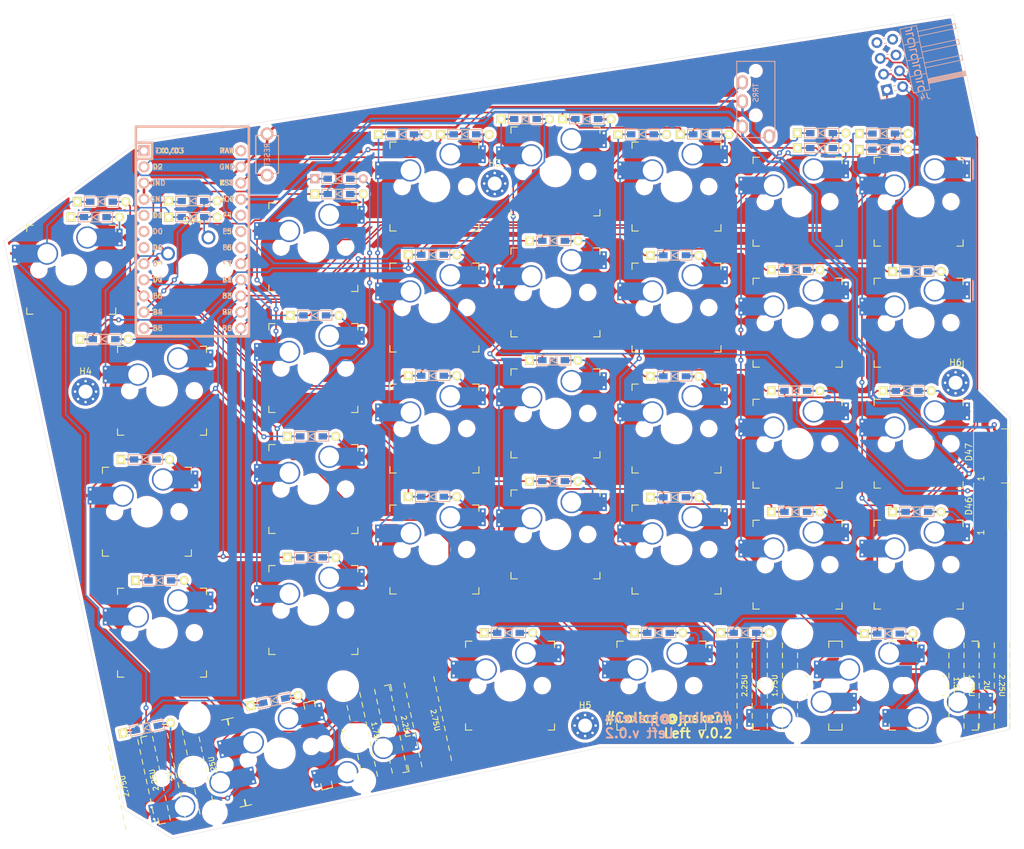
<source format=kicad_pcb>
(kicad_pcb (version 20171130) (host pcbnew "(5.1.5-0-10_14)")
  (layers (0 F.Cu signal) (31 B.Cu signal) (34 B.Paste user) (35 F.Paste user) (36 B.SilkS user) (37 F.SilkS user) (38 B.Mask user) (39 F.Mask user) (44 Edge.Cuts user))
  (net 0 "")
  (net 1 pin6)
  (net 2 pin1)
  (net 3 pin2)
  (net 4 pin3)
  (net 5 pin4)
  (net 6 pin5)
  (net 7 pin7)
  (net 8 "Net-(D8-Pad2)")
  (net 9 "Net-(D9-Pad2)")
  (net 10 "Net-(D11-Pad2)")
  (net 11 "Net-(D12-Pad2)")
  (net 12 pin8)
  (net 13 "Net-(D14-Pad2)")
  (net 14 "Net-(D17-Pad2)")
  (net 15 "Net-(D18-Pad2)")
  (net 16 pin9)
  (net 17 "Net-(D20-Pad2)")
  (net 18 "Net-(D21-Pad2)")
  (net 19 "Net-(D23-Pad2)")
  (net 20 "Net-(D24-Pad2)")
  (net 21 pin10)
  (net 22 "Net-(D26-Pad2)")
  (net 23 "Net-(D27-Pad2)")
  (net 24 "Net-(D29-Pad2)")
  (net 25 "Net-(D30-Pad2)")
  (net 26 "Net-(D32-Pad2)")
  (net 27 "Net-(D33-Pad2)")
  (net 28 "Net-(D35-Pad2)")
  (net 29 "Net-(D36-Pad2)")
  (net 30 "Net-(D38-Pad2)")
  (net 31 "Net-(D41-Pad2)")
  (net 32 "Net-(D42-Pad2)")
  (net 33 "Net-(D44-Pad2)")
  (net 34 "Net-(D45-Pad2)")
  (net 35 "Net-(D46-Pad2)")
  (net 36 "Net-(D47-Pad2)")
  (net 37 data)
  (net 38 led)
  (net 39 GND1)
  (net 40 VCC)
  (net 41 "Net-(J3-PadA)")
  (net 42 "Net-(J4-Pad6)")
  (net 43 "Net-(J4-Pad7)")
  (net 44 "Net-(J4-Pad8)")
  (net 45 reset)
  (net 46 "Net-(U1-Pad24)")
  (net 47 "Net-(D1-Pad1)")
  (net 48 "Net-(D2-Pad2)")
  (net 49 "Net-(D5-Pad2)")
  (net 50 "Net-(D6-Pad2)")
  (net 51 "Net-(D7-Pad2)")
  (net 52 "Net-(D13-Pad2)")
  (net 53 "Net-(D19-Pad2)")
  (net 54 "Net-(D25-Pad2)")
  (net 55 "Net-(D31-Pad2)")
  (net 56 "Net-(D37-Pad2)")
  (net 57 "Net-(D43-Pad2)")
  (net 58 "Net-(D3-Pad2)")
  (net 59 "Net-(D4-Pad1)")
  (net 60 "Net-(D10-Pad1)")
  (net 61 "Net-(D16-Pad1)")
  (net 62 "Net-(D22-Pad1)")
  (net 63 "Net-(D28-Pad1)")
  (net 64 "Net-(D34-Pad1)")
  (net 65 "Net-(U1-Pad5)")
  (net 66 "Net-(U1-Pad6)")
  (net 67 "Net-(U1-Pad7)")
  (net 68 "Net-(U1-Pad18)")
  (net 69 "Net-(U1-Pad19)")
  (net 70 "Net-(U1-Pad20)")
  (net 71 "Net-(D40-Pad1)")
  (module SMK_SU120:D3_TH_SMD (layer F.Cu) (at 163.322 51.1175)
    (fp_text reference D34 hide)
    (fp_text value D hide)
    (pad 1 smd rect (at -1.775 0) (size 1.3 0.95) (layers F.Cu F.Paste F.Mask) (net 64 "Net-(D34-Pad1)"))
    (pad 2 smd rect (at 1.775 0) (size 1.3 0.95) (layers B.Cu B.Paste B.Mask) (net 5 pin4))
    (pad 1 smd rect (at -1.775 0) (size 1.3 0.95) (layers B.Cu B.Paste B.Mask) (net 64 "Net-(D34-Pad1)"))
    (pad 1 thru_hole rect (at -3.81 0) (size 1.397 1.397) (drill 0.8128) (layers *.Cu *.Mask F.SilkS) (net 64 "Net-(D34-Pad1)"))
    (pad 2 thru_hole circle (at 3.81 0) (size 1.397 1.397) (drill 0.8128) (layers *.Cu *.Mask F.SilkS) (net 5 pin4))
    (pad 2 smd rect (at 1.775 0) (size 1.3 0.95) (layers F.Cu F.Paste F.Mask) (net 5 pin4))
  )
  (module SMK_keebio:ArduinoProMicro (layer F.Cu) (at 64.3128 67.865625 270)
    (fp_text reference U1 hide)
    (fp_text value ProMicro hide)
    (fp_text user D2 (at -11.43 5.461) (layer B.SilkS) (effects (font (size 0.8 0.8)) (justify mirror)))
    (fp_text user D0 (at -1.27 5.461) (layer B.SilkS) (effects (font (size 0.8 0.8)) (justify mirror)))
    (fp_text user D1 (at -3.81 5.461) (layer B.SilkS) (effects (font (size 0.8 0.8)) (justify mirror)))
    (fp_text user GND (at -6.35 5.461) (layer B.SilkS) (effects (font (size 0.8 0.8)) (justify mirror)))
    (fp_text user GND (at -8.89 5.461) (layer B.SilkS) (effects (font (size 0.8 0.8)) (justify mirror)))
    (fp_text user D4 (at 1.27 5.461) (layer B.SilkS) (effects (font (size 0.8 0.8)) (justify mirror)))
    (fp_text user C6 (at 3.81 5.461) (layer B.SilkS) (effects (font (size 0.8 0.8)) (justify mirror)))
    (fp_text user D7 (at 6.35 5.461) (layer B.SilkS) (effects (font (size 0.8 0.8)) (justify mirror)))
    (fp_text user E6 (at 8.89 5.461) (layer B.SilkS) (effects (font (size 0.8 0.8)) (justify mirror)))
    (fp_text user B4 (at 11.43 5.461) (layer B.SilkS) (effects (font (size 0.8 0.8)) (justify mirror)))
    (fp_text user B5 (at 13.97 5.461) (layer B.SilkS) (effects (font (size 0.8 0.8)) (justify mirror)))
    (fp_text user B6 (at 13.97 -5.461) (layer B.SilkS) (effects (font (size 0.8 0.8)) (justify mirror)))
    (fp_text user B2 (at 11.43 -5.461) (layer F.SilkS) (effects (font (size 0.8 0.8))))
    (fp_text user B3 (at 8.89 -5.461) (layer B.SilkS) (effects (font (size 0.8 0.8)) (justify mirror)))
    (fp_text user B1 (at 6.35 -5.461) (layer B.SilkS) (effects (font (size 0.8 0.8)) (justify mirror)))
    (fp_text user F7 (at 3.81 -5.461) (layer F.SilkS) (effects (font (size 0.8 0.8))))
    (fp_text user F6 (at 1.27 -5.461) (layer F.SilkS) (effects (font (size 0.8 0.8))))
    (fp_text user F5 (at -1.27 -5.461) (layer F.SilkS) (effects (font (size 0.8 0.8))))
    (fp_text user F4 (at -3.81 -5.461) (layer B.SilkS) (effects (font (size 0.8 0.8)) (justify mirror)))
    (fp_text user VCC (at -6.35 -5.461) (layer B.SilkS) (effects (font (size 0.8 0.8)) (justify mirror)))
    (fp_text user GND (at -11.43 -5.461) (layer B.SilkS) (effects (font (size 0.8 0.8)) (justify mirror)))
    (fp_text user RAW (at -13.97 -5.461) (layer B.SilkS) (effects (font (size 0.8 0.8)) (justify mirror)))
    (fp_text user RAW (at -13.97 -5.461) (layer F.SilkS) (effects (font (size 0.8 0.8))))
    (fp_text user GND (at -11.43 -5.461) (layer F.SilkS) (effects (font (size 0.8 0.8))))
    (fp_text user ST (at -8.92 -5.73312) (layer F.SilkS) (effects (font (size 0.8 0.8))))
    (fp_text user VCC (at -6.35 -5.461) (layer F.SilkS) (effects (font (size 0.8 0.8))))
    (fp_text user F4 (at -3.81 -5.461) (layer F.SilkS) (effects (font (size 0.8 0.8))))
    (fp_text user F5 (at -1.27 -5.461) (layer B.SilkS) (effects (font (size 0.8 0.8)) (justify mirror)))
    (fp_text user F6 (at 1.27 -5.461) (layer B.SilkS) (effects (font (size 0.8 0.8)) (justify mirror)))
    (fp_text user F7 (at 3.81 -5.461) (layer B.SilkS) (effects (font (size 0.8 0.8)) (justify mirror)))
    (fp_text user B1 (at 6.35 -5.461) (layer F.SilkS) (effects (font (size 0.8 0.8))))
    (fp_text user B3 (at 8.89 -5.461) (layer F.SilkS) (effects (font (size 0.8 0.8))))
    (fp_text user B2 (at 11.43 -5.461) (layer B.SilkS) (effects (font (size 0.8 0.8)) (justify mirror)))
    (fp_text user B6 (at 13.97 -5.461) (layer F.SilkS) (effects (font (size 0.8 0.8))))
    (fp_text user B5 (at 13.97 5.461) (layer F.SilkS) (effects (font (size 0.8 0.8))))
    (fp_text user B4 (at 11.43 5.461) (layer F.SilkS) (effects (font (size 0.8 0.8))))
    (fp_text user E6 (at 8.89 5.461) (layer F.SilkS) (effects (font (size 0.8 0.8))))
    (fp_text user D7 (at 6.35 5.461) (layer F.SilkS) (effects (font (size 0.8 0.8))))
    (fp_text user C6 (at 3.81 5.461) (layer F.SilkS) (effects (font (size 0.8 0.8))))
    (fp_text user D4 (at 1.27 5.461) (layer F.SilkS) (effects (font (size 0.8 0.8))))
    (fp_text user GND (at -8.89 5.461) (layer F.SilkS) (effects (font (size 0.8 0.8))))
    (fp_text user GND (at -6.35 5.461) (layer F.SilkS) (effects (font (size 0.8 0.8))))
    (fp_text user D1 (at -3.81 5.461) (layer F.SilkS) (effects (font (size 0.8 0.8))))
    (fp_text user D0 (at -1.27 5.461) (layer F.SilkS) (effects (font (size 0.8 0.8))))
    (fp_text user D2 (at -11.43 5.461) (layer F.SilkS) (effects (font (size 0.8 0.8))))
    (fp_text user TX0/D3 (at -13.97 3.571872) (layer B.SilkS) (effects (font (size 0.8 0.8)) (justify mirror)))
    (fp_text user TX0/D3 (at -13.97 3.571872) (layer F.SilkS) (effects (font (size 0.8 0.8))))
    (fp_text user ST (at -8.91 -5.04) (layer B.SilkS) (effects (font (size 0.8 0.8)) (justify mirror)))
    (pad 1 thru_hole rect (at -13.97 7.62 270) (size 1.7526 1.7526) (drill 1.0922) (layers *.Cu *.SilkS *.Mask) (net 38 led))
    (pad 2 thru_hole circle (at -11.43 7.62 270) (size 1.7526 1.7526) (drill 1.0922) (layers *.Cu *.SilkS *.Mask) (net 37 data))
    (pad 3 thru_hole circle (at -8.89 7.62 270) (size 1.7526 1.7526) (drill 1.0922) (layers *.Cu *.SilkS *.Mask) (net 39 GND1))
    (pad 4 thru_hole circle (at -6.35 7.62 270) (size 1.7526 1.7526) (drill 1.0922) (layers *.Cu *.SilkS *.Mask) (net 39 GND1))
    (pad 5 thru_hole circle (at -3.81 7.62 270) (size 1.7526 1.7526) (drill 1.0922) (layers *.Cu *.SilkS *.Mask) (net 65 "Net-(U1-Pad5)"))
    (pad 6 thru_hole circle (at -1.27 7.62 270) (size 1.7526 1.7526) (drill 1.0922) (layers *.Cu *.SilkS *.Mask) (net 66 "Net-(U1-Pad6)"))
    (pad 7 thru_hole circle (at 1.27 7.62 270) (size 1.7526 1.7526) (drill 1.0922) (layers *.Cu *.SilkS *.Mask) (net 67 "Net-(U1-Pad7)"))
    (pad 8 thru_hole circle (at 3.81 7.62 270) (size 1.7526 1.7526) (drill 1.0922) (layers *.Cu *.SilkS *.Mask) (net 1 pin6))
    (pad 9 thru_hole circle (at 6.35 7.62 270) (size 1.7526 1.7526) (drill 1.0922) (layers *.Cu *.SilkS *.Mask) (net 7 pin7))
    (pad 10 thru_hole circle (at 8.89 7.62 270) (size 1.7526 1.7526) (drill 1.0922) (layers *.Cu *.SilkS *.Mask) (net 12 pin8))
    (pad 11 thru_hole circle (at 11.43 7.62 270) (size 1.7526 1.7526) (drill 1.0922) (layers *.Cu *.SilkS *.Mask) (net 16 pin9))
    (pad 13 thru_hole circle (at 13.97 -7.62 270) (size 1.7526 1.7526) (drill 1.0922) (layers *.Cu *.SilkS *.Mask) (net 6 pin5))
    (pad 14 thru_hole circle (at 11.43 -7.62 270) (size 1.7526 1.7526) (drill 1.0922) (layers *.Cu *.SilkS *.Mask) (net 5 pin4))
    (pad 15 thru_hole circle (at 8.89 -7.62 270) (size 1.7526 1.7526) (drill 1.0922) (layers *.Cu *.SilkS *.Mask) (net 4 pin3))
    (pad 16 thru_hole circle (at 6.35 -7.62 270) (size 1.7526 1.7526) (drill 1.0922) (layers *.Cu *.SilkS *.Mask) (net 3 pin2))
    (pad 17 thru_hole circle (at 3.81 -7.62 270) (size 1.7526 1.7526) (drill 1.0922) (layers *.Cu *.SilkS *.Mask) (net 2 pin1))
    (pad 18 thru_hole circle (at 1.27 -7.62 270) (size 1.7526 1.7526) (drill 1.0922) (layers *.Cu *.SilkS *.Mask) (net 68 "Net-(U1-Pad18)"))
    (pad 19 thru_hole circle (at -1.27 -7.62 270) (size 1.7526 1.7526) (drill 1.0922) (layers *.Cu *.SilkS *.Mask) (net 69 "Net-(U1-Pad19)"))
    (pad 20 thru_hole circle (at -3.81 -7.62 270) (size 1.7526 1.7526) (drill 1.0922) (layers *.Cu *.SilkS *.Mask) (net 70 "Net-(U1-Pad20)"))
    (pad 21 thru_hole circle (at -6.35 -7.62 270) (size 1.7526 1.7526) (drill 1.0922) (layers *.Cu *.SilkS *.Mask) (net 40 VCC))
    (pad 22 thru_hole circle (at -8.89 -7.62 270) (size 1.7526 1.7526) (drill 1.0922) (layers *.Cu *.SilkS *.Mask) (net 45 reset))
    (pad 23 thru_hole circle (at -11.43 -7.62 270) (size 1.7526 1.7526) (drill 1.0922) (layers *.Cu *.SilkS *.Mask) (net 39 GND1))
    (pad 12 thru_hole circle (at 13.97 7.62 270) (size 1.7526 1.7526) (drill 1.0922) (layers *.Cu *.SilkS *.Mask) (net 21 pin10))
    (pad 24 thru_hole circle (at -13.97 -7.62 270) (size 1.7526 1.7526) (drill 1.0922) (layers *.Cu *.SilkS *.Mask) (net 46 "Net-(U1-Pad24)"))
  )
  (module SMK_SU120:D3_TH_SMD (layer F.Cu) (at 173.101 51.181)
    (fp_text reference D40 hide)
    (fp_text value D hide)
    (pad 2 smd rect (at 1.775 0) (size 1.3 0.95) (layers F.Cu F.Paste F.Mask) (net 6 pin5))
    (pad 2 thru_hole circle (at 3.81 0) (size 1.397 1.397) (drill 0.8128) (layers *.Cu *.Mask F.SilkS) (net 6 pin5))
    (pad 1 thru_hole rect (at -3.81 0) (size 1.397 1.397) (drill 0.8128) (layers *.Cu *.Mask F.SilkS) (net 71 "Net-(D40-Pad1)"))
    (pad 1 smd rect (at -1.775 0) (size 1.3 0.95) (layers B.Cu B.Paste B.Mask) (net 71 "Net-(D40-Pad1)"))
    (pad 2 smd rect (at 1.775 0) (size 1.3 0.95) (layers B.Cu B.Paste B.Mask) (net 6 pin5))
    (pad 1 smd rect (at -1.775 0) (size 1.3 0.95) (layers F.Cu F.Paste F.Mask) (net 71 "Net-(D40-Pad1)"))
  )
  (module SMK_SU120:D3_TH_SMD (layer F.Cu) (at 50.419 83.566)
    (fp_text reference D6 hide)
    (fp_text value D hide)
    (pad 2 smd rect (at 1.775 0) (size 1.3 0.95) (layers F.Cu F.Paste F.Mask) (net 50 "Net-(D6-Pad2)"))
    (pad 2 thru_hole circle (at 3.81 0) (size 1.397 1.397) (drill 0.8128) (layers *.Cu *.Mask F.SilkS) (net 50 "Net-(D6-Pad2)"))
    (pad 1 thru_hole rect (at -3.81 0) (size 1.397 1.397) (drill 0.8128) (layers *.Cu *.Mask F.SilkS) (net 3 pin2))
    (pad 1 smd rect (at -1.775 0) (size 1.3 0.95) (layers B.Cu B.Paste B.Mask) (net 3 pin2))
    (pad 2 smd rect (at 1.775 0) (size 1.3 0.95) (layers B.Cu B.Paste B.Mask) (net 50 "Net-(D6-Pad2)"))
    (pad 1 smd rect (at -1.775 0) (size 1.3 0.95) (layers F.Cu F.Paste F.Mask) (net 3 pin2))
  )
  (module SMK_foostan:CherryMX_Hotswap_v2 (layer F.Cu) (at 78.074656 148.752598 12)
    (fp_text reference SW8)
    (fp_text value SW_Push)
    (pad 2 thru_hole circle (at 2.54 -5.08 12) (size 3.5 3.5) (drill 3) (layers *.Cu) (net 9 "Net-(D9-Pad2)"))
    (pad "" np_thru_hole circle (at 0 0 12) (size 3.9878 3.9878) (drill 3.9878) (layers *.Cu *.Mask))
    (pad 1 thru_hole circle (at -3.81 -2.54 12) (size 3.5 3.5) (drill 3) (layers *.Cu) (net 59 "Net-(D4-Pad1)"))
    (pad "" np_thru_hole circle (at -5.08 0 60.0996) (size 1.75 1.75) (drill 1.75) (layers *.Cu *.Mask))
    (pad "" np_thru_hole circle (at 5.08 0 60.0996) (size 1.75 1.75) (drill 1.75) (layers *.Cu *.Mask))
    (pad 1 smd rect (at -7.084999 -2.54 12) (size 2.55 2.8) (layers B.Cu B.Paste B.Mask) (net 59 "Net-(D4-Pad1)"))
    (pad 2 smd rect (at 5.815 -5.08 12) (size 2.55 2.8) (layers B.Cu B.Paste B.Mask) (net 9 "Net-(D9-Pad2)"))
    (pad 1 thru_hole circle (at -8.89 -3.502 12) (size 0.8 0.8) (drill 0.4) (layers *.Cu) (net 59 "Net-(D4-Pad1)"))
    (pad 2 thru_hole circle (at 7.62 -6.042 12) (size 0.8 0.8) (drill 0.4) (layers *.Cu) (net 9 "Net-(D9-Pad2)"))
    (pad 1 thru_hole circle (at -8.89 -1.578 12) (size 0.8 0.8) (drill 0.4) (layers *.Cu) (net 59 "Net-(D4-Pad1)"))
    (pad 2 thru_hole circle (at 7.62 -4.118 12) (size 0.8 0.8) (drill 0.4) (layers *.Cu) (net 9 "Net-(D9-Pad2)"))
    (pad 1 smd rect (at -7.085 -2.54 12) (size 4.5 2.8) (layers B.Cu) (net 59 "Net-(D4-Pad1)"))
    (pad 2 smd rect (at 5.842 -5.08 12) (size 4.5 2.8) (layers B.Cu) (net 9 "Net-(D9-Pad2)"))
  )
  (module SMK_SU120:CherryMX_MidHeight_Choc_Hotswap_2.75U_Outline (layer F.Cu) (at 78.074656 148.752598 192)
    (fp_text reference H2 hide)
    (fp_text value MountingHole hide)
    (fp_text user 2.75U (at -25.003125 0 282 unlocked) (layer F.SilkS) (effects (font (size 0.8 0.8))))
    (fp_text user 2.25U (at -20.240625 0 282 unlocked) (layer F.SilkS) (effects (font (size 0.8 0.8))))
    (fp_text user 2U (at -17.859375 0 282 unlocked) (layer F.SilkS) (effects (font (size 0.8 0.8))))
    (fp_text user 1.75U (at -15.478125 0 282 unlocked) (layer F.SilkS) (effects (font (size 0.8 0.8))))
    (fp_text user 1.5U (at -13.096875 0 282 unlocked) (layer F.SilkS) (effects (font (size 0.8 0.8))))
    (fp_text user 1.25U (at -10.715625 0 282 unlocked) (layer F.SilkS) (effects (font (size 0.8 0.8))))
    (fp_text user 2.75U (at 25.003125 0 102 unlocked) (layer F.SilkS) (effects (font (size 0.8 0.8))))
    (fp_text user 2.25U (at 20.240625 0 102 unlocked) (layer F.SilkS) (effects (font (size 0.8 0.8))))
    (fp_text user 2U (at 17.859375 0 102 unlocked) (layer F.SilkS) (effects (font (size 0.8 0.8))))
    (fp_text user 1.5U (at 13.096875 0 102 unlocked) (layer F.SilkS) (effects (font (size 0.8 0.8))))
    (fp_text user 1.75U (at 15.478125 0 102 unlocked) (layer F.SilkS) (effects (font (size 0.8 0.8))))
    (fp_text user 1.25U (at 10.715625 0 102 unlocked) (layer F.SilkS) (effects (font (size 0.8 0.8))))
    (pad "" np_thru_hole circle (at 11.938 8.255 192) (size 3.9878 3.9878) (drill 3.9878) (layers *.Cu *.Mask))
    (pad "" np_thru_hole circle (at -11.938 8.255 192) (size 3.9878 3.9878) (drill 3.9878) (layers *.Cu *.Mask))
    (pad "" np_thru_hole circle (at 11.938 -6.985 192) (size 3.048 3.048) (drill 3.048) (layers *.Cu *.Mask))
    (pad "" np_thru_hole circle (at -11.938 -6.985 192) (size 3.048 3.048) (drill 3.048) (layers *.Cu *.Mask))
  )
  (module SMK_SU120:D3_TH_SMD (layer F.Cu) (at 97.409 51.308)
    (fp_text reference D16 hide)
    (fp_text value D hide)
    (pad 2 smd rect (at 1.775 0) (size 1.3 0.95) (layers F.Cu F.Paste F.Mask) (net 2 pin1))
    (pad 2 thru_hole circle (at 3.81 0) (size 1.397 1.397) (drill 0.8128) (layers *.Cu *.Mask F.SilkS) (net 2 pin1))
    (pad 1 thru_hole rect (at -3.81 0) (size 1.397 1.397) (drill 0.8128) (layers *.Cu *.Mask F.SilkS) (net 61 "Net-(D16-Pad1)"))
    (pad 1 smd rect (at -1.775 0) (size 1.3 0.95) (layers B.Cu B.Paste B.Mask) (net 61 "Net-(D16-Pad1)"))
    (pad 2 smd rect (at 1.775 0) (size 1.3 0.95) (layers B.Cu B.Paste B.Mask) (net 2 pin1))
    (pad 1 smd rect (at -1.775 0) (size 1.3 0.95) (layers F.Cu F.Paste F.Mask) (net 61 "Net-(D16-Pad1)"))
  )
  (module SMK_SU120:D3_TH_SMD (layer F.Cu) (at 87.376 60.706)
    (fp_text reference D11 hide)
    (fp_text value D hide)
    (pad 2 smd rect (at 1.775 0) (size 1.3 0.95) (layers F.Cu F.Paste F.Mask) (net 10 "Net-(D11-Pad2)"))
    (pad 2 thru_hole circle (at 3.81 0) (size 1.397 1.397) (drill 0.8128) (layers *.Cu *.Mask F.SilkS) (net 10 "Net-(D11-Pad2)"))
    (pad 1 thru_hole rect (at -3.81 0) (size 1.397 1.397) (drill 0.8128) (layers *.Cu *.Mask F.SilkS) (net 2 pin1))
    (pad 1 smd rect (at -1.775 0) (size 1.3 0.95) (layers B.Cu B.Paste B.Mask) (net 2 pin1))
    (pad 2 smd rect (at 1.775 0) (size 1.3 0.95) (layers B.Cu B.Paste B.Mask) (net 10 "Net-(D11-Pad2)"))
    (pad 1 smd rect (at -1.775 0) (size 1.3 0.95) (layers F.Cu F.Paste F.Mask) (net 2 pin1))
  )
  (module SMK_foostan:CherryMX_Hotswap_v2 (layer F.Cu) (at 45.24375 72.628125)
    (fp_text reference SW2)
    (fp_text value SW_Push)
    (pad 2 thru_hole circle (at 2.54 -5.08) (size 3.5 3.5) (drill 3) (layers *.Cu) (net 48 "Net-(D2-Pad2)"))
    (pad "" np_thru_hole circle (at 0 0) (size 3.9878 3.9878) (drill 3.9878) (layers *.Cu *.Mask))
    (pad 1 thru_hole circle (at -3.81 -2.54) (size 3.5 3.5) (drill 3) (layers *.Cu) (net 47 "Net-(D1-Pad1)"))
    (pad "" np_thru_hole circle (at -5.08 0 48.0996) (size 1.75 1.75) (drill 1.75) (layers *.Cu *.Mask))
    (pad "" np_thru_hole circle (at 5.08 0 48.0996) (size 1.75 1.75) (drill 1.75) (layers *.Cu *.Mask))
    (pad 1 smd rect (at -7.085 -2.54) (size 2.55 2.8) (layers B.Cu B.Paste B.Mask) (net 47 "Net-(D1-Pad1)"))
    (pad 2 smd rect (at 5.815 -5.08) (size 2.55 2.8) (layers B.Cu B.Paste B.Mask) (net 48 "Net-(D2-Pad2)"))
    (pad 1 thru_hole circle (at -8.89 -3.502) (size 0.8 0.8) (drill 0.4) (layers *.Cu) (net 47 "Net-(D1-Pad1)"))
    (pad 2 thru_hole circle (at 7.62 -6.042) (size 0.8 0.8) (drill 0.4) (layers *.Cu) (net 48 "Net-(D2-Pad2)"))
    (pad 1 thru_hole circle (at -8.89 -1.578) (size 0.8 0.8) (drill 0.4) (layers *.Cu) (net 47 "Net-(D1-Pad1)"))
    (pad 2 thru_hole circle (at 7.62 -4.118) (size 0.8 0.8) (drill 0.4) (layers *.Cu) (net 48 "Net-(D2-Pad2)"))
    (pad 1 smd rect (at -7.085 -2.54) (size 4.5 2.8) (layers B.Cu) (net 47 "Net-(D1-Pad1)"))
    (pad 2 smd rect (at 5.842 -5.08) (size 4.5 2.8) (layers B.Cu) (net 48 "Net-(D2-Pad2)"))
  )
  (module SMK_SU120:D3_TH_SMD (layer F.Cu) (at 50.00625 61.9125)
    (fp_text reference D1 hide)
    (fp_text value D hide)
    (pad 2 smd rect (at 1.775 0) (size 1.3 0.95) (layers F.Cu F.Paste F.Mask) (net 12 pin8))
    (pad 2 thru_hole circle (at 3.81 0) (size 1.397 1.397) (drill 0.8128) (layers *.Cu *.Mask F.SilkS) (net 12 pin8))
    (pad 1 thru_hole rect (at -3.81 0) (size 1.397 1.397) (drill 0.8128) (layers *.Cu *.Mask F.SilkS) (net 47 "Net-(D1-Pad1)"))
    (pad 1 smd rect (at -1.775 0) (size 1.3 0.95) (layers B.Cu B.Paste B.Mask) (net 47 "Net-(D1-Pad1)"))
    (pad 2 smd rect (at 1.775 0) (size 1.3 0.95) (layers B.Cu B.Paste B.Mask) (net 12 pin8))
    (pad 1 smd rect (at -1.775 0) (size 1.3 0.95) (layers F.Cu F.Paste F.Mask) (net 47 "Net-(D1-Pad1)"))
  )
  (module SMK_SU120:D3_TH_SMD (layer F.Cu) (at 49.022 64.341375)
    (fp_text reference D2 hide)
    (fp_text value D hide)
    (pad 2 smd rect (at 1.775 0) (size 1.3 0.95) (layers F.Cu F.Paste F.Mask) (net 48 "Net-(D2-Pad2)"))
    (pad 2 thru_hole circle (at 3.81 0) (size 1.397 1.397) (drill 0.8128) (layers *.Cu *.Mask F.SilkS) (net 48 "Net-(D2-Pad2)"))
    (pad 1 thru_hole rect (at -3.81 0) (size 1.397 1.397) (drill 0.8128) (layers *.Cu *.Mask F.SilkS) (net 2 pin1))
    (pad 1 smd rect (at -1.775 0) (size 1.3 0.95) (layers B.Cu B.Paste B.Mask) (net 2 pin1))
    (pad 2 smd rect (at 1.775 0) (size 1.3 0.95) (layers B.Cu B.Paste B.Mask) (net 48 "Net-(D2-Pad2)"))
    (pad 1 smd rect (at -1.775 0) (size 1.3 0.95) (layers F.Cu F.Paste F.Mask) (net 2 pin1))
  )
  (module SMK_SU120:D3_TH_SMD (layer F.Cu) (at 64.389 61.801375)
    (fp_text reference D4 hide)
    (fp_text value D hide)
    (pad 1 smd rect (at -1.775 0) (size 1.3 0.95) (layers F.Cu F.Paste F.Mask) (net 59 "Net-(D4-Pad1)"))
    (pad 2 smd rect (at 1.775 0) (size 1.3 0.95) (layers B.Cu B.Paste B.Mask) (net 16 pin9))
    (pad 1 smd rect (at -1.775 0) (size 1.3 0.95) (layers B.Cu B.Paste B.Mask) (net 59 "Net-(D4-Pad1)"))
    (pad 1 thru_hole rect (at -3.81 0) (size 1.397 1.397) (drill 0.8128) (layers *.Cu *.Mask F.SilkS) (net 59 "Net-(D4-Pad1)"))
    (pad 2 thru_hole circle (at 3.81 0) (size 1.397 1.397) (drill 0.8128) (layers *.Cu *.Mask F.SilkS) (net 16 pin9))
    (pad 2 smd rect (at 1.775 0) (size 1.3 0.95) (layers F.Cu F.Paste F.Mask) (net 16 pin9))
  )
  (module SMK_SU120:D3_TH_SMD (layer F.Cu) (at 64.389 64.341375)
    (fp_text reference D5 hide)
    (fp_text value D hide)
    (pad 2 smd rect (at 1.775 0) (size 1.3 0.95) (layers F.Cu F.Paste F.Mask) (net 49 "Net-(D5-Pad2)"))
    (pad 2 thru_hole circle (at 3.81 0) (size 1.397 1.397) (drill 0.8128) (layers *.Cu *.Mask F.SilkS) (net 49 "Net-(D5-Pad2)"))
    (pad 1 thru_hole rect (at -3.81 0) (size 1.397 1.397) (drill 0.8128) (layers *.Cu *.Mask F.SilkS) (net 2 pin1))
    (pad 1 smd rect (at -1.775 0) (size 1.3 0.95) (layers B.Cu B.Paste B.Mask) (net 2 pin1))
    (pad 2 smd rect (at 1.775 0) (size 1.3 0.95) (layers B.Cu B.Paste B.Mask) (net 49 "Net-(D5-Pad2)"))
    (pad 1 smd rect (at -1.775 0) (size 1.3 0.95) (layers F.Cu F.Paste F.Mask) (net 2 pin1))
  )
  (module SMK_SU120:D3_TH_SMD (layer F.Cu) (at 56.896 102.504875)
    (fp_text reference D7 hide)
    (fp_text value D hide)
    (pad 2 smd rect (at 1.775 0) (size 1.3 0.95) (layers F.Cu F.Paste F.Mask) (net 51 "Net-(D7-Pad2)"))
    (pad 2 thru_hole circle (at 3.81 0) (size 1.397 1.397) (drill 0.8128) (layers *.Cu *.Mask F.SilkS) (net 51 "Net-(D7-Pad2)"))
    (pad 1 thru_hole rect (at -3.81 0) (size 1.397 1.397) (drill 0.8128) (layers *.Cu *.Mask F.SilkS) (net 4 pin3))
    (pad 1 smd rect (at -1.775 0) (size 1.3 0.95) (layers B.Cu B.Paste B.Mask) (net 4 pin3))
    (pad 2 smd rect (at 1.775 0) (size 1.3 0.95) (layers B.Cu B.Paste B.Mask) (net 51 "Net-(D7-Pad2)"))
    (pad 1 smd rect (at -1.775 0) (size 1.3 0.95) (layers F.Cu F.Paste F.Mask) (net 4 pin3))
  )
  (module SMK_SU120:D3_TH_SMD (layer F.Cu) (at 59.182 121.554875)
    (fp_text reference D8 hide)
    (fp_text value D hide)
    (pad 2 smd rect (at 1.775 0) (size 1.3 0.95) (layers F.Cu F.Paste F.Mask) (net 8 "Net-(D8-Pad2)"))
    (pad 2 thru_hole circle (at 3.81 0) (size 1.397 1.397) (drill 0.8128) (layers *.Cu *.Mask F.SilkS) (net 8 "Net-(D8-Pad2)"))
    (pad 1 thru_hole rect (at -3.81 0) (size 1.397 1.397) (drill 0.8128) (layers *.Cu *.Mask F.SilkS) (net 5 pin4))
    (pad 1 smd rect (at -1.775 0) (size 1.3 0.95) (layers B.Cu B.Paste B.Mask) (net 5 pin4))
    (pad 2 smd rect (at 1.775 0) (size 1.3 0.95) (layers B.Cu B.Paste B.Mask) (net 8 "Net-(D8-Pad2)"))
    (pad 1 smd rect (at -1.775 0) (size 1.3 0.95) (layers F.Cu F.Paste F.Mask) (net 5 pin4))
  )
  (module SMK_SU120:D3_TH_SMD (layer F.Cu) (at 77.1906 140.462 12)
    (fp_text reference D9 hide)
    (fp_text value D hide)
    (pad 2 smd rect (at 1.775 0 12) (size 1.3 0.95) (layers F.Cu F.Paste F.Mask) (net 9 "Net-(D9-Pad2)"))
    (pad 2 thru_hole circle (at 3.81 0 12) (size 1.397 1.397) (drill 0.8128) (layers *.Cu *.Mask F.SilkS) (net 9 "Net-(D9-Pad2)"))
    (pad 1 thru_hole rect (at -3.81 0 12) (size 1.397 1.397) (drill 0.8128) (layers *.Cu *.Mask F.SilkS) (net 6 pin5))
    (pad 1 smd rect (at -1.775 0 12) (size 1.3 0.95) (layers B.Cu B.Paste B.Mask) (net 6 pin5))
    (pad 2 smd rect (at 1.775 0 12) (size 1.3 0.95) (layers B.Cu B.Paste B.Mask) (net 9 "Net-(D9-Pad2)"))
    (pad 1 smd rect (at -1.775 0 12) (size 1.3 0.95) (layers F.Cu F.Paste F.Mask) (net 6 pin5))
  )
  (module SMK_SU120:D3_TH_SMD (layer B.Cu) (at 87.376 58.293)
    (fp_text reference D10 hide)
    (fp_text value D hide)
    (pad 2 smd rect (at 1.775 0) (size 1.3 0.95) (layers B.Cu B.Paste B.Mask) (net 21 pin10))
    (pad 2 thru_hole circle (at 3.81 0) (size 1.397 1.397) (drill 0.8128) (layers *.Cu *.Mask B.SilkS) (net 21 pin10))
    (pad 1 thru_hole rect (at -3.81 0) (size 1.397 1.397) (drill 0.8128) (layers *.Cu *.Mask B.SilkS) (net 60 "Net-(D10-Pad1)"))
    (pad 1 smd rect (at -1.775 0) (size 1.3 0.95) (layers F.Cu F.Paste F.Mask) (net 60 "Net-(D10-Pad1)"))
    (pad 2 smd rect (at 1.775 0) (size 1.3 0.95) (layers F.Cu F.Paste F.Mask) (net 21 pin10))
    (pad 1 smd rect (at -1.775 0) (size 1.3 0.95) (layers B.Cu B.Paste B.Mask) (net 60 "Net-(D10-Pad1)"))
  )
  (module SMK_SU120:D3_TH_SMD (layer F.Cu) (at 83.566 79.8195)
    (fp_text reference D12 hide)
    (fp_text value D hide)
    (pad 2 smd rect (at 1.775 0) (size 1.3 0.95) (layers F.Cu F.Paste F.Mask) (net 11 "Net-(D12-Pad2)"))
    (pad 2 thru_hole circle (at 3.81 0) (size 1.397 1.397) (drill 0.8128) (layers *.Cu *.Mask F.SilkS) (net 11 "Net-(D12-Pad2)"))
    (pad 1 thru_hole rect (at -3.81 0) (size 1.397 1.397) (drill 0.8128) (layers *.Cu *.Mask F.SilkS) (net 3 pin2))
    (pad 1 smd rect (at -1.775 0) (size 1.3 0.95) (layers B.Cu B.Paste B.Mask) (net 3 pin2))
    (pad 2 smd rect (at 1.775 0) (size 1.3 0.95) (layers B.Cu B.Paste B.Mask) (net 11 "Net-(D12-Pad2)"))
    (pad 1 smd rect (at -1.775 0) (size 1.3 0.95) (layers F.Cu F.Paste F.Mask) (net 3 pin2))
  )
  (module SMK_SU120:D3_TH_SMD (layer F.Cu) (at 83.058 98.8695)
    (fp_text reference D13 hide)
    (fp_text value D hide)
    (pad 2 smd rect (at 1.775 0) (size 1.3 0.95) (layers F.Cu F.Paste F.Mask) (net 52 "Net-(D13-Pad2)"))
    (pad 2 thru_hole circle (at 3.81 0) (size 1.397 1.397) (drill 0.8128) (layers *.Cu *.Mask F.SilkS) (net 52 "Net-(D13-Pad2)"))
    (pad 1 thru_hole rect (at -3.81 0) (size 1.397 1.397) (drill 0.8128) (layers *.Cu *.Mask F.SilkS) (net 4 pin3))
    (pad 1 smd rect (at -1.775 0) (size 1.3 0.95) (layers B.Cu B.Paste B.Mask) (net 4 pin3))
    (pad 2 smd rect (at 1.775 0) (size 1.3 0.95) (layers B.Cu B.Paste B.Mask) (net 52 "Net-(D13-Pad2)"))
    (pad 1 smd rect (at -1.775 0) (size 1.3 0.95) (layers F.Cu F.Paste F.Mask) (net 4 pin3))
  )
  (module SMK_SU120:D3_TH_SMD (layer F.Cu) (at 83.058 117.9195)
    (fp_text reference D14 hide)
    (fp_text value D hide)
    (pad 2 smd rect (at 1.775 0) (size 1.3 0.95) (layers F.Cu F.Paste F.Mask) (net 13 "Net-(D14-Pad2)"))
    (pad 2 thru_hole circle (at 3.81 0) (size 1.397 1.397) (drill 0.8128) (layers *.Cu *.Mask F.SilkS) (net 13 "Net-(D14-Pad2)"))
    (pad 1 thru_hole rect (at -3.81 0) (size 1.397 1.397) (drill 0.8128) (layers *.Cu *.Mask F.SilkS) (net 5 pin4))
    (pad 1 smd rect (at -1.775 0) (size 1.3 0.95) (layers B.Cu B.Paste B.Mask) (net 5 pin4))
    (pad 2 smd rect (at 1.775 0) (size 1.3 0.95) (layers B.Cu B.Paste B.Mask) (net 13 "Net-(D14-Pad2)"))
    (pad 1 smd rect (at -1.775 0) (size 1.3 0.95) (layers F.Cu F.Paste F.Mask) (net 5 pin4))
  )
  (module SMK_SU120:D3_TH_SMD (layer F.Cu) (at 107.188 51.308)
    (fp_text reference D17 hide)
    (fp_text value D hide)
    (pad 2 smd rect (at 1.775 0) (size 1.3 0.95) (layers F.Cu F.Paste F.Mask) (net 14 "Net-(D17-Pad2)"))
    (pad 2 thru_hole circle (at 3.81 0) (size 1.397 1.397) (drill 0.8128) (layers *.Cu *.Mask F.SilkS) (net 14 "Net-(D17-Pad2)"))
    (pad 1 thru_hole rect (at -3.81 0) (size 1.397 1.397) (drill 0.8128) (layers *.Cu *.Mask F.SilkS) (net 1 pin6))
    (pad 1 smd rect (at -1.775 0) (size 1.3 0.95) (layers B.Cu B.Paste B.Mask) (net 1 pin6))
    (pad 2 smd rect (at 1.775 0) (size 1.3 0.95) (layers B.Cu B.Paste B.Mask) (net 14 "Net-(D17-Pad2)"))
    (pad 1 smd rect (at -1.775 0) (size 1.3 0.95) (layers F.Cu F.Paste F.Mask) (net 1 pin6))
  )
  (module SMK_SU120:D3_TH_SMD (layer F.Cu) (at 102.108 70.26275)
    (fp_text reference D18 hide)
    (fp_text value D hide)
    (pad 2 smd rect (at 1.775 0) (size 1.3 0.95) (layers F.Cu F.Paste F.Mask) (net 15 "Net-(D18-Pad2)"))
    (pad 2 thru_hole circle (at 3.81 0) (size 1.397 1.397) (drill 0.8128) (layers *.Cu *.Mask F.SilkS) (net 15 "Net-(D18-Pad2)"))
    (pad 1 thru_hole rect (at -3.81 0) (size 1.397 1.397) (drill 0.8128) (layers *.Cu *.Mask F.SilkS) (net 7 pin7))
    (pad 1 smd rect (at -1.775 0) (size 1.3 0.95) (layers B.Cu B.Paste B.Mask) (net 7 pin7))
    (pad 2 smd rect (at 1.775 0) (size 1.3 0.95) (layers B.Cu B.Paste B.Mask) (net 15 "Net-(D18-Pad2)"))
    (pad 1 smd rect (at -1.775 0) (size 1.3 0.95) (layers F.Cu F.Paste F.Mask) (net 7 pin7))
  )
  (module SMK_SU120:D3_TH_SMD (layer F.Cu) (at 102.108 89.31275)
    (fp_text reference D19 hide)
    (fp_text value D hide)
    (pad 2 smd rect (at 1.775 0) (size 1.3 0.95) (layers F.Cu F.Paste F.Mask) (net 53 "Net-(D19-Pad2)"))
    (pad 2 thru_hole circle (at 3.81 0) (size 1.397 1.397) (drill 0.8128) (layers *.Cu *.Mask F.SilkS) (net 53 "Net-(D19-Pad2)"))
    (pad 1 thru_hole rect (at -3.81 0) (size 1.397 1.397) (drill 0.8128) (layers *.Cu *.Mask F.SilkS) (net 12 pin8))
    (pad 1 smd rect (at -1.775 0) (size 1.3 0.95) (layers B.Cu B.Paste B.Mask) (net 12 pin8))
    (pad 2 smd rect (at 1.775 0) (size 1.3 0.95) (layers B.Cu B.Paste B.Mask) (net 53 "Net-(D19-Pad2)"))
    (pad 1 smd rect (at -1.775 0) (size 1.3 0.95) (layers F.Cu F.Paste F.Mask) (net 12 pin8))
  )
  (module SMK_SU120:D3_TH_SMD (layer F.Cu) (at 102.108 108.36275)
    (fp_text reference D20 hide)
    (fp_text value D hide)
    (pad 2 smd rect (at 1.775 0) (size 1.3 0.95) (layers F.Cu F.Paste F.Mask) (net 17 "Net-(D20-Pad2)"))
    (pad 2 thru_hole circle (at 3.81 0) (size 1.397 1.397) (drill 0.8128) (layers *.Cu *.Mask F.SilkS) (net 17 "Net-(D20-Pad2)"))
    (pad 1 thru_hole rect (at -3.81 0) (size 1.397 1.397) (drill 0.8128) (layers *.Cu *.Mask F.SilkS) (net 16 pin9))
    (pad 1 smd rect (at -1.775 0) (size 1.3 0.95) (layers B.Cu B.Paste B.Mask) (net 16 pin9))
    (pad 2 smd rect (at 1.775 0) (size 1.3 0.95) (layers B.Cu B.Paste B.Mask) (net 17 "Net-(D20-Pad2)"))
    (pad 1 smd rect (at -1.775 0) (size 1.3 0.95) (layers F.Cu F.Paste F.Mask) (net 16 pin9))
  )
  (module SMK_SU120:D3_TH_SMD (layer F.Cu) (at 114.046 129.794)
    (fp_text reference D21 hide)
    (fp_text value D hide)
    (pad 2 smd rect (at 1.775 0) (size 1.3 0.95) (layers F.Cu F.Paste F.Mask) (net 18 "Net-(D21-Pad2)"))
    (pad 2 thru_hole circle (at 3.81 0) (size 1.397 1.397) (drill 0.8128) (layers *.Cu *.Mask F.SilkS) (net 18 "Net-(D21-Pad2)"))
    (pad 1 thru_hole rect (at -3.81 0) (size 1.397 1.397) (drill 0.8128) (layers *.Cu *.Mask F.SilkS) (net 21 pin10))
    (pad 1 smd rect (at -1.775 0) (size 1.3 0.95) (layers B.Cu B.Paste B.Mask) (net 21 pin10))
    (pad 2 smd rect (at 1.775 0) (size 1.3 0.95) (layers B.Cu B.Paste B.Mask) (net 18 "Net-(D21-Pad2)"))
    (pad 1 smd rect (at -1.775 0) (size 1.3 0.95) (layers F.Cu F.Paste F.Mask) (net 21 pin10))
  )
  (module SMK_SU120:D3_TH_SMD (layer F.Cu) (at 116.713 48.895)
    (fp_text reference D22 hide)
    (fp_text value D hide)
    (pad 1 smd rect (at -1.775 0) (size 1.3 0.95) (layers F.Cu F.Paste F.Mask) (net 62 "Net-(D22-Pad1)"))
    (pad 2 smd rect (at 1.775 0) (size 1.3 0.95) (layers B.Cu B.Paste B.Mask) (net 3 pin2))
    (pad 1 smd rect (at -1.775 0) (size 1.3 0.95) (layers B.Cu B.Paste B.Mask) (net 62 "Net-(D22-Pad1)"))
    (pad 1 thru_hole rect (at -3.81 0) (size 1.397 1.397) (drill 0.8128) (layers *.Cu *.Mask F.SilkS) (net 62 "Net-(D22-Pad1)"))
    (pad 2 thru_hole circle (at 3.81 0) (size 1.397 1.397) (drill 0.8128) (layers *.Cu *.Mask F.SilkS) (net 3 pin2))
    (pad 2 smd rect (at 1.775 0) (size 1.3 0.95) (layers F.Cu F.Paste F.Mask) (net 3 pin2))
  )
  (module SMK_SU120:D3_TH_SMD (layer F.Cu) (at 126.365 48.895)
    (fp_text reference D23 hide)
    (fp_text value D hide)
    (pad 2 smd rect (at 1.775 0) (size 1.3 0.95) (layers F.Cu F.Paste F.Mask) (net 19 "Net-(D23-Pad2)"))
    (pad 2 thru_hole circle (at 3.81 0) (size 1.397 1.397) (drill 0.8128) (layers *.Cu *.Mask F.SilkS) (net 19 "Net-(D23-Pad2)"))
    (pad 1 thru_hole rect (at -3.81 0) (size 1.397 1.397) (drill 0.8128) (layers *.Cu *.Mask F.SilkS) (net 1 pin6))
    (pad 1 smd rect (at -1.775 0) (size 1.3 0.95) (layers B.Cu B.Paste B.Mask) (net 1 pin6))
    (pad 2 smd rect (at 1.775 0) (size 1.3 0.95) (layers B.Cu B.Paste B.Mask) (net 19 "Net-(D23-Pad2)"))
    (pad 1 smd rect (at -1.775 0) (size 1.3 0.95) (layers F.Cu F.Paste F.Mask) (net 1 pin6))
  )
  (module SMK_SU120:D3_TH_SMD (layer F.Cu) (at 121.158 68.072)
    (fp_text reference D24 hide)
    (fp_text value D hide)
    (pad 2 smd rect (at 1.775 0) (size 1.3 0.95) (layers F.Cu F.Paste F.Mask) (net 20 "Net-(D24-Pad2)"))
    (pad 2 thru_hole circle (at 3.81 0) (size 1.397 1.397) (drill 0.8128) (layers *.Cu *.Mask F.SilkS) (net 20 "Net-(D24-Pad2)"))
    (pad 1 thru_hole rect (at -3.81 0) (size 1.397 1.397) (drill 0.8128) (layers *.Cu *.Mask F.SilkS) (net 7 pin7))
    (pad 1 smd rect (at -1.775 0) (size 1.3 0.95) (layers B.Cu B.Paste B.Mask) (net 7 pin7))
    (pad 2 smd rect (at 1.775 0) (size 1.3 0.95) (layers B.Cu B.Paste B.Mask) (net 20 "Net-(D24-Pad2)"))
    (pad 1 smd rect (at -1.775 0) (size 1.3 0.95) (layers F.Cu F.Paste F.Mask) (net 7 pin7))
  )
  (module SMK_SU120:D3_TH_SMD (layer F.Cu) (at 121.158 86.868)
    (fp_text reference D25 hide)
    (fp_text value D hide)
    (pad 2 smd rect (at 1.775 0) (size 1.3 0.95) (layers F.Cu F.Paste F.Mask) (net 54 "Net-(D25-Pad2)"))
    (pad 2 thru_hole circle (at 3.81 0) (size 1.397 1.397) (drill 0.8128) (layers *.Cu *.Mask F.SilkS) (net 54 "Net-(D25-Pad2)"))
    (pad 1 thru_hole rect (at -3.81 0) (size 1.397 1.397) (drill 0.8128) (layers *.Cu *.Mask F.SilkS) (net 12 pin8))
    (pad 1 smd rect (at -1.775 0) (size 1.3 0.95) (layers B.Cu B.Paste B.Mask) (net 12 pin8))
    (pad 2 smd rect (at 1.775 0) (size 1.3 0.95) (layers B.Cu B.Paste B.Mask) (net 54 "Net-(D25-Pad2)"))
    (pad 1 smd rect (at -1.775 0) (size 1.3 0.95) (layers F.Cu F.Paste F.Mask) (net 12 pin8))
  )
  (module SMK_SU120:D3_TH_SMD (layer F.Cu) (at 121.158 105.918)
    (fp_text reference D26 hide)
    (fp_text value D hide)
    (pad 2 smd rect (at 1.775 0) (size 1.3 0.95) (layers F.Cu F.Paste F.Mask) (net 22 "Net-(D26-Pad2)"))
    (pad 2 thru_hole circle (at 3.81 0) (size 1.397 1.397) (drill 0.8128) (layers *.Cu *.Mask F.SilkS) (net 22 "Net-(D26-Pad2)"))
    (pad 1 thru_hole rect (at -3.81 0) (size 1.397 1.397) (drill 0.8128) (layers *.Cu *.Mask F.SilkS) (net 16 pin9))
    (pad 1 smd rect (at -1.775 0) (size 1.3 0.95) (layers B.Cu B.Paste B.Mask) (net 16 pin9))
    (pad 2 smd rect (at 1.775 0) (size 1.3 0.95) (layers B.Cu B.Paste B.Mask) (net 22 "Net-(D26-Pad2)"))
    (pad 1 smd rect (at -1.775 0) (size 1.3 0.95) (layers F.Cu F.Paste F.Mask) (net 16 pin9))
  )
  (module SMK_SU120:D3_TH_SMD (layer F.Cu) (at 137.668 129.794)
    (fp_text reference D27 hide)
    (fp_text value D hide)
    (pad 2 smd rect (at 1.775 0) (size 1.3 0.95) (layers F.Cu F.Paste F.Mask) (net 23 "Net-(D27-Pad2)"))
    (pad 2 thru_hole circle (at 3.81 0) (size 1.397 1.397) (drill 0.8128) (layers *.Cu *.Mask F.SilkS) (net 23 "Net-(D27-Pad2)"))
    (pad 1 thru_hole rect (at -3.81 0) (size 1.397 1.397) (drill 0.8128) (layers *.Cu *.Mask F.SilkS) (net 21 pin10))
    (pad 1 smd rect (at -1.775 0) (size 1.3 0.95) (layers B.Cu B.Paste B.Mask) (net 21 pin10))
    (pad 2 smd rect (at 1.775 0) (size 1.3 0.95) (layers B.Cu B.Paste B.Mask) (net 23 "Net-(D27-Pad2)"))
    (pad 1 smd rect (at -1.775 0) (size 1.3 0.95) (layers F.Cu F.Paste F.Mask) (net 21 pin10))
  )
  (module SMK_SU120:D3_TH_SMD (layer F.Cu) (at 135.128 51.308)
    (fp_text reference D28 hide)
    (fp_text value D hide)
    (pad 2 smd rect (at 1.775 0) (size 1.3 0.95) (layers F.Cu F.Paste F.Mask) (net 4 pin3))
    (pad 2 thru_hole circle (at 3.81 0) (size 1.397 1.397) (drill 0.8128) (layers *.Cu *.Mask F.SilkS) (net 4 pin3))
    (pad 1 thru_hole rect (at -3.81 0) (size 1.397 1.397) (drill 0.8128) (layers *.Cu *.Mask F.SilkS) (net 63 "Net-(D28-Pad1)"))
    (pad 1 smd rect (at -1.775 0) (size 1.3 0.95) (layers B.Cu B.Paste B.Mask) (net 63 "Net-(D28-Pad1)"))
    (pad 2 smd rect (at 1.775 0) (size 1.3 0.95) (layers B.Cu B.Paste B.Mask) (net 4 pin3))
    (pad 1 smd rect (at -1.775 0) (size 1.3 0.95) (layers F.Cu F.Paste F.Mask) (net 63 "Net-(D28-Pad1)"))
  )
  (module SMK_SU120:D3_TH_SMD (layer F.Cu) (at 144.907 51.308)
    (fp_text reference D29 hide)
    (fp_text value D hide)
    (pad 2 smd rect (at 1.775 0) (size 1.3 0.95) (layers F.Cu F.Paste F.Mask) (net 24 "Net-(D29-Pad2)"))
    (pad 2 thru_hole circle (at 3.81 0) (size 1.397 1.397) (drill 0.8128) (layers *.Cu *.Mask F.SilkS) (net 24 "Net-(D29-Pad2)"))
    (pad 1 thru_hole rect (at -3.81 0) (size 1.397 1.397) (drill 0.8128) (layers *.Cu *.Mask F.SilkS) (net 1 pin6))
    (pad 1 smd rect (at -1.775 0) (size 1.3 0.95) (layers B.Cu B.Paste B.Mask) (net 1 pin6))
    (pad 2 smd rect (at 1.775 0) (size 1.3 0.95) (layers B.Cu B.Paste B.Mask) (net 24 "Net-(D29-Pad2)"))
    (pad 1 smd rect (at -1.775 0) (size 1.3 0.95) (layers F.Cu F.Paste F.Mask) (net 1 pin6))
  )
  (module SMK_SU120:D3_TH_SMD (layer F.Cu) (at 140.208 70.358)
    (fp_text reference D30 hide)
    (fp_text value D hide)
    (pad 2 smd rect (at 1.775 0) (size 1.3 0.95) (layers F.Cu F.Paste F.Mask) (net 25 "Net-(D30-Pad2)"))
    (pad 2 thru_hole circle (at 3.81 0) (size 1.397 1.397) (drill 0.8128) (layers *.Cu *.Mask F.SilkS) (net 25 "Net-(D30-Pad2)"))
    (pad 1 thru_hole rect (at -3.81 0) (size 1.397 1.397) (drill 0.8128) (layers *.Cu *.Mask F.SilkS) (net 7 pin7))
    (pad 1 smd rect (at -1.775 0) (size 1.3 0.95) (layers B.Cu B.Paste B.Mask) (net 7 pin7))
    (pad 2 smd rect (at 1.775 0) (size 1.3 0.95) (layers B.Cu B.Paste B.Mask) (net 25 "Net-(D30-Pad2)"))
    (pad 1 smd rect (at -1.775 0) (size 1.3 0.95) (layers F.Cu F.Paste F.Mask) (net 7 pin7))
  )
  (module SMK_SU120:D3_TH_SMD (layer F.Cu) (at 140.208 89.408)
    (fp_text reference D31 hide)
    (fp_text value D hide)
    (pad 2 smd rect (at 1.775 0) (size 1.3 0.95) (layers F.Cu F.Paste F.Mask) (net 55 "Net-(D31-Pad2)"))
    (pad 2 thru_hole circle (at 3.81 0) (size 1.397 1.397) (drill 0.8128) (layers *.Cu *.Mask F.SilkS) (net 55 "Net-(D31-Pad2)"))
    (pad 1 thru_hole rect (at -3.81 0) (size 1.397 1.397) (drill 0.8128) (layers *.Cu *.Mask F.SilkS) (net 12 pin8))
    (pad 1 smd rect (at -1.775 0) (size 1.3 0.95) (layers B.Cu B.Paste B.Mask) (net 12 pin8))
    (pad 2 smd rect (at 1.775 0) (size 1.3 0.95) (layers B.Cu B.Paste B.Mask) (net 55 "Net-(D31-Pad2)"))
    (pad 1 smd rect (at -1.775 0) (size 1.3 0.95) (layers F.Cu F.Paste F.Mask) (net 12 pin8))
  )
  (module SMK_SU120:D3_TH_SMD (layer F.Cu) (at 140.208 108.458)
    (fp_text reference D32 hide)
    (fp_text value D hide)
    (pad 2 smd rect (at 1.775 0) (size 1.3 0.95) (layers F.Cu F.Paste F.Mask) (net 26 "Net-(D32-Pad2)"))
    (pad 2 thru_hole circle (at 3.81 0) (size 1.397 1.397) (drill 0.8128) (layers *.Cu *.Mask F.SilkS) (net 26 "Net-(D32-Pad2)"))
    (pad 1 thru_hole rect (at -3.81 0) (size 1.397 1.397) (drill 0.8128) (layers *.Cu *.Mask F.SilkS) (net 16 pin9))
    (pad 1 smd rect (at -1.775 0) (size 1.3 0.95) (layers B.Cu B.Paste B.Mask) (net 16 pin9))
    (pad 2 smd rect (at 1.775 0) (size 1.3 0.95) (layers B.Cu B.Paste B.Mask) (net 26 "Net-(D32-Pad2)"))
    (pad 1 smd rect (at -1.775 0) (size 1.3 0.95) (layers F.Cu F.Paste F.Mask) (net 16 pin9))
  )
  (module SMK_SU120:D3_TH_SMD (layer F.Cu) (at 151.257 129.794)
    (fp_text reference D33 hide)
    (fp_text value D hide)
    (pad 2 smd rect (at 1.775 0) (size 1.3 0.95) (layers F.Cu F.Paste F.Mask) (net 27 "Net-(D33-Pad2)"))
    (pad 2 thru_hole circle (at 3.81 0) (size 1.397 1.397) (drill 0.8128) (layers *.Cu *.Mask F.SilkS) (net 27 "Net-(D33-Pad2)"))
    (pad 1 thru_hole rect (at -3.81 0) (size 1.397 1.397) (drill 0.8128) (layers *.Cu *.Mask F.SilkS) (net 21 pin10))
    (pad 1 smd rect (at -1.775 0) (size 1.3 0.95) (layers B.Cu B.Paste B.Mask) (net 21 pin10))
    (pad 2 smd rect (at 1.775 0) (size 1.3 0.95) (layers B.Cu B.Paste B.Mask) (net 27 "Net-(D33-Pad2)"))
    (pad 1 smd rect (at -1.775 0) (size 1.3 0.95) (layers F.Cu F.Paste F.Mask) (net 21 pin10))
  )
  (module SMK_SU120:D3_TH_SMD (layer F.Cu) (at 163.322 53.467)
    (fp_text reference D35 hide)
    (fp_text value D hide)
    (pad 2 smd rect (at 1.775 0) (size 1.3 0.95) (layers F.Cu F.Paste F.Mask) (net 28 "Net-(D35-Pad2)"))
    (pad 2 thru_hole circle (at 3.81 0) (size 1.397 1.397) (drill 0.8128) (layers *.Cu *.Mask F.SilkS) (net 28 "Net-(D35-Pad2)"))
    (pad 1 thru_hole rect (at -3.81 0) (size 1.397 1.397) (drill 0.8128) (layers *.Cu *.Mask F.SilkS) (net 1 pin6))
    (pad 1 smd rect (at -1.775 0) (size 1.3 0.95) (layers B.Cu B.Paste B.Mask) (net 1 pin6))
    (pad 2 smd rect (at 1.775 0) (size 1.3 0.95) (layers B.Cu B.Paste B.Mask) (net 28 "Net-(D35-Pad2)"))
    (pad 1 smd rect (at -1.775 0) (size 1.3 0.95) (layers F.Cu F.Paste F.Mask) (net 1 pin6))
  )
  (module SMK_SU120:D3_TH_SMD (layer F.Cu) (at 159.258 72.644)
    (fp_text reference D36 hide)
    (fp_text value D hide)
    (pad 2 smd rect (at 1.775 0) (size 1.3 0.95) (layers F.Cu F.Paste F.Mask) (net 29 "Net-(D36-Pad2)"))
    (pad 2 thru_hole circle (at 3.81 0) (size 1.397 1.397) (drill 0.8128) (layers *.Cu *.Mask F.SilkS) (net 29 "Net-(D36-Pad2)"))
    (pad 1 thru_hole rect (at -3.81 0) (size 1.397 1.397) (drill 0.8128) (layers *.Cu *.Mask F.SilkS) (net 7 pin7))
    (pad 1 smd rect (at -1.775 0) (size 1.3 0.95) (layers B.Cu B.Paste B.Mask) (net 7 pin7))
    (pad 2 smd rect (at 1.775 0) (size 1.3 0.95) (layers B.Cu B.Paste B.Mask) (net 29 "Net-(D36-Pad2)"))
    (pad 1 smd rect (at -1.775 0) (size 1.3 0.95) (layers F.Cu F.Paste F.Mask) (net 7 pin7))
  )
  (module SMK_SU120:D3_TH_SMD (layer F.Cu) (at 159.258 91.694)
    (fp_text reference D37 hide)
    (fp_text value D hide)
    (pad 2 smd rect (at 1.775 0) (size 1.3 0.95) (layers F.Cu F.Paste F.Mask) (net 56 "Net-(D37-Pad2)"))
    (pad 2 thru_hole circle (at 3.81 0) (size 1.397 1.397) (drill 0.8128) (layers *.Cu *.Mask F.SilkS) (net 56 "Net-(D37-Pad2)"))
    (pad 1 thru_hole rect (at -3.81 0) (size 1.397 1.397) (drill 0.8128) (layers *.Cu *.Mask F.SilkS) (net 12 pin8))
    (pad 1 smd rect (at -1.775 0) (size 1.3 0.95) (layers B.Cu B.Paste B.Mask) (net 12 pin8))
    (pad 2 smd rect (at 1.775 0) (size 1.3 0.95) (layers B.Cu B.Paste B.Mask) (net 56 "Net-(D37-Pad2)"))
    (pad 1 smd rect (at -1.775 0) (size 1.3 0.95) (layers F.Cu F.Paste F.Mask) (net 12 pin8))
  )
  (module SMK_SU120:D3_TH_SMD (layer F.Cu) (at 159.258 110.744)
    (fp_text reference D38 hide)
    (fp_text value D hide)
    (pad 2 smd rect (at 1.775 0) (size 1.3 0.95) (layers F.Cu F.Paste F.Mask) (net 30 "Net-(D38-Pad2)"))
    (pad 2 thru_hole circle (at 3.81 0) (size 1.397 1.397) (drill 0.8128) (layers *.Cu *.Mask F.SilkS) (net 30 "Net-(D38-Pad2)"))
    (pad 1 thru_hole rect (at -3.81 0) (size 1.397 1.397) (drill 0.8128) (layers *.Cu *.Mask F.SilkS) (net 16 pin9))
    (pad 1 smd rect (at -1.775 0) (size 1.3 0.95) (layers B.Cu B.Paste B.Mask) (net 16 pin9))
    (pad 2 smd rect (at 1.775 0) (size 1.3 0.95) (layers B.Cu B.Paste B.Mask) (net 30 "Net-(D38-Pad2)"))
    (pad 1 smd rect (at -1.775 0) (size 1.3 0.95) (layers F.Cu F.Paste F.Mask) (net 16 pin9))
  )
  (module SMK_SU120:D3_TH_SMD (layer F.Cu) (at 173.101 53.721)
    (fp_text reference D41 hide)
    (fp_text value D hide)
    (pad 2 smd rect (at 1.775 0) (size 1.3 0.95) (layers F.Cu F.Paste F.Mask) (net 31 "Net-(D41-Pad2)"))
    (pad 2 thru_hole circle (at 3.81 0) (size 1.397 1.397) (drill 0.8128) (layers *.Cu *.Mask F.SilkS) (net 31 "Net-(D41-Pad2)"))
    (pad 1 thru_hole rect (at -3.81 0) (size 1.397 1.397) (drill 0.8128) (layers *.Cu *.Mask F.SilkS) (net 1 pin6))
    (pad 1 smd rect (at -1.775 0) (size 1.3 0.95) (layers B.Cu B.Paste B.Mask) (net 1 pin6))
    (pad 2 smd rect (at 1.775 0) (size 1.3 0.95) (layers B.Cu B.Paste B.Mask) (net 31 "Net-(D41-Pad2)"))
    (pad 1 smd rect (at -1.775 0) (size 1.3 0.95) (layers F.Cu F.Paste F.Mask) (net 1 pin6))
  )
  (module SMK_SU120:D3_TH_SMD (layer F.Cu) (at 178.308 72.898)
    (fp_text reference D42 hide)
    (fp_text value D hide)
    (pad 2 smd rect (at 1.775 0) (size 1.3 0.95) (layers F.Cu F.Paste F.Mask) (net 32 "Net-(D42-Pad2)"))
    (pad 2 thru_hole circle (at 3.81 0) (size 1.397 1.397) (drill 0.8128) (layers *.Cu *.Mask F.SilkS) (net 32 "Net-(D42-Pad2)"))
    (pad 1 thru_hole rect (at -3.81 0) (size 1.397 1.397) (drill 0.8128) (layers *.Cu *.Mask F.SilkS) (net 7 pin7))
    (pad 1 smd rect (at -1.775 0) (size 1.3 0.95) (layers B.Cu B.Paste B.Mask) (net 7 pin7))
    (pad 2 smd rect (at 1.775 0) (size 1.3 0.95) (layers B.Cu B.Paste B.Mask) (net 32 "Net-(D42-Pad2)"))
    (pad 1 smd rect (at -1.775 0) (size 1.3 0.95) (layers F.Cu F.Paste F.Mask) (net 7 pin7))
  )
  (module SMK_SU120:D3_TH_SMD (layer F.Cu) (at 176.784 91.694)
    (fp_text reference D43 hide)
    (fp_text value D hide)
    (pad 2 smd rect (at 1.775 0) (size 1.3 0.95) (layers F.Cu F.Paste F.Mask) (net 57 "Net-(D43-Pad2)"))
    (pad 2 thru_hole circle (at 3.81 0) (size 1.397 1.397) (drill 0.8128) (layers *.Cu *.Mask F.SilkS) (net 57 "Net-(D43-Pad2)"))
    (pad 1 thru_hole rect (at -3.81 0) (size 1.397 1.397) (drill 0.8128) (layers *.Cu *.Mask F.SilkS) (net 12 pin8))
    (pad 1 smd rect (at -1.775 0) (size 1.3 0.95) (layers B.Cu B.Paste B.Mask) (net 12 pin8))
    (pad 2 smd rect (at 1.775 0) (size 1.3 0.95) (layers B.Cu B.Paste B.Mask) (net 57 "Net-(D43-Pad2)"))
    (pad 1 smd rect (at -1.775 0) (size 1.3 0.95) (layers F.Cu F.Paste F.Mask) (net 12 pin8))
  )
  (module SMK_SU120:D3_TH_SMD (layer F.Cu) (at 178.308 110.744)
    (fp_text reference D44 hide)
    (fp_text value D hide)
    (pad 2 smd rect (at 1.775 0) (size 1.3 0.95) (layers F.Cu F.Paste F.Mask) (net 33 "Net-(D44-Pad2)"))
    (pad 2 thru_hole circle (at 3.81 0) (size 1.397 1.397) (drill 0.8128) (layers *.Cu *.Mask F.SilkS) (net 33 "Net-(D44-Pad2)"))
    (pad 1 thru_hole rect (at -3.81 0) (size 1.397 1.397) (drill 0.8128) (layers *.Cu *.Mask F.SilkS) (net 16 pin9))
    (pad 1 smd rect (at -1.775 0) (size 1.3 0.95) (layers B.Cu B.Paste B.Mask) (net 16 pin9))
    (pad 2 smd rect (at 1.775 0) (size 1.3 0.95) (layers B.Cu B.Paste B.Mask) (net 33 "Net-(D44-Pad2)"))
    (pad 1 smd rect (at -1.775 0) (size 1.3 0.95) (layers F.Cu F.Paste F.Mask) (net 16 pin9))
  )
  (module SMK_SU120:D3_TH_SMD (layer F.Cu) (at 173.863 129.921)
    (fp_text reference D45 hide)
    (fp_text value D hide)
    (pad 2 smd rect (at 1.775 0) (size 1.3 0.95) (layers F.Cu F.Paste F.Mask) (net 34 "Net-(D45-Pad2)"))
    (pad 2 thru_hole circle (at 3.81 0) (size 1.397 1.397) (drill 0.8128) (layers *.Cu *.Mask F.SilkS) (net 34 "Net-(D45-Pad2)"))
    (pad 1 thru_hole rect (at -3.81 0) (size 1.397 1.397) (drill 0.8128) (layers *.Cu *.Mask F.SilkS) (net 21 pin10))
    (pad 1 smd rect (at -1.775 0) (size 1.3 0.95) (layers B.Cu B.Paste B.Mask) (net 21 pin10))
    (pad 2 smd rect (at 1.775 0) (size 1.3 0.95) (layers B.Cu B.Paste B.Mask) (net 34 "Net-(D45-Pad2)"))
    (pad 1 smd rect (at -1.775 0) (size 1.3 0.95) (layers F.Cu F.Paste F.Mask) (net 21 pin10))
  )
  (module SMK_SU120:MJ-4PP-9 (layer B.Cu) (at 152.9715 39.8145 180)
    (fp_text reference J3)
    (fp_text value MJ-4PP-9 hide)
    (fp_text user TRRS (at 0 -4.96095 90) (layer B.SilkS) (effects (font (size 0.8 0.8)) (justify mirror)))
    (pad A thru_hole oval (at -2.1 -11.8 180) (size 1.7 2.2) (drill oval 1 1.5) (layers *.Cu *.Mask B.SilkS) (net 41 "Net-(J3-PadA)") (clearance 0.15))
    (pad D thru_hole oval (at 2.1 -10.3 180) (size 1.7 2.2) (drill oval 1 1.5) (layers *.Cu *.Mask B.SilkS) (net 40 VCC) (clearance 0.15))
    (pad C thru_hole oval (at 2.1 -6.3 180) (size 1.7 2.2) (drill oval 1 1.5) (layers *.Cu *.Mask B.SilkS) (net 39 GND1) (clearance 0.15))
    (pad B thru_hole oval (at 2.1 -3.3 180) (size 1.7 2.2) (drill oval 1 1.5) (layers *.Cu *.Mask B.SilkS) (net 37 data) (clearance 0.15))
    (pad "" np_thru_hole circle (at 0 -8.5 180) (size 1.2 1.2) (drill 1.2) (layers *.Cu *.Mask B.SilkS))
    (pad "" np_thru_hole circle (at 0 -1.5 180) (size 1.2 1.2) (drill 1.2) (layers *.Cu *.Mask B.SilkS))
  )
  (module SMK_foostan:CherryMX_Hotswap_v2 (layer F.Cu) (at 59.53125 91.678125)
    (fp_text reference SW5)
    (fp_text value SW_Push)
    (pad 2 thru_hole circle (at 2.54 -5.08) (size 3.5 3.5) (drill 3) (layers *.Cu) (net 50 "Net-(D6-Pad2)"))
    (pad "" np_thru_hole circle (at 0 0) (size 3.9878 3.9878) (drill 3.9878) (layers *.Cu *.Mask))
    (pad 1 thru_hole circle (at -3.81 -2.54) (size 3.5 3.5) (drill 3) (layers *.Cu) (net 59 "Net-(D4-Pad1)"))
    (pad "" np_thru_hole circle (at -5.08 0 48.0996) (size 1.75 1.75) (drill 1.75) (layers *.Cu *.Mask))
    (pad "" np_thru_hole circle (at 5.08 0 48.0996) (size 1.75 1.75) (drill 1.75) (layers *.Cu *.Mask))
    (pad 1 smd rect (at -7.085 -2.54) (size 2.55 2.8) (layers B.Cu B.Paste B.Mask) (net 59 "Net-(D4-Pad1)"))
    (pad 2 smd rect (at 5.815 -5.08) (size 2.55 2.8) (layers B.Cu B.Paste B.Mask) (net 50 "Net-(D6-Pad2)"))
    (pad 1 thru_hole circle (at -8.89 -3.502) (size 0.8 0.8) (drill 0.4) (layers *.Cu) (net 59 "Net-(D4-Pad1)"))
    (pad 2 thru_hole circle (at 7.62 -6.042) (size 0.8 0.8) (drill 0.4) (layers *.Cu) (net 50 "Net-(D6-Pad2)"))
    (pad 1 thru_hole circle (at -8.89 -1.578) (size 0.8 0.8) (drill 0.4) (layers *.Cu) (net 59 "Net-(D4-Pad1)"))
    (pad 2 thru_hole circle (at 7.62 -4.118) (size 0.8 0.8) (drill 0.4) (layers *.Cu) (net 50 "Net-(D6-Pad2)"))
    (pad 1 smd rect (at -7.085 -2.54) (size 4.5 2.8) (layers B.Cu) (net 59 "Net-(D4-Pad1)"))
    (pad 2 smd rect (at 5.842 -5.08) (size 4.5 2.8) (layers B.Cu) (net 50 "Net-(D6-Pad2)"))
  )
  (module SMK_foostan:CherryMX_Hotswap_v2 (layer F.Cu) (at 57.15 110.728125)
    (fp_text reference SW6)
    (fp_text value SW_Push)
    (pad 2 thru_hole circle (at 2.54 -5.08) (size 3.5 3.5) (drill 3) (layers *.Cu) (net 51 "Net-(D7-Pad2)"))
    (pad "" np_thru_hole circle (at 0 0) (size 3.9878 3.9878) (drill 3.9878) (layers *.Cu *.Mask))
    (pad 1 thru_hole circle (at -3.81 -2.54) (size 3.5 3.5) (drill 3) (layers *.Cu) (net 59 "Net-(D4-Pad1)"))
    (pad "" np_thru_hole circle (at -5.08 0 48.0996) (size 1.75 1.75) (drill 1.75) (layers *.Cu *.Mask))
    (pad "" np_thru_hole circle (at 5.08 0 48.0996) (size 1.75 1.75) (drill 1.75) (layers *.Cu *.Mask))
    (pad 1 smd rect (at -7.085 -2.54) (size 2.55 2.8) (layers B.Cu B.Paste B.Mask) (net 59 "Net-(D4-Pad1)"))
    (pad 2 smd rect (at 5.815 -5.08) (size 2.55 2.8) (layers B.Cu B.Paste B.Mask) (net 51 "Net-(D7-Pad2)"))
    (pad 1 thru_hole circle (at -8.89 -3.502) (size 0.8 0.8) (drill 0.4) (layers *.Cu) (net 59 "Net-(D4-Pad1)"))
    (pad 2 thru_hole circle (at 7.62 -6.042) (size 0.8 0.8) (drill 0.4) (layers *.Cu) (net 51 "Net-(D7-Pad2)"))
    (pad 1 thru_hole circle (at -8.89 -1.578) (size 0.8 0.8) (drill 0.4) (layers *.Cu) (net 59 "Net-(D4-Pad1)"))
    (pad 2 thru_hole circle (at 7.62 -4.118) (size 0.8 0.8) (drill 0.4) (layers *.Cu) (net 51 "Net-(D7-Pad2)"))
    (pad 1 smd rect (at -7.085 -2.54) (size 4.5 2.8) (layers B.Cu) (net 59 "Net-(D4-Pad1)"))
    (pad 2 smd rect (at 5.842 -5.08) (size 4.5 2.8) (layers B.Cu) (net 51 "Net-(D7-Pad2)"))
  )
  (module SMK_foostan:CherryMX_Hotswap_v2 (layer F.Cu) (at 59.53125 129.778125)
    (fp_text reference SW7)
    (fp_text value SW_Push)
    (pad 2 thru_hole circle (at 2.54 -5.08) (size 3.5 3.5) (drill 3) (layers *.Cu) (net 8 "Net-(D8-Pad2)"))
    (pad "" np_thru_hole circle (at 0 0) (size 3.9878 3.9878) (drill 3.9878) (layers *.Cu *.Mask))
    (pad 1 thru_hole circle (at -3.81 -2.54) (size 3.5 3.5) (drill 3) (layers *.Cu) (net 59 "Net-(D4-Pad1)"))
    (pad "" np_thru_hole circle (at -5.08 0 48.0996) (size 1.75 1.75) (drill 1.75) (layers *.Cu *.Mask))
    (pad "" np_thru_hole circle (at 5.08 0 48.0996) (size 1.75 1.75) (drill 1.75) (layers *.Cu *.Mask))
    (pad 1 smd rect (at -7.085 -2.54) (size 2.55 2.8) (layers B.Cu B.Paste B.Mask) (net 59 "Net-(D4-Pad1)"))
    (pad 2 smd rect (at 5.815 -5.08) (size 2.55 2.8) (layers B.Cu B.Paste B.Mask) (net 8 "Net-(D8-Pad2)"))
    (pad 1 thru_hole circle (at -8.89 -3.502) (size 0.8 0.8) (drill 0.4) (layers *.Cu) (net 59 "Net-(D4-Pad1)"))
    (pad 2 thru_hole circle (at 7.62 -6.042) (size 0.8 0.8) (drill 0.4) (layers *.Cu) (net 8 "Net-(D8-Pad2)"))
    (pad 1 thru_hole circle (at -8.89 -1.578) (size 0.8 0.8) (drill 0.4) (layers *.Cu) (net 59 "Net-(D4-Pad1)"))
    (pad 2 thru_hole circle (at 7.62 -4.118) (size 0.8 0.8) (drill 0.4) (layers *.Cu) (net 8 "Net-(D8-Pad2)"))
    (pad 1 smd rect (at -7.085 -2.54) (size 4.5 2.8) (layers B.Cu) (net 59 "Net-(D4-Pad1)"))
    (pad 2 smd rect (at 5.842 -5.08) (size 4.5 2.8) (layers B.Cu) (net 8 "Net-(D8-Pad2)"))
  )
  (module SMK_SU120:ResetSW (layer B.Cu) (at 76.073 54.483 270)
    (fp_text reference SW1 hide)
    (fp_text value SW_Push)
    (fp_text user RESET (at 0 0 270) (layer B.SilkS) (effects (font (size 0.8 0.8)) (justify mirror)))
    (pad 1 thru_hole circle (at 3.25 0 270) (size 2 2) (drill 1.3) (layers *.Cu *.Mask B.SilkS) (net 45 reset))
    (pad 2 thru_hole circle (at -3.25 0 270) (size 2 2) (drill 1.3) (layers *.Cu *.Mask B.SilkS) (net 39 GND1))
  )
  (module SMK_foostan:CherryMX_Hotswap_v2 (layer F.Cu) (at 83.34375 107.15625)
    (fp_text reference SW11)
    (fp_text value SW_Push)
    (pad 2 thru_hole circle (at 2.54 -5.08) (size 3.5 3.5) (drill 3) (layers *.Cu) (net 52 "Net-(D13-Pad2)"))
    (pad "" np_thru_hole circle (at 0 0) (size 3.9878 3.9878) (drill 3.9878) (layers *.Cu *.Mask))
    (pad 1 thru_hole circle (at -3.81 -2.54) (size 3.5 3.5) (drill 3) (layers *.Cu) (net 60 "Net-(D10-Pad1)"))
    (pad "" np_thru_hole circle (at -5.08 0 48.0996) (size 1.75 1.75) (drill 1.75) (layers *.Cu *.Mask))
    (pad "" np_thru_hole circle (at 5.08 0 48.0996) (size 1.75 1.75) (drill 1.75) (layers *.Cu *.Mask))
    (pad 1 smd rect (at -7.085 -2.54) (size 2.55 2.8) (layers B.Cu B.Paste B.Mask) (net 60 "Net-(D10-Pad1)"))
    (pad 2 smd rect (at 5.815 -5.08) (size 2.55 2.8) (layers B.Cu B.Paste B.Mask) (net 52 "Net-(D13-Pad2)"))
    (pad 1 thru_hole circle (at -8.89 -3.502) (size 0.8 0.8) (drill 0.4) (layers *.Cu) (net 60 "Net-(D10-Pad1)"))
    (pad 2 thru_hole circle (at 7.62 -6.042) (size 0.8 0.8) (drill 0.4) (layers *.Cu) (net 52 "Net-(D13-Pad2)"))
    (pad 1 thru_hole circle (at -8.89 -1.578) (size 0.8 0.8) (drill 0.4) (layers *.Cu) (net 60 "Net-(D10-Pad1)"))
    (pad 2 thru_hole circle (at 7.62 -4.118) (size 0.8 0.8) (drill 0.4) (layers *.Cu) (net 52 "Net-(D13-Pad2)"))
    (pad 1 smd rect (at -7.085 -2.54) (size 4.5 2.8) (layers B.Cu) (net 60 "Net-(D10-Pad1)"))
    (pad 2 smd rect (at 5.842 -5.08) (size 4.5 2.8) (layers B.Cu) (net 52 "Net-(D13-Pad2)"))
  )
  (module SMK_foostan:CherryMX_Hotswap_v2 (layer F.Cu) (at 83.34375 126.20625)
    (fp_text reference SW12)
    (fp_text value SW_Push)
    (pad 2 thru_hole circle (at 2.54 -5.08) (size 3.5 3.5) (drill 3) (layers *.Cu) (net 13 "Net-(D14-Pad2)"))
    (pad "" np_thru_hole circle (at 0 0) (size 3.9878 3.9878) (drill 3.9878) (layers *.Cu *.Mask))
    (pad 1 thru_hole circle (at -3.81 -2.54) (size 3.5 3.5) (drill 3) (layers *.Cu) (net 60 "Net-(D10-Pad1)"))
    (pad "" np_thru_hole circle (at -5.08 0 48.0996) (size 1.75 1.75) (drill 1.75) (layers *.Cu *.Mask))
    (pad "" np_thru_hole circle (at 5.08 0 48.0996) (size 1.75 1.75) (drill 1.75) (layers *.Cu *.Mask))
    (pad 1 smd rect (at -7.085 -2.54) (size 2.55 2.8) (layers B.Cu B.Paste B.Mask) (net 60 "Net-(D10-Pad1)"))
    (pad 2 smd rect (at 5.815 -5.08) (size 2.55 2.8) (layers B.Cu B.Paste B.Mask) (net 13 "Net-(D14-Pad2)"))
    (pad 1 thru_hole circle (at -8.89 -3.502) (size 0.8 0.8) (drill 0.4) (layers *.Cu) (net 60 "Net-(D10-Pad1)"))
    (pad 2 thru_hole circle (at 7.62 -6.042) (size 0.8 0.8) (drill 0.4) (layers *.Cu) (net 13 "Net-(D14-Pad2)"))
    (pad 1 thru_hole circle (at -8.89 -1.578) (size 0.8 0.8) (drill 0.4) (layers *.Cu) (net 60 "Net-(D10-Pad1)"))
    (pad 2 thru_hole circle (at 7.62 -4.118) (size 0.8 0.8) (drill 0.4) (layers *.Cu) (net 13 "Net-(D14-Pad2)"))
    (pad 1 smd rect (at -7.085 -2.54) (size 4.5 2.8) (layers B.Cu) (net 60 "Net-(D10-Pad1)"))
    (pad 2 smd rect (at 5.842 -5.08) (size 4.5 2.8) (layers B.Cu) (net 13 "Net-(D14-Pad2)"))
  )
  (module SMK_foostan:CherryMX_Hotswap_v2 (layer F.Cu) (at 90.10636 146.23418 192)
    (fp_text reference SW13)
    (fp_text value SW_Push)
    (pad 2 thru_hole circle (at 2.54 -5.08 192) (size 3.5 3.5) (drill 3) (layers *.Cu) (net 9 "Net-(D9-Pad2)"))
    (pad "" np_thru_hole circle (at 0 0 192) (size 3.9878 3.9878) (drill 3.9878) (layers *.Cu *.Mask))
    (pad 1 thru_hole circle (at -3.81 -2.54 192) (size 3.5 3.5) (drill 3) (layers *.Cu) (net 59 "Net-(D4-Pad1)"))
    (pad "" np_thru_hole circle (at -5.08 0 240.0996) (size 1.75 1.75) (drill 1.75) (layers *.Cu *.Mask))
    (pad "" np_thru_hole circle (at 5.08 0 240.0996) (size 1.75 1.75) (drill 1.75) (layers *.Cu *.Mask))
    (pad 1 smd rect (at -7.084999 -2.54 192) (size 2.55 2.8) (layers B.Cu B.Paste B.Mask) (net 59 "Net-(D4-Pad1)"))
    (pad 2 smd rect (at 5.815 -5.08 192) (size 2.55 2.8) (layers B.Cu B.Paste B.Mask) (net 9 "Net-(D9-Pad2)"))
    (pad 1 thru_hole circle (at -8.89 -3.502 192) (size 0.8 0.8) (drill 0.4) (layers *.Cu) (net 59 "Net-(D4-Pad1)"))
    (pad 2 thru_hole circle (at 7.62 -6.042 192) (size 0.8 0.8) (drill 0.4) (layers *.Cu) (net 9 "Net-(D9-Pad2)"))
    (pad 1 thru_hole circle (at -8.89 -1.578 192) (size 0.8 0.8) (drill 0.4) (layers *.Cu) (net 59 "Net-(D4-Pad1)"))
    (pad 2 thru_hole circle (at 7.62 -4.118 192) (size 0.8 0.8) (drill 0.4) (layers *.Cu) (net 9 "Net-(D9-Pad2)"))
    (pad 1 smd rect (at -7.085 -2.54 192) (size 4.5 2.8) (layers B.Cu) (net 59 "Net-(D4-Pad1)"))
    (pad 2 smd rect (at 5.842 -5.08 192) (size 4.5 2.8) (layers B.Cu) (net 9 "Net-(D9-Pad2)"))
  )
  (module SMK_foostan:CherryMX_Hotswap_v2 (layer F.Cu) (at 102.39375 59.53125)
    (fp_text reference SW14)
    (fp_text value SW_Push)
    (pad 2 smd rect (at 5.842 -5.08) (size 4.5 2.8) (layers B.Cu) (net 14 "Net-(D17-Pad2)"))
    (pad 1 smd rect (at -7.085 -2.54) (size 4.5 2.8) (layers B.Cu) (net 61 "Net-(D16-Pad1)"))
    (pad 2 thru_hole circle (at 7.62 -4.118) (size 0.8 0.8) (drill 0.4) (layers *.Cu) (net 14 "Net-(D17-Pad2)"))
    (pad 1 thru_hole circle (at -8.89 -1.578) (size 0.8 0.8) (drill 0.4) (layers *.Cu) (net 61 "Net-(D16-Pad1)"))
    (pad 2 thru_hole circle (at 7.62 -6.042) (size 0.8 0.8) (drill 0.4) (layers *.Cu) (net 14 "Net-(D17-Pad2)"))
    (pad 1 thru_hole circle (at -8.89 -3.502) (size 0.8 0.8) (drill 0.4) (layers *.Cu) (net 61 "Net-(D16-Pad1)"))
    (pad 2 smd rect (at 5.815 -5.08) (size 2.55 2.8) (layers B.Cu B.Paste B.Mask) (net 14 "Net-(D17-Pad2)"))
    (pad 1 smd rect (at -7.085 -2.54) (size 2.55 2.8) (layers B.Cu B.Paste B.Mask) (net 61 "Net-(D16-Pad1)"))
    (pad "" np_thru_hole circle (at 5.08 0 48.0996) (size 1.75 1.75) (drill 1.75) (layers *.Cu *.Mask))
    (pad "" np_thru_hole circle (at -5.08 0 48.0996) (size 1.75 1.75) (drill 1.75) (layers *.Cu *.Mask))
    (pad 1 thru_hole circle (at -3.81 -2.54) (size 3.5 3.5) (drill 3) (layers *.Cu) (net 61 "Net-(D16-Pad1)"))
    (pad "" np_thru_hole circle (at 0 0) (size 3.9878 3.9878) (drill 3.9878) (layers *.Cu *.Mask))
    (pad 2 thru_hole circle (at 2.54 -5.08) (size 3.5 3.5) (drill 3) (layers *.Cu) (net 14 "Net-(D17-Pad2)"))
  )
  (module SMK_foostan:CherryMX_Hotswap_v2 (layer F.Cu) (at 102.39375 78.58125)
    (fp_text reference SW15)
    (fp_text value SW_Push)
    (pad 2 smd rect (at 5.842 -5.08) (size 4.5 2.8) (layers B.Cu) (net 15 "Net-(D18-Pad2)"))
    (pad 1 smd rect (at -7.085 -2.54) (size 4.5 2.8) (layers B.Cu) (net 61 "Net-(D16-Pad1)"))
    (pad 2 thru_hole circle (at 7.62 -4.118) (size 0.8 0.8) (drill 0.4) (layers *.Cu) (net 15 "Net-(D18-Pad2)"))
    (pad 1 thru_hole circle (at -8.89 -1.578) (size 0.8 0.8) (drill 0.4) (layers *.Cu) (net 61 "Net-(D16-Pad1)"))
    (pad 2 thru_hole circle (at 7.62 -6.042) (size 0.8 0.8) (drill 0.4) (layers *.Cu) (net 15 "Net-(D18-Pad2)"))
    (pad 1 thru_hole circle (at -8.89 -3.502) (size 0.8 0.8) (drill 0.4) (layers *.Cu) (net 61 "Net-(D16-Pad1)"))
    (pad 2 smd rect (at 5.815 -5.08) (size 2.55 2.8) (layers B.Cu B.Paste B.Mask) (net 15 "Net-(D18-Pad2)"))
    (pad 1 smd rect (at -7.085 -2.54) (size 2.55 2.8) (layers B.Cu B.Paste B.Mask) (net 61 "Net-(D16-Pad1)"))
    (pad "" np_thru_hole circle (at 5.08 0 48.0996) (size 1.75 1.75) (drill 1.75) (layers *.Cu *.Mask))
    (pad "" np_thru_hole circle (at -5.08 0 48.0996) (size 1.75 1.75) (drill 1.75) (layers *.Cu *.Mask))
    (pad 1 thru_hole circle (at -3.81 -2.54) (size 3.5 3.5) (drill 3) (layers *.Cu) (net 61 "Net-(D16-Pad1)"))
    (pad "" np_thru_hole circle (at 0 0) (size 3.9878 3.9878) (drill 3.9878) (layers *.Cu *.Mask))
    (pad 2 thru_hole circle (at 2.54 -5.08) (size 3.5 3.5) (drill 3) (layers *.Cu) (net 15 "Net-(D18-Pad2)"))
  )
  (module SMK_foostan:CherryMX_Hotswap_v2 (layer F.Cu) (at 102.39375 97.63125)
    (fp_text reference SW16)
    (fp_text value SW_Push)
    (pad 2 smd rect (at 5.842 -5.08) (size 4.5 2.8) (layers B.Cu) (net 53 "Net-(D19-Pad2)"))
    (pad 1 smd rect (at -7.085 -2.54) (size 4.5 2.8) (layers B.Cu) (net 61 "Net-(D16-Pad1)"))
    (pad 2 thru_hole circle (at 7.62 -4.118) (size 0.8 0.8) (drill 0.4) (layers *.Cu) (net 53 "Net-(D19-Pad2)"))
    (pad 1 thru_hole circle (at -8.89 -1.578) (size 0.8 0.8) (drill 0.4) (layers *.Cu) (net 61 "Net-(D16-Pad1)"))
    (pad 2 thru_hole circle (at 7.62 -6.042) (size 0.8 0.8) (drill 0.4) (layers *.Cu) (net 53 "Net-(D19-Pad2)"))
    (pad 1 thru_hole circle (at -8.89 -3.502) (size 0.8 0.8) (drill 0.4) (layers *.Cu) (net 61 "Net-(D16-Pad1)"))
    (pad 2 smd rect (at 5.815 -5.08) (size 2.55 2.8) (layers B.Cu B.Paste B.Mask) (net 53 "Net-(D19-Pad2)"))
    (pad 1 smd rect (at -7.085 -2.54) (size 2.55 2.8) (layers B.Cu B.Paste B.Mask) (net 61 "Net-(D16-Pad1)"))
    (pad "" np_thru_hole circle (at 5.08 0 48.0996) (size 1.75 1.75) (drill 1.75) (layers *.Cu *.Mask))
    (pad "" np_thru_hole circle (at -5.08 0 48.0996) (size 1.75 1.75) (drill 1.75) (layers *.Cu *.Mask))
    (pad 1 thru_hole circle (at -3.81 -2.54) (size 3.5 3.5) (drill 3) (layers *.Cu) (net 61 "Net-(D16-Pad1)"))
    (pad "" np_thru_hole circle (at 0 0) (size 3.9878 3.9878) (drill 3.9878) (layers *.Cu *.Mask))
    (pad 2 thru_hole circle (at 2.54 -5.08) (size 3.5 3.5) (drill 3) (layers *.Cu) (net 53 "Net-(D19-Pad2)"))
  )
  (module SMK_foostan:CherryMX_Hotswap_v2 (layer F.Cu) (at 102.39375 116.68125)
    (fp_text reference SW17)
    (fp_text value SW_Push)
    (pad 2 smd rect (at 5.842 -5.08) (size 4.5 2.8) (layers B.Cu) (net 17 "Net-(D20-Pad2)"))
    (pad 1 smd rect (at -7.085 -2.54) (size 4.5 2.8) (layers B.Cu) (net 61 "Net-(D16-Pad1)"))
    (pad 2 thru_hole circle (at 7.62 -4.118) (size 0.8 0.8) (drill 0.4) (layers *.Cu) (net 17 "Net-(D20-Pad2)"))
    (pad 1 thru_hole circle (at -8.89 -1.578) (size 0.8 0.8) (drill 0.4) (layers *.Cu) (net 61 "Net-(D16-Pad1)"))
    (pad 2 thru_hole circle (at 7.62 -6.042) (size 0.8 0.8) (drill 0.4) (layers *.Cu) (net 17 "Net-(D20-Pad2)"))
    (pad 1 thru_hole circle (at -8.89 -3.502) (size 0.8 0.8) (drill 0.4) (layers *.Cu) (net 61 "Net-(D16-Pad1)"))
    (pad 2 smd rect (at 5.815 -5.08) (size 2.55 2.8) (layers B.Cu B.Paste B.Mask) (net 17 "Net-(D20-Pad2)"))
    (pad 1 smd rect (at -7.085 -2.54) (size 2.55 2.8) (layers B.Cu B.Paste B.Mask) (net 61 "Net-(D16-Pad1)"))
    (pad "" np_thru_hole circle (at 5.08 0 48.0996) (size 1.75 1.75) (drill 1.75) (layers *.Cu *.Mask))
    (pad "" np_thru_hole circle (at -5.08 0 48.0996) (size 1.75 1.75) (drill 1.75) (layers *.Cu *.Mask))
    (pad 1 thru_hole circle (at -3.81 -2.54) (size 3.5 3.5) (drill 3) (layers *.Cu) (net 61 "Net-(D16-Pad1)"))
    (pad "" np_thru_hole circle (at 0 0) (size 3.9878 3.9878) (drill 3.9878) (layers *.Cu *.Mask))
    (pad 2 thru_hole circle (at 2.54 -5.08) (size 3.5 3.5) (drill 3) (layers *.Cu) (net 17 "Net-(D20-Pad2)"))
  )
  (module SMK_foostan:CherryMX_Hotswap_v2 (layer F.Cu) (at 114.3 138.1125)
    (fp_text reference SW18)
    (fp_text value SW_Push)
    (pad 2 smd rect (at 5.842 -5.08) (size 4.5 2.8) (layers B.Cu) (net 18 "Net-(D21-Pad2)"))
    (pad 1 smd rect (at -7.085 -2.54) (size 4.5 2.8) (layers B.Cu) (net 61 "Net-(D16-Pad1)"))
    (pad 2 thru_hole circle (at 7.62 -4.118) (size 0.8 0.8) (drill 0.4) (layers *.Cu) (net 18 "Net-(D21-Pad2)"))
    (pad 1 thru_hole circle (at -8.89 -1.578) (size 0.8 0.8) (drill 0.4) (layers *.Cu) (net 61 "Net-(D16-Pad1)"))
    (pad 2 thru_hole circle (at 7.62 -6.042) (size 0.8 0.8) (drill 0.4) (layers *.Cu) (net 18 "Net-(D21-Pad2)"))
    (pad 1 thru_hole circle (at -8.89 -3.502) (size 0.8 0.8) (drill 0.4) (layers *.Cu) (net 61 "Net-(D16-Pad1)"))
    (pad 2 smd rect (at 5.815 -5.08) (size 2.55 2.8) (layers B.Cu B.Paste B.Mask) (net 18 "Net-(D21-Pad2)"))
    (pad 1 smd rect (at -7.085 -2.54) (size 2.55 2.8) (layers B.Cu B.Paste B.Mask) (net 61 "Net-(D16-Pad1)"))
    (pad "" np_thru_hole circle (at 5.08 0 48.0996) (size 1.75 1.75) (drill 1.75) (layers *.Cu *.Mask))
    (pad "" np_thru_hole circle (at -5.08 0 48.0996) (size 1.75 1.75) (drill 1.75) (layers *.Cu *.Mask))
    (pad 1 thru_hole circle (at -3.81 -2.54) (size 3.5 3.5) (drill 3) (layers *.Cu) (net 61 "Net-(D16-Pad1)"))
    (pad "" np_thru_hole circle (at 0 0) (size 3.9878 3.9878) (drill 3.9878) (layers *.Cu *.Mask))
    (pad 2 thru_hole circle (at 2.54 -5.08) (size 3.5 3.5) (drill 3) (layers *.Cu) (net 18 "Net-(D21-Pad2)"))
  )
  (module SMK_foostan:CherryMX_Hotswap_v2 (layer F.Cu) (at 121.44375 57.15)
    (fp_text reference SW19)
    (fp_text value SW_Push)
    (pad 2 smd rect (at 5.842 -5.08) (size 4.5 2.8) (layers B.Cu) (net 19 "Net-(D23-Pad2)"))
    (pad 1 smd rect (at -7.085 -2.54) (size 4.5 2.8) (layers B.Cu) (net 62 "Net-(D22-Pad1)"))
    (pad 2 thru_hole circle (at 7.62 -4.118) (size 0.8 0.8) (drill 0.4) (layers *.Cu) (net 19 "Net-(D23-Pad2)"))
    (pad 1 thru_hole circle (at -8.89 -1.578) (size 0.8 0.8) (drill 0.4) (layers *.Cu) (net 62 "Net-(D22-Pad1)"))
    (pad 2 thru_hole circle (at 7.62 -6.042) (size 0.8 0.8) (drill 0.4) (layers *.Cu) (net 19 "Net-(D23-Pad2)"))
    (pad 1 thru_hole circle (at -8.89 -3.502) (size 0.8 0.8) (drill 0.4) (layers *.Cu) (net 62 "Net-(D22-Pad1)"))
    (pad 2 smd rect (at 5.815 -5.08) (size 2.55 2.8) (layers B.Cu B.Paste B.Mask) (net 19 "Net-(D23-Pad2)"))
    (pad 1 smd rect (at -7.085 -2.54) (size 2.55 2.8) (layers B.Cu B.Paste B.Mask) (net 62 "Net-(D22-Pad1)"))
    (pad "" np_thru_hole circle (at 5.08 0 48.0996) (size 1.75 1.75) (drill 1.75) (layers *.Cu *.Mask))
    (pad "" np_thru_hole circle (at -5.08 0 48.0996) (size 1.75 1.75) (drill 1.75) (layers *.Cu *.Mask))
    (pad 1 thru_hole circle (at -3.81 -2.54) (size 3.5 3.5) (drill 3) (layers *.Cu) (net 62 "Net-(D22-Pad1)"))
    (pad "" np_thru_hole circle (at 0 0) (size 3.9878 3.9878) (drill 3.9878) (layers *.Cu *.Mask))
    (pad 2 thru_hole circle (at 2.54 -5.08) (size 3.5 3.5) (drill 3) (layers *.Cu) (net 19 "Net-(D23-Pad2)"))
  )
  (module SMK_foostan:CherryMX_Hotswap_v2 (layer F.Cu) (at 121.44375 76.2)
    (fp_text reference SW20)
    (fp_text value SW_Push)
    (pad 2 smd rect (at 5.842 -5.08) (size 4.5 2.8) (layers B.Cu) (net 20 "Net-(D24-Pad2)"))
    (pad 1 smd rect (at -7.085 -2.54) (size 4.5 2.8) (layers B.Cu) (net 62 "Net-(D22-Pad1)"))
    (pad 2 thru_hole circle (at 7.62 -4.118) (size 0.8 0.8) (drill 0.4) (layers *.Cu) (net 20 "Net-(D24-Pad2)"))
    (pad 1 thru_hole circle (at -8.89 -1.578) (size 0.8 0.8) (drill 0.4) (layers *.Cu) (net 62 "Net-(D22-Pad1)"))
    (pad 2 thru_hole circle (at 7.62 -6.042) (size 0.8 0.8) (drill 0.4) (layers *.Cu) (net 20 "Net-(D24-Pad2)"))
    (pad 1 thru_hole circle (at -8.89 -3.502) (size 0.8 0.8) (drill 0.4) (layers *.Cu) (net 62 "Net-(D22-Pad1)"))
    (pad 2 smd rect (at 5.815 -5.08) (size 2.55 2.8) (layers B.Cu B.Paste B.Mask) (net 20 "Net-(D24-Pad2)"))
    (pad 1 smd rect (at -7.085 -2.54) (size 2.55 2.8) (layers B.Cu B.Paste B.Mask) (net 62 "Net-(D22-Pad1)"))
    (pad "" np_thru_hole circle (at 5.08 0 48.0996) (size 1.75 1.75) (drill 1.75) (layers *.Cu *.Mask))
    (pad "" np_thru_hole circle (at -5.08 0 48.0996) (size 1.75 1.75) (drill 1.75) (layers *.Cu *.Mask))
    (pad 1 thru_hole circle (at -3.81 -2.54) (size 3.5 3.5) (drill 3) (layers *.Cu) (net 62 "Net-(D22-Pad1)"))
    (pad "" np_thru_hole circle (at 0 0) (size 3.9878 3.9878) (drill 3.9878) (layers *.Cu *.Mask))
    (pad 2 thru_hole circle (at 2.54 -5.08) (size 3.5 3.5) (drill 3) (layers *.Cu) (net 20 "Net-(D24-Pad2)"))
  )
  (module SMK_foostan:CherryMX_Hotswap_v2 (layer F.Cu) (at 121.44375 95.25)
    (fp_text reference SW21)
    (fp_text value SW_Push)
    (pad 2 smd rect (at 5.842 -5.08) (size 4.5 2.8) (layers B.Cu) (net 54 "Net-(D25-Pad2)"))
    (pad 1 smd rect (at -7.085 -2.54) (size 4.5 2.8) (layers B.Cu) (net 62 "Net-(D22-Pad1)"))
    (pad 2 thru_hole circle (at 7.62 -4.118) (size 0.8 0.8) (drill 0.4) (layers *.Cu) (net 54 "Net-(D25-Pad2)"))
    (pad 1 thru_hole circle (at -8.89 -1.578) (size 0.8 0.8) (drill 0.4) (layers *.Cu) (net 62 "Net-(D22-Pad1)"))
    (pad 2 thru_hole circle (at 7.62 -6.042) (size 0.8 0.8) (drill 0.4) (layers *.Cu) (net 54 "Net-(D25-Pad2)"))
    (pad 1 thru_hole circle (at -8.89 -3.502) (size 0.8 0.8) (drill 0.4) (layers *.Cu) (net 62 "Net-(D22-Pad1)"))
    (pad 2 smd rect (at 5.815 -5.08) (size 2.55 2.8) (layers B.Cu B.Paste B.Mask) (net 54 "Net-(D25-Pad2)"))
    (pad 1 smd rect (at -7.085 -2.54) (size 2.55 2.8) (layers B.Cu B.Paste B.Mask) (net 62 "Net-(D22-Pad1)"))
    (pad "" np_thru_hole circle (at 5.08 0 48.0996) (size 1.75 1.75) (drill 1.75) (layers *.Cu *.Mask))
    (pad "" np_thru_hole circle (at -5.08 0 48.0996) (size 1.75 1.75) (drill 1.75) (layers *.Cu *.Mask))
    (pad 1 thru_hole circle (at -3.81 -2.54) (size 3.5 3.5) (drill 3) (layers *.Cu) (net 62 "Net-(D22-Pad1)"))
    (pad "" np_thru_hole circle (at 0 0) (size 3.9878 3.9878) (drill 3.9878) (layers *.Cu *.Mask))
    (pad 2 thru_hole circle (at 2.54 -5.08) (size 3.5 3.5) (drill 3) (layers *.Cu) (net 54 "Net-(D25-Pad2)"))
  )
  (module SMK_foostan:CherryMX_Hotswap_v2 (layer F.Cu) (at 121.44375 114.3)
    (fp_text reference SW22)
    (fp_text value SW_Push)
    (pad 2 smd rect (at 5.842 -5.08) (size 4.5 2.8) (layers B.Cu) (net 22 "Net-(D26-Pad2)"))
    (pad 1 smd rect (at -7.085 -2.54) (size 4.5 2.8) (layers B.Cu) (net 62 "Net-(D22-Pad1)"))
    (pad 2 thru_hole circle (at 7.62 -4.118) (size 0.8 0.8) (drill 0.4) (layers *.Cu) (net 22 "Net-(D26-Pad2)"))
    (pad 1 thru_hole circle (at -8.89 -1.578) (size 0.8 0.8) (drill 0.4) (layers *.Cu) (net 62 "Net-(D22-Pad1)"))
    (pad 2 thru_hole circle (at 7.62 -6.042) (size 0.8 0.8) (drill 0.4) (layers *.Cu) (net 22 "Net-(D26-Pad2)"))
    (pad 1 thru_hole circle (at -8.89 -3.502) (size 0.8 0.8) (drill 0.4) (layers *.Cu) (net 62 "Net-(D22-Pad1)"))
    (pad 2 smd rect (at 5.815 -5.08) (size 2.55 2.8) (layers B.Cu B.Paste B.Mask) (net 22 "Net-(D26-Pad2)"))
    (pad 1 smd rect (at -7.085 -2.54) (size 2.55 2.8) (layers B.Cu B.Paste B.Mask) (net 62 "Net-(D22-Pad1)"))
    (pad "" np_thru_hole circle (at 5.08 0 48.0996) (size 1.75 1.75) (drill 1.75) (layers *.Cu *.Mask))
    (pad "" np_thru_hole circle (at -5.08 0 48.0996) (size 1.75 1.75) (drill 1.75) (layers *.Cu *.Mask))
    (pad 1 thru_hole circle (at -3.81 -2.54) (size 3.5 3.5) (drill 3) (layers *.Cu) (net 62 "Net-(D22-Pad1)"))
    (pad "" np_thru_hole circle (at 0 0) (size 3.9878 3.9878) (drill 3.9878) (layers *.Cu *.Mask))
    (pad 2 thru_hole circle (at 2.54 -5.08) (size 3.5 3.5) (drill 3) (layers *.Cu) (net 22 "Net-(D26-Pad2)"))
  )
  (module SMK_foostan:CherryMX_Hotswap_v2 (layer F.Cu) (at 138.1125 138.1125)
    (fp_text reference SW23)
    (fp_text value SW_Push)
    (pad 2 smd rect (at 5.842 -5.08) (size 4.5 2.8) (layers B.Cu) (net 23 "Net-(D27-Pad2)"))
    (pad 1 smd rect (at -7.085 -2.54) (size 4.5 2.8) (layers B.Cu) (net 62 "Net-(D22-Pad1)"))
    (pad 2 thru_hole circle (at 7.62 -4.118) (size 0.8 0.8) (drill 0.4) (layers *.Cu) (net 23 "Net-(D27-Pad2)"))
    (pad 1 thru_hole circle (at -8.89 -1.578) (size 0.8 0.8) (drill 0.4) (layers *.Cu) (net 62 "Net-(D22-Pad1)"))
    (pad 2 thru_hole circle (at 7.62 -6.042) (size 0.8 0.8) (drill 0.4) (layers *.Cu) (net 23 "Net-(D27-Pad2)"))
    (pad 1 thru_hole circle (at -8.89 -3.502) (size 0.8 0.8) (drill 0.4) (layers *.Cu) (net 62 "Net-(D22-Pad1)"))
    (pad 2 smd rect (at 5.815 -5.08) (size 2.55 2.8) (layers B.Cu B.Paste B.Mask) (net 23 "Net-(D27-Pad2)"))
    (pad 1 smd rect (at -7.085 -2.54) (size 2.55 2.8) (layers B.Cu B.Paste B.Mask) (net 62 "Net-(D22-Pad1)"))
    (pad "" np_thru_hole circle (at 5.08 0 48.0996) (size 1.75 1.75) (drill 1.75) (layers *.Cu *.Mask))
    (pad "" np_thru_hole circle (at -5.08 0 48.0996) (size 1.75 1.75) (drill 1.75) (layers *.Cu *.Mask))
    (pad 1 thru_hole circle (at -3.81 -2.54) (size 3.5 3.5) (drill 3) (layers *.Cu) (net 62 "Net-(D22-Pad1)"))
    (pad "" np_thru_hole circle (at 0 0) (size 3.9878 3.9878) (drill 3.9878) (layers *.Cu *.Mask))
    (pad 2 thru_hole circle (at 2.54 -5.08) (size 3.5 3.5) (drill 3) (layers *.Cu) (net 23 "Net-(D27-Pad2)"))
  )
  (module SMK_foostan:CherryMX_Hotswap_v2 (layer F.Cu) (at 140.49375 59.53125)
    (fp_text reference SW24)
    (fp_text value SW_Push)
    (pad 2 thru_hole circle (at 2.54 -5.08) (size 3.5 3.5) (drill 3) (layers *.Cu) (net 24 "Net-(D29-Pad2)"))
    (pad "" np_thru_hole circle (at 0 0) (size 3.9878 3.9878) (drill 3.9878) (layers *.Cu *.Mask))
    (pad 1 thru_hole circle (at -3.81 -2.54) (size 3.5 3.5) (drill 3) (layers *.Cu) (net 63 "Net-(D28-Pad1)"))
    (pad "" np_thru_hole circle (at -5.08 0 48.0996) (size 1.75 1.75) (drill 1.75) (layers *.Cu *.Mask))
    (pad "" np_thru_hole circle (at 5.08 0 48.0996) (size 1.75 1.75) (drill 1.75) (layers *.Cu *.Mask))
    (pad 1 smd rect (at -7.085 -2.54) (size 2.55 2.8) (layers B.Cu B.Paste B.Mask) (net 63 "Net-(D28-Pad1)"))
    (pad 2 smd rect (at 5.815 -5.08) (size 2.55 2.8) (layers B.Cu B.Paste B.Mask) (net 24 "Net-(D29-Pad2)"))
    (pad 1 thru_hole circle (at -8.89 -3.502) (size 0.8 0.8) (drill 0.4) (layers *.Cu) (net 63 "Net-(D28-Pad1)"))
    (pad 2 thru_hole circle (at 7.62 -6.042) (size 0.8 0.8) (drill 0.4) (layers *.Cu) (net 24 "Net-(D29-Pad2)"))
    (pad 1 thru_hole circle (at -8.89 -1.578) (size 0.8 0.8) (drill 0.4) (layers *.Cu) (net 63 "Net-(D28-Pad1)"))
    (pad 2 thru_hole circle (at 7.62 -4.118) (size 0.8 0.8) (drill 0.4) (layers *.Cu) (net 24 "Net-(D29-Pad2)"))
    (pad 1 smd rect (at -7.085 -2.54) (size 4.5 2.8) (layers B.Cu) (net 63 "Net-(D28-Pad1)"))
    (pad 2 smd rect (at 5.842 -5.08) (size 4.5 2.8) (layers B.Cu) (net 24 "Net-(D29-Pad2)"))
  )
  (module SMK_foostan:CherryMX_Hotswap_v2 (layer F.Cu) (at 140.49375 78.58125)
    (fp_text reference SW25)
    (fp_text value SW_Push)
    (pad 2 thru_hole circle (at 2.54 -5.08) (size 3.5 3.5) (drill 3) (layers *.Cu) (net 25 "Net-(D30-Pad2)"))
    (pad "" np_thru_hole circle (at 0 0) (size 3.9878 3.9878) (drill 3.9878) (layers *.Cu *.Mask))
    (pad 1 thru_hole circle (at -3.81 -2.54) (size 3.5 3.5) (drill 3) (layers *.Cu) (net 63 "Net-(D28-Pad1)"))
    (pad "" np_thru_hole circle (at -5.08 0 48.0996) (size 1.75 1.75) (drill 1.75) (layers *.Cu *.Mask))
    (pad "" np_thru_hole circle (at 5.08 0 48.0996) (size 1.75 1.75) (drill 1.75) (layers *.Cu *.Mask))
    (pad 1 smd rect (at -7.085 -2.54) (size 2.55 2.8) (layers B.Cu B.Paste B.Mask) (net 63 "Net-(D28-Pad1)"))
    (pad 2 smd rect (at 5.815 -5.08) (size 2.55 2.8) (layers B.Cu B.Paste B.Mask) (net 25 "Net-(D30-Pad2)"))
    (pad 1 thru_hole circle (at -8.89 -3.502) (size 0.8 0.8) (drill 0.4) (layers *.Cu) (net 63 "Net-(D28-Pad1)"))
    (pad 2 thru_hole circle (at 7.62 -6.042) (size 0.8 0.8) (drill 0.4) (layers *.Cu) (net 25 "Net-(D30-Pad2)"))
    (pad 1 thru_hole circle (at -8.89 -1.578) (size 0.8 0.8) (drill 0.4) (layers *.Cu) (net 63 "Net-(D28-Pad1)"))
    (pad 2 thru_hole circle (at 7.62 -4.118) (size 0.8 0.8) (drill 0.4) (layers *.Cu) (net 25 "Net-(D30-Pad2)"))
    (pad 1 smd rect (at -7.085 -2.54) (size 4.5 2.8) (layers B.Cu) (net 63 "Net-(D28-Pad1)"))
    (pad 2 smd rect (at 5.842 -5.08) (size 4.5 2.8) (layers B.Cu) (net 25 "Net-(D30-Pad2)"))
  )
  (module SMK_foostan:CherryMX_Hotswap_v2 (layer F.Cu) (at 140.49375 97.63125)
    (fp_text reference SW26)
    (fp_text value SW_Push)
    (pad 2 thru_hole circle (at 2.54 -5.08) (size 3.5 3.5) (drill 3) (layers *.Cu) (net 55 "Net-(D31-Pad2)"))
    (pad "" np_thru_hole circle (at 0 0) (size 3.9878 3.9878) (drill 3.9878) (layers *.Cu *.Mask))
    (pad 1 thru_hole circle (at -3.81 -2.54) (size 3.5 3.5) (drill 3) (layers *.Cu) (net 63 "Net-(D28-Pad1)"))
    (pad "" np_thru_hole circle (at -5.08 0 48.0996) (size 1.75 1.75) (drill 1.75) (layers *.Cu *.Mask))
    (pad "" np_thru_hole circle (at 5.08 0 48.0996) (size 1.75 1.75) (drill 1.75) (layers *.Cu *.Mask))
    (pad 1 smd rect (at -7.085 -2.54) (size 2.55 2.8) (layers B.Cu B.Paste B.Mask) (net 63 "Net-(D28-Pad1)"))
    (pad 2 smd rect (at 5.815 -5.08) (size 2.55 2.8) (layers B.Cu B.Paste B.Mask) (net 55 "Net-(D31-Pad2)"))
    (pad 1 thru_hole circle (at -8.89 -3.502) (size 0.8 0.8) (drill 0.4) (layers *.Cu) (net 63 "Net-(D28-Pad1)"))
    (pad 2 thru_hole circle (at 7.62 -6.042) (size 0.8 0.8) (drill 0.4) (layers *.Cu) (net 55 "Net-(D31-Pad2)"))
    (pad 1 thru_hole circle (at -8.89 -1.578) (size 0.8 0.8) (drill 0.4) (layers *.Cu) (net 63 "Net-(D28-Pad1)"))
    (pad 2 thru_hole circle (at 7.62 -4.118) (size 0.8 0.8) (drill 0.4) (layers *.Cu) (net 55 "Net-(D31-Pad2)"))
    (pad 1 smd rect (at -7.085 -2.54) (size 4.5 2.8) (layers B.Cu) (net 63 "Net-(D28-Pad1)"))
    (pad 2 smd rect (at 5.842 -5.08) (size 4.5 2.8) (layers B.Cu) (net 55 "Net-(D31-Pad2)"))
  )
  (module SMK_foostan:CherryMX_Hotswap_v2 (layer F.Cu) (at 140.49375 116.68125)
    (fp_text reference SW27)
    (fp_text value SW_Push)
    (pad 2 thru_hole circle (at 2.54 -5.08) (size 3.5 3.5) (drill 3) (layers *.Cu) (net 26 "Net-(D32-Pad2)"))
    (pad "" np_thru_hole circle (at 0 0) (size 3.9878 3.9878) (drill 3.9878) (layers *.Cu *.Mask))
    (pad 1 thru_hole circle (at -3.81 -2.54) (size 3.5 3.5) (drill 3) (layers *.Cu) (net 63 "Net-(D28-Pad1)"))
    (pad "" np_thru_hole circle (at -5.08 0 48.0996) (size 1.75 1.75) (drill 1.75) (layers *.Cu *.Mask))
    (pad "" np_thru_hole circle (at 5.08 0 48.0996) (size 1.75 1.75) (drill 1.75) (layers *.Cu *.Mask))
    (pad 1 smd rect (at -7.085 -2.54) (size 2.55 2.8) (layers B.Cu B.Paste B.Mask) (net 63 "Net-(D28-Pad1)"))
    (pad 2 smd rect (at 5.815 -5.08) (size 2.55 2.8) (layers B.Cu B.Paste B.Mask) (net 26 "Net-(D32-Pad2)"))
    (pad 1 thru_hole circle (at -8.89 -3.502) (size 0.8 0.8) (drill 0.4) (layers *.Cu) (net 63 "Net-(D28-Pad1)"))
    (pad 2 thru_hole circle (at 7.62 -6.042) (size 0.8 0.8) (drill 0.4) (layers *.Cu) (net 26 "Net-(D32-Pad2)"))
    (pad 1 thru_hole circle (at -8.89 -1.578) (size 0.8 0.8) (drill 0.4) (layers *.Cu) (net 63 "Net-(D28-Pad1)"))
    (pad 2 thru_hole circle (at 7.62 -4.118) (size 0.8 0.8) (drill 0.4) (layers *.Cu) (net 26 "Net-(D32-Pad2)"))
    (pad 1 smd rect (at -7.085 -2.54) (size 4.5 2.8) (layers B.Cu) (net 63 "Net-(D28-Pad1)"))
    (pad 2 smd rect (at 5.842 -5.08) (size 4.5 2.8) (layers B.Cu) (net 26 "Net-(D32-Pad2)"))
  )
  (module SMK_foostan:CherryMX_Hotswap_v2 (layer F.Cu) (at 159.54375 61.9125)
    (fp_text reference SW29)
    (fp_text value SW_Push)
    (pad 2 thru_hole circle (at 2.54 -5.08) (size 3.5 3.5) (drill 3) (layers *.Cu) (net 28 "Net-(D35-Pad2)"))
    (pad "" np_thru_hole circle (at 0 0) (size 3.9878 3.9878) (drill 3.9878) (layers *.Cu *.Mask))
    (pad 1 thru_hole circle (at -3.81 -2.54) (size 3.5 3.5) (drill 3) (layers *.Cu) (net 64 "Net-(D34-Pad1)"))
    (pad "" np_thru_hole circle (at -5.08 0 48.0996) (size 1.75 1.75) (drill 1.75) (layers *.Cu *.Mask))
    (pad "" np_thru_hole circle (at 5.08 0 48.0996) (size 1.75 1.75) (drill 1.75) (layers *.Cu *.Mask))
    (pad 1 smd rect (at -7.085 -2.54) (size 2.55 2.8) (layers B.Cu B.Paste B.Mask) (net 64 "Net-(D34-Pad1)"))
    (pad 2 smd rect (at 5.815 -5.08) (size 2.55 2.8) (layers B.Cu B.Paste B.Mask) (net 28 "Net-(D35-Pad2)"))
    (pad 1 thru_hole circle (at -8.89 -3.502) (size 0.8 0.8) (drill 0.4) (layers *.Cu) (net 64 "Net-(D34-Pad1)"))
    (pad 2 thru_hole circle (at 7.62 -6.042) (size 0.8 0.8) (drill 0.4) (layers *.Cu) (net 28 "Net-(D35-Pad2)"))
    (pad 1 thru_hole circle (at -8.89 -1.578) (size 0.8 0.8) (drill 0.4) (layers *.Cu) (net 64 "Net-(D34-Pad1)"))
    (pad 2 thru_hole circle (at 7.62 -4.118) (size 0.8 0.8) (drill 0.4) (layers *.Cu) (net 28 "Net-(D35-Pad2)"))
    (pad 1 smd rect (at -7.085 -2.54) (size 4.5 2.8) (layers B.Cu) (net 64 "Net-(D34-Pad1)"))
    (pad 2 smd rect (at 5.842 -5.08) (size 4.5 2.8) (layers B.Cu) (net 28 "Net-(D35-Pad2)"))
  )
  (module SMK_foostan:CherryMX_Hotswap_v2 (layer F.Cu) (at 159.54375 80.9625)
    (fp_text reference SW30)
    (fp_text value SW_Push)
    (pad 2 thru_hole circle (at 2.54 -5.08) (size 3.5 3.5) (drill 3) (layers *.Cu) (net 29 "Net-(D36-Pad2)"))
    (pad "" np_thru_hole circle (at 0 0) (size 3.9878 3.9878) (drill 3.9878) (layers *.Cu *.Mask))
    (pad 1 thru_hole circle (at -3.81 -2.54) (size 3.5 3.5) (drill 3) (layers *.Cu) (net 64 "Net-(D34-Pad1)"))
    (pad "" np_thru_hole circle (at -5.08 0 48.0996) (size 1.75 1.75) (drill 1.75) (layers *.Cu *.Mask))
    (pad "" np_thru_hole circle (at 5.08 0 48.0996) (size 1.75 1.75) (drill 1.75) (layers *.Cu *.Mask))
    (pad 1 smd rect (at -7.085 -2.54) (size 2.55 2.8) (layers B.Cu B.Paste B.Mask) (net 64 "Net-(D34-Pad1)"))
    (pad 2 smd rect (at 5.815 -5.08) (size 2.55 2.8) (layers B.Cu B.Paste B.Mask) (net 29 "Net-(D36-Pad2)"))
    (pad 1 thru_hole circle (at -8.89 -3.502) (size 0.8 0.8) (drill 0.4) (layers *.Cu) (net 64 "Net-(D34-Pad1)"))
    (pad 2 thru_hole circle (at 7.62 -6.042) (size 0.8 0.8) (drill 0.4) (layers *.Cu) (net 29 "Net-(D36-Pad2)"))
    (pad 1 thru_hole circle (at -8.89 -1.578) (size 0.8 0.8) (drill 0.4) (layers *.Cu) (net 64 "Net-(D34-Pad1)"))
    (pad 2 thru_hole circle (at 7.62 -4.118) (size 0.8 0.8) (drill 0.4) (layers *.Cu) (net 29 "Net-(D36-Pad2)"))
    (pad 1 smd rect (at -7.085 -2.54) (size 4.5 2.8) (layers B.Cu) (net 64 "Net-(D34-Pad1)"))
    (pad 2 smd rect (at 5.842 -5.08) (size 4.5 2.8) (layers B.Cu) (net 29 "Net-(D36-Pad2)"))
  )
  (module SMK_foostan:CherryMX_Hotswap_v2 (layer F.Cu) (at 159.54375 100.0125)
    (fp_text reference SW31)
    (fp_text value SW_Push)
    (pad 2 thru_hole circle (at 2.54 -5.08) (size 3.5 3.5) (drill 3) (layers *.Cu) (net 56 "Net-(D37-Pad2)"))
    (pad "" np_thru_hole circle (at 0 0) (size 3.9878 3.9878) (drill 3.9878) (layers *.Cu *.Mask))
    (pad 1 thru_hole circle (at -3.81 -2.54) (size 3.5 3.5) (drill 3) (layers *.Cu) (net 64 "Net-(D34-Pad1)"))
    (pad "" np_thru_hole circle (at -5.08 0 48.0996) (size 1.75 1.75) (drill 1.75) (layers *.Cu *.Mask))
    (pad "" np_thru_hole circle (at 5.08 0 48.0996) (size 1.75 1.75) (drill 1.75) (layers *.Cu *.Mask))
    (pad 1 smd rect (at -7.085 -2.54) (size 2.55 2.8) (layers B.Cu B.Paste B.Mask) (net 64 "Net-(D34-Pad1)"))
    (pad 2 smd rect (at 5.815 -5.08) (size 2.55 2.8) (layers B.Cu B.Paste B.Mask) (net 56 "Net-(D37-Pad2)"))
    (pad 1 thru_hole circle (at -8.89 -3.502) (size 0.8 0.8) (drill 0.4) (layers *.Cu) (net 64 "Net-(D34-Pad1)"))
    (pad 2 thru_hole circle (at 7.62 -6.042) (size 0.8 0.8) (drill 0.4) (layers *.Cu) (net 56 "Net-(D37-Pad2)"))
    (pad 1 thru_hole circle (at -8.89 -1.578) (size 0.8 0.8) (drill 0.4) (layers *.Cu) (net 64 "Net-(D34-Pad1)"))
    (pad 2 thru_hole circle (at 7.62 -4.118) (size 0.8 0.8) (drill 0.4) (layers *.Cu) (net 56 "Net-(D37-Pad2)"))
    (pad 1 smd rect (at -7.085 -2.54) (size 4.5 2.8) (layers B.Cu) (net 64 "Net-(D34-Pad1)"))
    (pad 2 smd rect (at 5.842 -5.08) (size 4.5 2.8) (layers B.Cu) (net 56 "Net-(D37-Pad2)"))
  )
  (module SMK_foostan:CherryMX_Hotswap_v2 (layer F.Cu) (at 159.54375 119.0625)
    (fp_text reference SW32)
    (fp_text value SW_Push)
    (pad 2 thru_hole circle (at 2.54 -5.08) (size 3.5 3.5) (drill 3) (layers *.Cu) (net 30 "Net-(D38-Pad2)"))
    (pad "" np_thru_hole circle (at 0 0) (size 3.9878 3.9878) (drill 3.9878) (layers *.Cu *.Mask))
    (pad 1 thru_hole circle (at -3.81 -2.54) (size 3.5 3.5) (drill 3) (layers *.Cu) (net 64 "Net-(D34-Pad1)"))
    (pad "" np_thru_hole circle (at -5.08 0 48.0996) (size 1.75 1.75) (drill 1.75) (layers *.Cu *.Mask))
    (pad "" np_thru_hole circle (at 5.08 0 48.0996) (size 1.75 1.75) (drill 1.75) (layers *.Cu *.Mask))
    (pad 1 smd rect (at -7.085 -2.54) (size 2.55 2.8) (layers B.Cu B.Paste B.Mask) (net 64 "Net-(D34-Pad1)"))
    (pad 2 smd rect (at 5.815 -5.08) (size 2.55 2.8) (layers B.Cu B.Paste B.Mask) (net 30 "Net-(D38-Pad2)"))
    (pad 1 thru_hole circle (at -8.89 -3.502) (size 0.8 0.8) (drill 0.4) (layers *.Cu) (net 64 "Net-(D34-Pad1)"))
    (pad 2 thru_hole circle (at 7.62 -6.042) (size 0.8 0.8) (drill 0.4) (layers *.Cu) (net 30 "Net-(D38-Pad2)"))
    (pad 1 thru_hole circle (at -8.89 -1.578) (size 0.8 0.8) (drill 0.4) (layers *.Cu) (net 64 "Net-(D34-Pad1)"))
    (pad 2 thru_hole circle (at 7.62 -4.118) (size 0.8 0.8) (drill 0.4) (layers *.Cu) (net 30 "Net-(D38-Pad2)"))
    (pad 1 smd rect (at -7.085 -2.54) (size 4.5 2.8) (layers B.Cu) (net 64 "Net-(D34-Pad1)"))
    (pad 2 smd rect (at 5.842 -5.08) (size 4.5 2.8) (layers B.Cu) (net 30 "Net-(D38-Pad2)"))
  )
  (module SMK_foostan:CherryMX_Hotswap_v2 (layer F.Cu) (at 171.45 138.1125)
    (fp_text reference SW33)
    (fp_text value SW_Push)
    (pad 2 thru_hole circle (at 2.54 -5.08) (size 3.5 3.5) (drill 3) (layers *.Cu) (net 34 "Net-(D45-Pad2)"))
    (pad "" np_thru_hole circle (at 0 0) (size 3.9878 3.9878) (drill 3.9878) (layers *.Cu *.Mask))
    (pad 1 thru_hole circle (at -3.81 -2.54) (size 3.5 3.5) (drill 3) (layers *.Cu) (net 64 "Net-(D34-Pad1)"))
    (pad "" np_thru_hole circle (at -5.08 0 48.0996) (size 1.75 1.75) (drill 1.75) (layers *.Cu *.Mask))
    (pad "" np_thru_hole circle (at 5.08 0 48.0996) (size 1.75 1.75) (drill 1.75) (layers *.Cu *.Mask))
    (pad 1 smd rect (at -7.085 -2.54) (size 2.55 2.8) (layers B.Cu B.Paste B.Mask) (net 64 "Net-(D34-Pad1)"))
    (pad 2 smd rect (at 5.815 -5.08) (size 2.55 2.8) (layers B.Cu B.Paste B.Mask) (net 34 "Net-(D45-Pad2)"))
    (pad 1 thru_hole circle (at -8.89 -3.502) (size 0.8 0.8) (drill 0.4) (layers *.Cu) (net 64 "Net-(D34-Pad1)"))
    (pad 2 thru_hole circle (at 7.62 -6.042) (size 0.8 0.8) (drill 0.4) (layers *.Cu) (net 34 "Net-(D45-Pad2)"))
    (pad 1 thru_hole circle (at -8.89 -1.578) (size 0.8 0.8) (drill 0.4) (layers *.Cu) (net 64 "Net-(D34-Pad1)"))
    (pad 2 thru_hole circle (at 7.62 -4.118) (size 0.8 0.8) (drill 0.4) (layers *.Cu) (net 34 "Net-(D45-Pad2)"))
    (pad 1 smd rect (at -7.085 -2.54) (size 4.5 2.8) (layers B.Cu) (net 64 "Net-(D34-Pad1)"))
    (pad 2 smd rect (at 5.842 -5.08) (size 4.5 2.8) (layers B.Cu) (net 34 "Net-(D45-Pad2)"))
  )
  (module SMK_foostan:CherryMX_Hotswap_v2 (layer F.Cu) (at 178.59375 61.9125)
    (fp_text reference SW34)
    (fp_text value SW_Push)
    (pad 2 thru_hole circle (at 2.54 -5.08) (size 3.5 3.5) (drill 3) (layers *.Cu) (net 31 "Net-(D41-Pad2)"))
    (pad "" np_thru_hole circle (at 0 0) (size 3.9878 3.9878) (drill 3.9878) (layers *.Cu *.Mask))
    (pad 1 thru_hole circle (at -3.81 -2.54) (size 3.5 3.5) (drill 3) (layers *.Cu) (net 71 "Net-(D40-Pad1)"))
    (pad "" np_thru_hole circle (at -5.08 0 48.0996) (size 1.75 1.75) (drill 1.75) (layers *.Cu *.Mask))
    (pad "" np_thru_hole circle (at 5.08 0 48.0996) (size 1.75 1.75) (drill 1.75) (layers *.Cu *.Mask))
    (pad 1 smd rect (at -7.085 -2.54) (size 2.55 2.8) (layers B.Cu B.Paste B.Mask) (net 71 "Net-(D40-Pad1)"))
    (pad 2 smd rect (at 5.815 -5.08) (size 2.55 2.8) (layers B.Cu B.Paste B.Mask) (net 31 "Net-(D41-Pad2)"))
    (pad 1 thru_hole circle (at -8.89 -3.502) (size 0.8 0.8) (drill 0.4) (layers *.Cu) (net 71 "Net-(D40-Pad1)"))
    (pad 2 thru_hole circle (at 7.62 -6.042) (size 0.8 0.8) (drill 0.4) (layers *.Cu) (net 31 "Net-(D41-Pad2)"))
    (pad 1 thru_hole circle (at -8.89 -1.578) (size 0.8 0.8) (drill 0.4) (layers *.Cu) (net 71 "Net-(D40-Pad1)"))
    (pad 2 thru_hole circle (at 7.62 -4.118) (size 0.8 0.8) (drill 0.4) (layers *.Cu) (net 31 "Net-(D41-Pad2)"))
    (pad 1 smd rect (at -7.085 -2.54) (size 4.5 2.8) (layers B.Cu) (net 71 "Net-(D40-Pad1)"))
    (pad 2 smd rect (at 5.842 -5.08) (size 4.5 2.8) (layers B.Cu) (net 31 "Net-(D41-Pad2)"))
  )
  (module SMK_foostan:CherryMX_Hotswap_v2 (layer F.Cu) (at 178.59375 80.9625)
    (fp_text reference SW35)
    (fp_text value SW_Push)
    (pad 2 thru_hole circle (at 2.54 -5.08) (size 3.5 3.5) (drill 3) (layers *.Cu) (net 32 "Net-(D42-Pad2)"))
    (pad "" np_thru_hole circle (at 0 0) (size 3.9878 3.9878) (drill 3.9878) (layers *.Cu *.Mask))
    (pad 1 thru_hole circle (at -3.81 -2.54) (size 3.5 3.5) (drill 3) (layers *.Cu) (net 71 "Net-(D40-Pad1)"))
    (pad "" np_thru_hole circle (at -5.08 0 48.0996) (size 1.75 1.75) (drill 1.75) (layers *.Cu *.Mask))
    (pad "" np_thru_hole circle (at 5.08 0 48.0996) (size 1.75 1.75) (drill 1.75) (layers *.Cu *.Mask))
    (pad 1 smd rect (at -7.085 -2.54) (size 2.55 2.8) (layers B.Cu B.Paste B.Mask) (net 71 "Net-(D40-Pad1)"))
    (pad 2 smd rect (at 5.815 -5.08) (size 2.55 2.8) (layers B.Cu B.Paste B.Mask) (net 32 "Net-(D42-Pad2)"))
    (pad 1 thru_hole circle (at -8.89 -3.502) (size 0.8 0.8) (drill 0.4) (layers *.Cu) (net 71 "Net-(D40-Pad1)"))
    (pad 2 thru_hole circle (at 7.62 -6.042) (size 0.8 0.8) (drill 0.4) (layers *.Cu) (net 32 "Net-(D42-Pad2)"))
    (pad 1 thru_hole circle (at -8.89 -1.578) (size 0.8 0.8) (drill 0.4) (layers *.Cu) (net 71 "Net-(D40-Pad1)"))
    (pad 2 thru_hole circle (at 7.62 -4.118) (size 0.8 0.8) (drill 0.4) (layers *.Cu) (net 32 "Net-(D42-Pad2)"))
    (pad 1 smd rect (at -7.085 -2.54) (size 4.5 2.8) (layers B.Cu) (net 71 "Net-(D40-Pad1)"))
    (pad 2 smd rect (at 5.842 -5.08) (size 4.5 2.8) (layers B.Cu) (net 32 "Net-(D42-Pad2)"))
  )
  (module SMK_foostan:CherryMX_Hotswap_v2 (layer F.Cu) (at 178.59375 100.0125)
    (fp_text reference SW36)
    (fp_text value SW_Push)
    (pad 2 thru_hole circle (at 2.54 -5.08) (size 3.5 3.5) (drill 3) (layers *.Cu) (net 57 "Net-(D43-Pad2)"))
    (pad "" np_thru_hole circle (at 0 0) (size 3.9878 3.9878) (drill 3.9878) (layers *.Cu *.Mask))
    (pad 1 thru_hole circle (at -3.81 -2.54) (size 3.5 3.5) (drill 3) (layers *.Cu) (net 71 "Net-(D40-Pad1)"))
    (pad "" np_thru_hole circle (at -5.08 0 48.0996) (size 1.75 1.75) (drill 1.75) (layers *.Cu *.Mask))
    (pad "" np_thru_hole circle (at 5.08 0 48.0996) (size 1.75 1.75) (drill 1.75) (layers *.Cu *.Mask))
    (pad 1 smd rect (at -7.085 -2.54) (size 2.55 2.8) (layers B.Cu B.Paste B.Mask) (net 71 "Net-(D40-Pad1)"))
    (pad 2 smd rect (at 5.815 -5.08) (size 2.55 2.8) (layers B.Cu B.Paste B.Mask) (net 57 "Net-(D43-Pad2)"))
    (pad 1 thru_hole circle (at -8.89 -3.502) (size 0.8 0.8) (drill 0.4) (layers *.Cu) (net 71 "Net-(D40-Pad1)"))
    (pad 2 thru_hole circle (at 7.62 -6.042) (size 0.8 0.8) (drill 0.4) (layers *.Cu) (net 57 "Net-(D43-Pad2)"))
    (pad 1 thru_hole circle (at -8.89 -1.578) (size 0.8 0.8) (drill 0.4) (layers *.Cu) (net 71 "Net-(D40-Pad1)"))
    (pad 2 thru_hole circle (at 7.62 -4.118) (size 0.8 0.8) (drill 0.4) (layers *.Cu) (net 57 "Net-(D43-Pad2)"))
    (pad 1 smd rect (at -7.085 -2.54) (size 4.5 2.8) (layers B.Cu) (net 71 "Net-(D40-Pad1)"))
    (pad 2 smd rect (at 5.842 -5.08) (size 4.5 2.8) (layers B.Cu) (net 57 "Net-(D43-Pad2)"))
  )
  (module SMK_foostan:CherryMX_Hotswap_v2 (layer F.Cu) (at 178.59375 119.0625)
    (fp_text reference SW37)
    (fp_text value SW_Push)
    (pad 2 thru_hole circle (at 2.54 -5.08) (size 3.5 3.5) (drill 3) (layers *.Cu) (net 33 "Net-(D44-Pad2)"))
    (pad "" np_thru_hole circle (at 0 0) (size 3.9878 3.9878) (drill 3.9878) (layers *.Cu *.Mask))
    (pad 1 thru_hole circle (at -3.81 -2.54) (size 3.5 3.5) (drill 3) (layers *.Cu) (net 71 "Net-(D40-Pad1)"))
    (pad "" np_thru_hole circle (at -5.08 0 48.0996) (size 1.75 1.75) (drill 1.75) (layers *.Cu *.Mask))
    (pad "" np_thru_hole circle (at 5.08 0 48.0996) (size 1.75 1.75) (drill 1.75) (layers *.Cu *.Mask))
    (pad 1 smd rect (at -7.085 -2.54) (size 2.55 2.8) (layers B.Cu B.Paste B.Mask) (net 71 "Net-(D40-Pad1)"))
    (pad 2 smd rect (at 5.815 -5.08) (size 2.55 2.8) (layers B.Cu B.Paste B.Mask) (net 33 "Net-(D44-Pad2)"))
    (pad 1 thru_hole circle (at -8.89 -3.502) (size 0.8 0.8) (drill 0.4) (layers *.Cu) (net 71 "Net-(D40-Pad1)"))
    (pad 2 thru_hole circle (at 7.62 -6.042) (size 0.8 0.8) (drill 0.4) (layers *.Cu) (net 33 "Net-(D44-Pad2)"))
    (pad 1 thru_hole circle (at -8.89 -1.578) (size 0.8 0.8) (drill 0.4) (layers *.Cu) (net 71 "Net-(D40-Pad1)"))
    (pad 2 thru_hole circle (at 7.62 -4.118) (size 0.8 0.8) (drill 0.4) (layers *.Cu) (net 33 "Net-(D44-Pad2)"))
    (pad 1 smd rect (at -7.085 -2.54) (size 4.5 2.8) (layers B.Cu) (net 71 "Net-(D40-Pad1)"))
    (pad 2 smd rect (at 5.842 -5.08) (size 4.5 2.8) (layers B.Cu) (net 33 "Net-(D44-Pad2)"))
  )
  (module SMK_SU120:CherryMX_MidHeight_Choc_Hotswap_2.25U_Outline (layer F.Cu) (at 171.45 138.1125 180)
    (fp_text reference H1 hide)
    (fp_text value MountingHole hide)
    (fp_text user 1.25U (at 10.715625 0 90 unlocked) (layer F.SilkS) (effects (font (size 0.8 0.8))))
    (fp_text user 1.75U (at 15.478125 0 90 unlocked) (layer F.SilkS) (effects (font (size 0.8 0.8))))
    (fp_text user 1.5U (at 13.096875 0 90 unlocked) (layer F.SilkS) (effects (font (size 0.8 0.8))))
    (fp_text user 2U (at 17.859375 0 90 unlocked) (layer F.SilkS) (effects (font (size 0.8 0.8))))
    (fp_text user 2.25U (at 20.240625 0 90 unlocked) (layer F.SilkS) (effects (font (size 0.8 0.8))))
    (fp_text user 1.25U (at -10.715625 0 270 unlocked) (layer F.SilkS) (effects (font (size 0.8 0.8))))
    (fp_text user 1.5U (at -13.096875 0 270 unlocked) (layer F.SilkS) (effects (font (size 0.8 0.8))))
    (fp_text user 1.75U (at -15.478125 0 270 unlocked) (layer F.SilkS) (effects (font (size 0.8 0.8))))
    (fp_text user 2U (at -17.859375 0 270 unlocked) (layer F.SilkS) (effects (font (size 0.8 0.8))))
    (fp_text user 2.25U (at -20.240625 0 270 unlocked) (layer F.SilkS) (effects (font (size 0.8 0.8))))
    (pad "" np_thru_hole circle (at -11.938 -6.985 180) (size 3.048 3.048) (drill 3.048) (layers *.Cu *.Mask))
    (pad "" np_thru_hole circle (at 11.938 -6.985 180) (size 3.048 3.048) (drill 3.048) (layers *.Cu *.Mask))
    (pad "" np_thru_hole circle (at -11.938 8.255 180) (size 3.9878 3.9878) (drill 3.9878) (layers *.Cu *.Mask))
    (pad "" np_thru_hole circle (at 11.938 8.255 180) (size 3.9878 3.9878) (drill 3.9878) (layers *.Cu *.Mask))
  )
  (module SMK_SU120:D3_TH_SMD (layer F.Cu) (at 57.15 144.78 12)
    (fp_text reference D3 hide)
    (fp_text value D hide)
    (pad 2 smd rect (at 1.775 0 12) (size 1.3 0.95) (layers F.Cu F.Paste F.Mask) (net 58 "Net-(D3-Pad2)"))
    (pad 2 thru_hole circle (at 3.81 0 12) (size 1.397 1.397) (drill 0.8128) (layers *.Cu *.Mask F.SilkS) (net 58 "Net-(D3-Pad2)"))
    (pad 1 thru_hole rect (at -3.81 0 12) (size 1.397 1.397) (drill 0.8128) (layers *.Cu *.Mask F.SilkS) (net 6 pin5))
    (pad 1 smd rect (at -1.775 0 12) (size 1.3 0.95) (layers B.Cu B.Paste B.Mask) (net 6 pin5))
    (pad 2 smd rect (at 1.775 0 12) (size 1.3 0.95) (layers B.Cu B.Paste B.Mask) (net 58 "Net-(D3-Pad2)"))
    (pad 1 smd rect (at -1.775 0 12) (size 1.3 0.95) (layers F.Cu F.Paste F.Mask) (net 6 pin5))
  )
  (module SMK_foostan:CherryMX_Hotswap_v2 (layer F.Cu) (at 64.477074 151.642851 192)
    (fp_text reference SW3)
    (fp_text value SW_Push)
    (pad 2 thru_hole circle (at 2.54 -5.08 192) (size 3.5 3.5) (drill 3) (layers *.Cu) (net 58 "Net-(D3-Pad2)"))
    (pad "" np_thru_hole circle (at 0 0 192) (size 3.9878 3.9878) (drill 3.9878) (layers *.Cu *.Mask))
    (pad 1 thru_hole circle (at -3.81 -2.54 192) (size 3.5 3.5) (drill 3) (layers *.Cu) (net 47 "Net-(D1-Pad1)"))
    (pad "" np_thru_hole circle (at -5.08 0 240.0996) (size 1.75 1.75) (drill 1.75) (layers *.Cu *.Mask))
    (pad "" np_thru_hole circle (at 5.08 0 240.0996) (size 1.75 1.75) (drill 1.75) (layers *.Cu *.Mask))
    (pad 1 smd rect (at -7.084999 -2.54 192) (size 2.55 2.8) (layers B.Cu B.Paste B.Mask) (net 47 "Net-(D1-Pad1)"))
    (pad 2 smd rect (at 5.815 -5.08 192) (size 2.55 2.8) (layers B.Cu B.Paste B.Mask) (net 58 "Net-(D3-Pad2)"))
    (pad 1 thru_hole circle (at -8.89 -3.502 192) (size 0.8 0.8) (drill 0.4) (layers *.Cu) (net 47 "Net-(D1-Pad1)"))
    (pad 2 thru_hole circle (at 7.62 -6.042 192) (size 0.8 0.8) (drill 0.4) (layers *.Cu) (net 58 "Net-(D3-Pad2)"))
    (pad 1 thru_hole circle (at -8.89 -1.578 192) (size 0.8 0.8) (drill 0.4) (layers *.Cu) (net 47 "Net-(D1-Pad1)"))
    (pad 2 thru_hole circle (at 7.62 -4.118 192) (size 0.8 0.8) (drill 0.4) (layers *.Cu) (net 58 "Net-(D3-Pad2)"))
    (pad 1 smd rect (at -7.085 -2.54 192) (size 4.5 2.8) (layers B.Cu) (net 47 "Net-(D1-Pad1)"))
    (pad 2 smd rect (at 5.842 -5.08 192) (size 4.5 2.8) (layers B.Cu) (net 58 "Net-(D3-Pad2)"))
  )
  (module LED_SMD:LED_WS2812B_PLCC4_5.0x5.0mm_P3.2mm (layer F.Cu) (at 189.992 109.855 90)
    (fp_text reference D46 (at 0 -3.5 90) (layer F.SilkS))
    (fp_text value WS2812B)
    (fp_text user 1 (at -4.15 -1.6 90) (layer F.SilkS))
    (pad 3 smd rect (at 2.45 1.6 90) (size 1.5 1) (layers F.Cu F.Paste F.Mask) (net 39 GND1))
    (pad 4 smd rect (at 2.45 -1.6 90) (size 1.5 1) (layers F.Cu F.Paste F.Mask) (net 38 led))
    (pad 2 smd rect (at -2.45 1.6 90) (size 1.5 1) (layers F.Cu F.Paste F.Mask) (net 35 "Net-(D46-Pad2)"))
    (pad 1 smd rect (at -2.45 -1.6 90) (size 1.5 1) (layers F.Cu F.Paste F.Mask) (net 40 VCC))
  )
  (module LED_SMD:LED_WS2812B_PLCC4_5.0x5.0mm_P3.2mm (layer F.Cu) (at 189.992 101.346 90)
    (fp_text reference D47 (at 0 -3.5 90) (layer F.SilkS))
    (fp_text value WS2812B)
    (fp_text user 1 (at -4.15 -1.6 90) (layer F.SilkS))
    (pad 1 smd rect (at -2.45 -1.6 90) (size 1.5 1) (layers F.Cu F.Paste F.Mask) (net 40 VCC))
    (pad 2 smd rect (at -2.45 1.6 90) (size 1.5 1) (layers F.Cu F.Paste F.Mask) (net 36 "Net-(D47-Pad2)"))
    (pad 4 smd rect (at 2.45 -1.6 90) (size 1.5 1) (layers F.Cu F.Paste F.Mask) (net 35 "Net-(D46-Pad2)"))
    (pad 3 smd rect (at 2.45 1.6 90) (size 1.5 1) (layers F.Cu F.Paste F.Mask) (net 39 GND1))
  )
  (module Connector_PinHeader_2.54mm:PinHeader_2x04_P2.54mm_Horizontal (layer B.Cu) (at 173.609 44.323 12)
    (fp_text reference J4 (at 5.655 2.27 12) (layer B.SilkS) (effects (justify mirror)))
    (fp_text value Conn_02x04_Counter_Clockwise)
    (pad 1 thru_hole rect (at 0 0 12) (size 1.7 1.7) (drill 1) (layers *.Cu *.Mask) (net 1 pin6))
    (pad 2 thru_hole oval (at 2.54 0 12) (size 1.7 1.7) (drill 1) (layers *.Cu *.Mask) (net 7 pin7))
    (pad 3 thru_hole oval (at 0 -2.54 12) (size 1.7 1.7) (drill 1) (layers *.Cu *.Mask) (net 12 pin8))
    (pad 4 thru_hole oval (at 2.54 -2.54 12) (size 1.7 1.7) (drill 1) (layers *.Cu *.Mask) (net 16 pin9))
    (pad 5 thru_hole oval (at 0 -5.08 12) (size 1.7 1.7) (drill 1) (layers *.Cu *.Mask) (net 21 pin10))
    (pad 6 thru_hole oval (at 2.54 -5.08 12) (size 1.7 1.7) (drill 1) (layers *.Cu *.Mask) (net 42 "Net-(J4-Pad6)"))
    (pad 7 thru_hole oval (at 0 -7.62 12) (size 1.7 1.7) (drill 1) (layers *.Cu *.Mask) (net 43 "Net-(J4-Pad7)"))
    (pad 8 thru_hole oval (at 2.54 -7.62 12) (size 1.7 1.7) (drill 1) (layers *.Cu *.Mask) (net 44 "Net-(J4-Pad8)"))
  )
  (module SMK_foostan:CherryMX_Hotswap_v2 (layer F.Cu) (at 83.34375 69.05625)
    (fp_text reference SW9)
    (fp_text value SW_Push)
    (pad 2 smd rect (at 5.842 -5.08) (size 4.5 2.8) (layers B.Cu) (net 10 "Net-(D11-Pad2)"))
    (pad 1 smd rect (at -7.085 -2.54) (size 4.5 2.8) (layers B.Cu) (net 60 "Net-(D10-Pad1)"))
    (pad 2 thru_hole circle (at 7.62 -4.118) (size 0.8 0.8) (drill 0.4) (layers *.Cu) (net 10 "Net-(D11-Pad2)"))
    (pad 1 thru_hole circle (at -8.89 -1.578) (size 0.8 0.8) (drill 0.4) (layers *.Cu) (net 60 "Net-(D10-Pad1)"))
    (pad 2 thru_hole circle (at 7.62 -6.042) (size 0.8 0.8) (drill 0.4) (layers *.Cu) (net 10 "Net-(D11-Pad2)"))
    (pad 1 thru_hole circle (at -8.89 -3.502) (size 0.8 0.8) (drill 0.4) (layers *.Cu) (net 60 "Net-(D10-Pad1)"))
    (pad 2 smd rect (at 5.815 -5.08) (size 2.55 2.8) (layers B.Cu B.Paste B.Mask) (net 10 "Net-(D11-Pad2)"))
    (pad 1 smd rect (at -7.085 -2.54) (size 2.55 2.8) (layers B.Cu B.Paste B.Mask) (net 60 "Net-(D10-Pad1)"))
    (pad "" np_thru_hole circle (at 5.08 0 48.0996) (size 1.75 1.75) (drill 1.75) (layers *.Cu *.Mask))
    (pad "" np_thru_hole circle (at -5.08 0 48.0996) (size 1.75 1.75) (drill 1.75) (layers *.Cu *.Mask))
    (pad 1 thru_hole circle (at -3.81 -2.54) (size 3.5 3.5) (drill 3) (layers *.Cu) (net 60 "Net-(D10-Pad1)"))
    (pad "" np_thru_hole circle (at 0 0) (size 3.9878 3.9878) (drill 3.9878) (layers *.Cu *.Mask))
    (pad 2 thru_hole circle (at 2.54 -5.08) (size 3.5 3.5) (drill 3) (layers *.Cu) (net 10 "Net-(D11-Pad2)"))
  )
  (module SMK_foostan:CherryMX_Hotswap_v2 (layer F.Cu) (at 83.34375 88.10625)
    (fp_text reference SW10)
    (fp_text value SW_Push)
    (pad 2 thru_hole circle (at 2.54 -5.08) (size 3.5 3.5) (drill 3) (layers *.Cu) (net 11 "Net-(D12-Pad2)"))
    (pad "" np_thru_hole circle (at 0 0) (size 3.9878 3.9878) (drill 3.9878) (layers *.Cu *.Mask))
    (pad 1 thru_hole circle (at -3.81 -2.54) (size 3.5 3.5) (drill 3) (layers *.Cu) (net 60 "Net-(D10-Pad1)"))
    (pad "" np_thru_hole circle (at -5.08 0 48.0996) (size 1.75 1.75) (drill 1.75) (layers *.Cu *.Mask))
    (pad "" np_thru_hole circle (at 5.08 0 48.0996) (size 1.75 1.75) (drill 1.75) (layers *.Cu *.Mask))
    (pad 1 smd rect (at -7.085 -2.54) (size 2.55 2.8) (layers B.Cu B.Paste B.Mask) (net 60 "Net-(D10-Pad1)"))
    (pad 2 smd rect (at 5.815 -5.08) (size 2.55 2.8) (layers B.Cu B.Paste B.Mask) (net 11 "Net-(D12-Pad2)"))
    (pad 1 thru_hole circle (at -8.89 -3.502) (size 0.8 0.8) (drill 0.4) (layers *.Cu) (net 60 "Net-(D10-Pad1)"))
    (pad 2 thru_hole circle (at 7.62 -6.042) (size 0.8 0.8) (drill 0.4) (layers *.Cu) (net 11 "Net-(D12-Pad2)"))
    (pad 1 thru_hole circle (at -8.89 -1.578) (size 0.8 0.8) (drill 0.4) (layers *.Cu) (net 60 "Net-(D10-Pad1)"))
    (pad 2 thru_hole circle (at 7.62 -4.118) (size 0.8 0.8) (drill 0.4) (layers *.Cu) (net 11 "Net-(D12-Pad2)"))
    (pad 1 smd rect (at -7.085 -2.54) (size 4.5 2.8) (layers B.Cu) (net 60 "Net-(D10-Pad1)"))
    (pad 2 smd rect (at 5.842 -5.08) (size 4.5 2.8) (layers B.Cu) (net 11 "Net-(D12-Pad2)"))
  )
  (module SMK_hsgw:SW_Cherry_MX1A_1.00u_PCB (layer F.Cu) (at 64.29375 72.628125)
    (fp_text reference SW4 (at 0 -7.7) (layer F.SilkS))
    (fp_text value SW_Push hide)
    (pad "" np_thru_hole circle (at 5.08 0) (size 1.7 1.7) (drill 1.7) (layers *.Cu *.Mask))
    (pad "" np_thru_hole circle (at -5.08 0) (size 1.7 1.7) (drill 1.7) (layers *.Cu *.Mask))
    (pad "" np_thru_hole circle (at 0 0) (size 4 4) (drill 4) (layers *.Cu *.Mask))
    (pad 1 thru_hole circle (at -3.81 -2.54) (size 2.2 2.2) (drill 1.5) (layers *.Cu *.Mask) (net 59 "Net-(D4-Pad1)"))
    (pad 2 thru_hole circle (at 2.54 -5.08) (size 2.2 2.2) (drill 1.5) (layers *.Cu *.Mask) (net 49 "Net-(D5-Pad2)"))
  )
  (module MountingHole:MountingHole_2.2mm_M2_Pad_Via (layer F.Cu) (at 111.887 59.055)
    (fp_text reference H3 (at 0 -3.2) (layer F.SilkS))
    (fp_text value MountingHole)
    (pad 1 thru_hole circle (at 0 0) (size 4.4 4.4) (drill 2.2) (layers *.Cu *.Mask))
    (pad 1 thru_hole circle (at 1.65 0) (size 0.7 0.7) (drill 0.4) (layers *.Cu *.Mask))
    (pad 1 thru_hole circle (at 1.166726 1.166726) (size 0.7 0.7) (drill 0.4) (layers *.Cu *.Mask))
    (pad 1 thru_hole circle (at 0 1.65) (size 0.7 0.7) (drill 0.4) (layers *.Cu *.Mask))
    (pad 1 thru_hole circle (at -1.166726 1.166726) (size 0.7 0.7) (drill 0.4) (layers *.Cu *.Mask))
    (pad 1 thru_hole circle (at -1.65 0) (size 0.7 0.7) (drill 0.4) (layers *.Cu *.Mask))
    (pad 1 thru_hole circle (at -1.166726 -1.166726) (size 0.7 0.7) (drill 0.4) (layers *.Cu *.Mask))
    (pad 1 thru_hole circle (at 0 -1.65) (size 0.7 0.7) (drill 0.4) (layers *.Cu *.Mask))
    (pad 1 thru_hole circle (at 1.166726 -1.166726) (size 0.7 0.7) (drill 0.4) (layers *.Cu *.Mask))
  )
  (module MountingHole:MountingHole_2.2mm_M2_Pad_Via (layer F.Cu) (at 47.498 91.821)
    (fp_text reference H4 (at 0 -3.2) (layer F.SilkS))
    (fp_text value MountingHole)
    (pad 1 thru_hole circle (at 1.166726 -1.166726) (size 0.7 0.7) (drill 0.4) (layers *.Cu *.Mask))
    (pad 1 thru_hole circle (at 0 -1.65) (size 0.7 0.7) (drill 0.4) (layers *.Cu *.Mask))
    (pad 1 thru_hole circle (at -1.166726 -1.166726) (size 0.7 0.7) (drill 0.4) (layers *.Cu *.Mask))
    (pad 1 thru_hole circle (at -1.65 0) (size 0.7 0.7) (drill 0.4) (layers *.Cu *.Mask))
    (pad 1 thru_hole circle (at -1.166726 1.166726) (size 0.7 0.7) (drill 0.4) (layers *.Cu *.Mask))
    (pad 1 thru_hole circle (at 0 1.65) (size 0.7 0.7) (drill 0.4) (layers *.Cu *.Mask))
    (pad 1 thru_hole circle (at 1.166726 1.166726) (size 0.7 0.7) (drill 0.4) (layers *.Cu *.Mask))
    (pad 1 thru_hole circle (at 1.65 0) (size 0.7 0.7) (drill 0.4) (layers *.Cu *.Mask))
    (pad 1 thru_hole circle (at 0 0) (size 4.4 4.4) (drill 2.2) (layers *.Cu *.Mask))
  )
  (module MountingHole:MountingHole_2.2mm_M2_Pad_Via (layer F.Cu) (at 126.111 144.399)
    (fp_text reference H5 (at 0 -3.2) (layer F.SilkS))
    (fp_text value MountingHole)
    (pad 1 thru_hole circle (at 0 0) (size 4.4 4.4) (drill 2.2) (layers *.Cu *.Mask))
    (pad 1 thru_hole circle (at 1.65 0) (size 0.7 0.7) (drill 0.4) (layers *.Cu *.Mask))
    (pad 1 thru_hole circle (at 1.166726 1.166726) (size 0.7 0.7) (drill 0.4) (layers *.Cu *.Mask))
    (pad 1 thru_hole circle (at 0 1.65) (size 0.7 0.7) (drill 0.4) (layers *.Cu *.Mask))
    (pad 1 thru_hole circle (at -1.166726 1.166726) (size 0.7 0.7) (drill 0.4) (layers *.Cu *.Mask))
    (pad 1 thru_hole circle (at -1.65 0) (size 0.7 0.7) (drill 0.4) (layers *.Cu *.Mask))
    (pad 1 thru_hole circle (at -1.166726 -1.166726) (size 0.7 0.7) (drill 0.4) (layers *.Cu *.Mask))
    (pad 1 thru_hole circle (at 0 -1.65) (size 0.7 0.7) (drill 0.4) (layers *.Cu *.Mask))
    (pad 1 thru_hole circle (at 1.166726 -1.166726) (size 0.7 0.7) (drill 0.4) (layers *.Cu *.Mask))
  )
  (module MountingHole:MountingHole_2.2mm_M2_Pad_Via (layer F.Cu) (at 184.404 90.424)
    (fp_text reference H6 (at 0 -3.2) (layer F.SilkS))
    (fp_text value MountingHole)
    (pad 1 thru_hole circle (at 0 0) (size 4.4 4.4) (drill 2.2) (layers *.Cu *.Mask))
    (pad 1 thru_hole circle (at 1.65 0) (size 0.7 0.7) (drill 0.4) (layers *.Cu *.Mask))
    (pad 1 thru_hole circle (at 1.166726 1.166726) (size 0.7 0.7) (drill 0.4) (layers *.Cu *.Mask))
    (pad 1 thru_hole circle (at 0 1.65) (size 0.7 0.7) (drill 0.4) (layers *.Cu *.Mask))
    (pad 1 thru_hole circle (at -1.166726 1.166726) (size 0.7 0.7) (drill 0.4) (layers *.Cu *.Mask))
    (pad 1 thru_hole circle (at -1.65 0) (size 0.7 0.7) (drill 0.4) (layers *.Cu *.Mask))
    (pad 1 thru_hole circle (at -1.166726 -1.166726) (size 0.7 0.7) (drill 0.4) (layers *.Cu *.Mask))
    (pad 1 thru_hole circle (at 0 -1.65) (size 0.7 0.7) (drill 0.4) (layers *.Cu *.Mask))
    (pad 1 thru_hole circle (at 1.166726 -1.166726) (size 0.7 0.7) (drill 0.4) (layers *.Cu *.Mask))
  )
  (module SMK_foostan:CherryMX_Hotswap_v2 (layer F.Cu) (at 159.54375 138.1125 180)
    (fp_text reference SW28)
    (fp_text value SW_Push)
    (pad 2 smd rect (at 5.842 -5.08 180) (size 4.5 2.8) (layers B.Cu) (net 27 "Net-(D33-Pad2)"))
    (pad 1 smd rect (at -7.085 -2.54 180) (size 4.5 2.8) (layers B.Cu) (net 63 "Net-(D28-Pad1)"))
    (pad 2 thru_hole circle (at 7.62 -4.118 180) (size 0.8 0.8) (drill 0.4) (layers *.Cu) (net 27 "Net-(D33-Pad2)"))
    (pad 1 thru_hole circle (at -8.89 -1.578 180) (size 0.8 0.8) (drill 0.4) (layers *.Cu) (net 63 "Net-(D28-Pad1)"))
    (pad 2 thru_hole circle (at 7.62 -6.042 180) (size 0.8 0.8) (drill 0.4) (layers *.Cu) (net 27 "Net-(D33-Pad2)"))
    (pad 1 thru_hole circle (at -8.89 -3.502 180) (size 0.8 0.8) (drill 0.4) (layers *.Cu) (net 63 "Net-(D28-Pad1)"))
    (pad 2 smd rect (at 5.815 -5.08 180) (size 2.55 2.8) (layers B.Cu B.Paste B.Mask) (net 27 "Net-(D33-Pad2)"))
    (pad 1 smd rect (at -7.085 -2.54 180) (size 2.55 2.8) (layers B.Cu B.Paste B.Mask) (net 63 "Net-(D28-Pad1)"))
    (pad "" np_thru_hole circle (at 5.08 0 228.0996) (size 1.75 1.75) (drill 1.75) (layers *.Cu *.Mask))
    (pad "" np_thru_hole circle (at -5.08 0 228.0996) (size 1.75 1.75) (drill 1.75) (layers *.Cu *.Mask))
    (pad 1 thru_hole circle (at -3.81 -2.54 180) (size 3.5 3.5) (drill 3) (layers *.Cu) (net 63 "Net-(D28-Pad1)"))
    (pad "" np_thru_hole circle (at 0 0 180) (size 3.9878 3.9878) (drill 3.9878) (layers *.Cu *.Mask))
    (pad 2 thru_hole circle (at 2.54 -5.08 180) (size 3.5 3.5) (drill 3) (layers *.Cu) (net 27 "Net-(D33-Pad2)"))
  )
  (module SMK_foostan:CherryMX_Hotswap_v2 (layer F.Cu) (at 180.975 138.1125 180)
    (fp_text reference SW38)
    (fp_text value SW_Push)
    (pad 2 thru_hole circle (at 2.54 -5.08 180) (size 3.5 3.5) (drill 3) (layers *.Cu) (net 34 "Net-(D45-Pad2)"))
    (pad "" np_thru_hole circle (at 0 0 180) (size 3.9878 3.9878) (drill 3.9878) (layers *.Cu *.Mask))
    (pad 1 thru_hole circle (at -3.81 -2.54 180) (size 3.5 3.5) (drill 3) (layers *.Cu) (net 64 "Net-(D34-Pad1)"))
    (pad "" np_thru_hole circle (at -5.08 0 228.0996) (size 1.75 1.75) (drill 1.75) (layers *.Cu *.Mask))
    (pad "" np_thru_hole circle (at 5.08 0 228.0996) (size 1.75 1.75) (drill 1.75) (layers *.Cu *.Mask))
    (pad 1 smd rect (at -7.085 -2.54 180) (size 2.55 2.8) (layers B.Cu B.Paste B.Mask) (net 64 "Net-(D34-Pad1)"))
    (pad 2 smd rect (at 5.815 -5.08 180) (size 2.55 2.8) (layers B.Cu B.Paste B.Mask) (net 34 "Net-(D45-Pad2)"))
    (pad 1 thru_hole circle (at -8.89 -3.502 180) (size 0.8 0.8) (drill 0.4) (layers *.Cu) (net 64 "Net-(D34-Pad1)"))
    (pad 2 thru_hole circle (at 7.62 -6.042 180) (size 0.8 0.8) (drill 0.4) (layers *.Cu) (net 34 "Net-(D45-Pad2)"))
    (pad 1 thru_hole circle (at -8.89 -1.578 180) (size 0.8 0.8) (drill 0.4) (layers *.Cu) (net 64 "Net-(D34-Pad1)"))
    (pad 2 thru_hole circle (at 7.62 -4.118 180) (size 0.8 0.8) (drill 0.4) (layers *.Cu) (net 34 "Net-(D45-Pad2)"))
    (pad 1 smd rect (at -7.085 -2.54 180) (size 4.5 2.8) (layers B.Cu) (net 64 "Net-(D34-Pad1)"))
    (pad 2 smd rect (at 5.842 -5.08 180) (size 4.5 2.8) (layers B.Cu) (net 34 "Net-(D45-Pad2)"))
  )
  (gr_line (start 193.04 144.9705) (end 180.975 147.828) (layer Edge.Cuts) (width 0.05))
  (gr_line (start 55.88 52.3875) (end 184.0865 32.4485) (layer Edge.Cuts) (width 0.05))
  (gr_line (start 61.1505 162.179) (end 53.594 157.607) (layer Edge.Cuts) (width 0.05))
  (gr_line (start 188.214 91.186) (end 193.04 95.9485) (layer Edge.Cuts) (width 0.05))
  (gr_line (start 184.0865 32.4485) (end 188.214 51.6255) (layer Edge.Cuts) (width 0.05))
  (gr_text JLCJLCJLCJLC (at 178.054 39.497 102) (layer B.SilkS) (effects (font (size 1 1) (thickness 0.2)) (justify mirror)))
  (gr_text "#Colice @jpskenn\nLeft v.0.2" (at 129.032 144.399) (layer B.SilkS) (effects (font (size 1.5 1.5) (thickness 0.3)) (justify right mirror)))
  (gr_text "#Colice @jpskenn\nLeft v.0.2" (at 149.479 144.399) (layer F.SilkS) (effects (font (size 1.5 1.5) (thickness 0.3)) (justify right)))
  (gr_line (start 188.214 51.6255) (end 188.214 91.186) (layer Edge.Cuts) (width 0.05))
  (gr_line (start 34.671 68.072) (end 55.88 52.3875) (layer Edge.Cuts) (width 0.05))
  (gr_line (start 53.594 157.607) (end 34.671 68.072) (layer Edge.Cuts) (width 0.05))
  (gr_line (start 128.524 147.828) (end 61.1505 162.179) (layer Edge.Cuts) (width 0.05))
  (gr_line (start 180.975 147.828) (end 128.524 147.828) (layer Edge.Cuts) (width 0.05))
  (gr_line (start 193.04 95.9485) (end 193.04 144.9705) (layer Edge.Cuts) (width 0.05))
  (segment (start 122.428 49.022) (end 124.463 49.022) (width 0.25) (layer B.Cu) (net 1))
  (segment (start 143.132 51.308) (end 143.132 51.308) (width 0.25) (layer B.Cu) (net 1))
  (segment (start 169.291 53.721) (end 171.326 53.721) (width 0.25) (layer B.Cu) (net 1))
  (segment (start 171.326 53.721) (end 171.326 53.721) (width 0.25) (layer B.Cu) (net 1))
  (segment (start 124.463 49.022) (end 124.463 49.022) (width 0.25) (layer B.Cu) (net 1))
  (segment (start 143.132 51.308) (end 141.097 51.308) (width 0.25) (layer B.Cu) (net 1))
  (segment (start 58.166 63.754) (end 58.166 63.5) (width 0.25) (layer F.Cu) (net 1))
  (segment (start 103.251 51.308) (end 105.286 51.308) (width 0.25) (layer B.Cu) (net 1))
  (segment (start 141.021999 50.284499) (end 141.097 50.3595) (width 0.25) (layer F.Cu) (net 1))
  (segment (start 124.59 49.62) (end 125.254499 50.284499) (width 0.25) (layer F.Cu) (net 1))
  (segment (start 141.097 50.3595) (end 141.097 51.308) (width 0.25) (layer F.Cu) (net 1))
  (segment (start 125.254499 50.284499) (end 141.021999 50.284499) (width 0.25) (layer F.Cu) (net 1))
  (segment (start 124.59 48.895) (end 124.59 49.62) (width 0.25) (layer F.Cu) (net 1))
  (segment (start 103.378 51.308) (end 105.413 51.308) (width 0.25) (layer F.Cu) (net 1))
  (segment (start 122.555 48.895) (end 124.59 48.895) (width 0.25) (layer F.Cu) (net 1))
  (segment (start 141.097 51.308) (end 143.132 51.308) (width 0.25) (layer F.Cu) (net 1))
  (segment (start 169.291 53.721) (end 171.326 53.721) (width 0.25) (layer F.Cu) (net 1))
  (segment (start 169.203001 54.757499) (end 169.291 54.6695) (width 0.25) (layer F.Cu) (net 1))
  (segment (start 161.547 53.467) (end 159.512 53.467) (width 0.25) (layer B.Cu) (net 1))
  (segment (start 161.547 53.467) (end 159.512 53.467) (width 0.25) (layer F.Cu) (net 1))
  (segment (start 162.447 53.467) (end 163.844 54.864) (width 0.25) (layer F.Cu) (net 1))
  (segment (start 161.547 53.467) (end 162.447 53.467) (width 0.25) (layer F.Cu) (net 1))
  (segment (start 169.291 54.6695) (end 169.291 53.721) (width 0.25) (layer F.Cu) (net 1))
  (segment (start 169.0965 54.864) (end 169.291 54.6695) (width 0.25) (layer F.Cu) (net 1))
  (segment (start 163.844 54.864) (end 169.0965 54.864) (width 0.25) (layer F.Cu) (net 1))
  (segment (start 58.166 70.202425) (end 56.6928 71.675625) (width 0.25) (layer F.Cu) (net 1))
  (segment (start 58.166 63.754) (end 58.166 70.202425) (width 0.25) (layer F.Cu) (net 1))
  (segment (start 100.718251 54.916249) (end 103.378 52.2565) (width 0.25) (layer F.Cu) (net 1))
  (segment (start 103.378 52.2565) (end 103.378 51.308) (width 0.25) (layer F.Cu) (net 1))
  (segment (start 82.878751 54.916249) (end 100.718251 54.916249) (width 0.25) (layer F.Cu) (net 1))
  (segment (start 58.166 63.754) (end 58.166 62.232373) (width 0.25) (layer F.Cu) (net 1))
  (segment (start 60.084049 60.314324) (end 77.480676 60.314324) (width 0.25) (layer F.Cu) (net 1))
  (segment (start 58.166 62.232373) (end 60.084049 60.314324) (width 0.25) (layer F.Cu) (net 1))
  (segment (start 77.480676 60.314324) (end 82.878751 54.916249) (width 0.25) (layer F.Cu) (net 1))
  (segment (start 158.536998 53.440498) (end 158.5635 53.467) (width 0.25) (layer F.Cu) (net 1))
  (segment (start 143.430501 50.284499) (end 149.153999 50.284499) (width 0.25) (layer F.Cu) (net 1))
  (segment (start 149.69649 50.82699) (end 149.69649 50.851205) (width 0.25) (layer F.Cu) (net 1))
  (segment (start 143.132 51.308) (end 143.132 50.583) (width 0.25) (layer F.Cu) (net 1))
  (segment (start 143.132 50.583) (end 143.430501 50.284499) (width 0.25) (layer F.Cu) (net 1))
  (segment (start 149.69649 50.851205) (end 152.285783 53.440498) (width 0.25) (layer F.Cu) (net 1))
  (segment (start 149.153999 50.284499) (end 149.69649 50.82699) (width 0.25) (layer F.Cu) (net 1))
  (segment (start 158.5635 53.467) (end 159.512 53.467) (width 0.25) (layer F.Cu) (net 1))
  (segment (start 152.285783 53.440498) (end 158.536998 53.440498) (width 0.25) (layer F.Cu) (net 1))
  (segment (start 173.609 44.323) (end 173.609 52.338) (width 0.25) (layer F.Cu) (net 1))
  (segment (start 173.609 52.338) (end 172.226 53.721) (width 0.25) (layer F.Cu) (net 1))
  (segment (start 172.226 53.721) (end 171.326 53.721) (width 0.25) (layer F.Cu) (net 1))
  (segment (start 122.479999 47.871499) (end 109.749501 47.871499) (width 0.25) (layer F.Cu) (net 1))
  (segment (start 109.749501 47.871499) (end 106.313 51.308) (width 0.25) (layer F.Cu) (net 1))
  (segment (start 122.555 47.9465) (end 122.479999 47.871499) (width 0.25) (layer F.Cu) (net 1))
  (segment (start 122.555 48.895) (end 122.555 47.9465) (width 0.25) (layer F.Cu) (net 1))
  (segment (start 106.313 51.308) (end 105.413 51.308) (width 0.25) (layer F.Cu) (net 1))
  (segment (start 83.566 60.706) (end 85.601 60.706) (width 0.25) (layer F.Cu) (net 2))
  (segment (start 47.247 64.29375) (end 45.212 64.29375) (width 0.25) (layer F.Cu) (net 2))
  (segment (start 101.219 51.308) (end 99.184 51.308) (width 0.25) (layer B.Cu) (net 2))
  (via (at 91.948 53.721) (size 0.8) (drill 0.4) (layers F.Cu B.Cu) (net 2))
  (segment (start 91.861 53.721) (end 91.948 53.721) (width 0.25) (layer B.Cu) (net 2))
  (segment (start 85.601 59.981) (end 91.861 53.721) (width 0.25) (layer B.Cu) (net 2))
  (segment (start 85.601 60.706) (end 85.601 59.981) (width 0.25) (layer B.Cu) (net 2))
  (segment (start 99.184 52.033) (end 99.184 51.308) (width 0.25) (layer F.Cu) (net 2))
  (segment (start 97.496 53.721) (end 99.184 52.033) (width 0.25) (layer F.Cu) (net 2))
  (segment (start 91.948 53.721) (end 97.496 53.721) (width 0.25) (layer F.Cu) (net 2))
  (segment (start 47.247 64.29375) (end 45.212 64.29375) (width 0.25) (layer B.Cu) (net 2))
  (segment (start 99.184 51.308) (end 101.219 51.308) (width 0.25) (layer F.Cu) (net 2))
  (segment (start 85.601 60.706) (end 83.566 60.706) (width 0.25) (layer B.Cu) (net 2))
  (segment (start 72.809099 70.799326) (end 71.9328 71.675625) (width 0.25) (layer F.Cu) (net 2))
  (segment (start 73.134101 65.800897) (end 73.134101 70.474324) (width 0.25) (layer F.Cu) (net 2))
  (segment (start 73.134101 70.474324) (end 72.809099 70.799326) (width 0.25) (layer F.Cu) (net 2))
  (segment (start 83.566 60.706) (end 79.121 60.706) (width 0.25) (layer F.Cu) (net 2))
  (segment (start 79.121 60.706) (end 74.997751 64.829249) (width 0.25) (layer F.Cu) (net 2))
  (segment (start 74.105749 64.829249) (end 73.134101 65.800897) (width 0.25) (layer F.Cu) (net 2))
  (segment (start 74.997751 64.829249) (end 74.105749 64.829249) (width 0.25) (layer F.Cu) (net 2))
  (segment (start 72.69808 65.364876) (end 73.134101 65.800897) (width 0.25) (layer F.Cu) (net 2))
  (segment (start 64.537501 65.364876) (end 72.69808 65.364876) (width 0.25) (layer F.Cu) (net 2))
  (segment (start 63.514 64.341375) (end 64.537501 65.364876) (width 0.25) (layer F.Cu) (net 2))
  (segment (start 62.614 64.341375) (end 63.514 64.341375) (width 0.25) (layer F.Cu) (net 2))
  (segment (start 62.614 64.341375) (end 60.579 64.341375) (width 0.25) (layer F.Cu) (net 2))
  (segment (start 60.579 64.341375) (end 62.614 64.341375) (width 0.25) (layer B.Cu) (net 2))
  (segment (start 60.579 63.392875) (end 60.579 64.341375) (width 0.25) (layer B.Cu) (net 2))
  (segment (start 60.040449 62.854324) (end 60.579 63.392875) (width 0.25) (layer B.Cu) (net 2))
  (segment (start 56.116175 62.854324) (end 60.040449 62.854324) (width 0.25) (layer B.Cu) (net 2))
  (segment (start 49.170501 63.317874) (end 55.652625 63.317874) (width 0.25) (layer B.Cu) (net 2))
  (segment (start 55.652625 63.317874) (end 56.116175 62.854324) (width 0.25) (layer B.Cu) (net 2))
  (segment (start 48.147 64.341375) (end 49.170501 63.317874) (width 0.25) (layer B.Cu) (net 2))
  (segment (start 47.247 64.341375) (end 48.147 64.341375) (width 0.25) (layer B.Cu) (net 2))
  (segment (start 46.609 83.566) (end 48.644 83.566) (width 0.25) (layer B.Cu) (net 3))
  (segment (start 120.523 48.895) (end 118.488 48.895) (width 0.25) (layer B.Cu) (net 3))
  (segment (start 79.756 79.8195) (end 81.791 79.8195) (width 0.25) (layer B.Cu) (net 3))
  (segment (start 81.791 79.8195) (end 81.791 79.8195) (width 0.25) (layer B.Cu) (net 3))
  (segment (start 76.6953 79.8195) (end 79.756 79.8195) (width 0.25) (layer B.Cu) (net 3))
  (segment (start 48.641 83.566) (end 46.606 83.566) (width 0.25) (layer F.Cu) (net 3))
  (segment (start 79.756 79.8195) (end 81.791 79.8195) (width 0.25) (layer F.Cu) (net 3))
  (segment (start 118.488 48.895) (end 120.523 48.895) (width 0.25) (layer F.Cu) (net 3))
  (segment (start 76.6953 78.978125) (end 76.6953 79.8195) (width 0.25) (layer B.Cu) (net 3))
  (segment (start 71.9328 74.215625) (end 76.6953 78.978125) (width 0.25) (layer B.Cu) (net 3))
  (via (at 52.705 80.518) (size 0.8) (drill 0.4) (layers F.Cu B.Cu) (net 3))
  (segment (start 65.630425 80.518) (end 52.705 80.518) (width 0.25) (layer B.Cu) (net 3))
  (segment (start 71.9328 74.215625) (end 65.630425 80.518) (width 0.25) (layer B.Cu) (net 3))
  (segment (start 50.967 80.518) (end 48.644 82.841) (width 0.25) (layer F.Cu) (net 3))
  (segment (start 48.644 82.841) (end 48.644 83.566) (width 0.25) (layer F.Cu) (net 3))
  (segment (start 52.705 80.518) (end 50.967 80.518) (width 0.25) (layer F.Cu) (net 3))
  (segment (start 119.708751 55.606001) (end 106.075503 69.239249) (width 0.25) (layer B.Cu) (net 3))
  (segment (start 119.708751 49.709249) (end 119.708751 55.606001) (width 0.25) (layer B.Cu) (net 3))
  (via (at 90.407567 70.90299) (size 0.8) (drill 0.4) (layers F.Cu B.Cu) (net 3))
  (segment (start 90.407567 72.102933) (end 90.407567 71.468675) (width 0.25) (layer F.Cu) (net 3))
  (segment (start 120.523 48.895) (end 119.708751 49.709249) (width 0.25) (layer B.Cu) (net 3))
  (segment (start 94.95901 70.90299) (end 90.973252 70.90299) (width 0.25) (layer B.Cu) (net 3))
  (segment (start 106.075503 69.239249) (end 96.622751 69.239249) (width 0.25) (layer B.Cu) (net 3))
  (segment (start 82.691 79.8195) (end 90.407567 72.102933) (width 0.25) (layer F.Cu) (net 3))
  (segment (start 81.791 79.8195) (end 82.691 79.8195) (width 0.25) (layer F.Cu) (net 3))
  (segment (start 96.622751 69.239249) (end 94.95901 70.90299) (width 0.25) (layer B.Cu) (net 3))
  (segment (start 90.973252 70.90299) (end 90.407567 70.90299) (width 0.25) (layer B.Cu) (net 3))
  (segment (start 90.407567 71.468675) (end 90.407567 70.90299) (width 0.25) (layer F.Cu) (net 3))
  (segment (start 53.086 102.489) (end 55.121 102.489) (width 0.25) (layer B.Cu) (net 4))
  (segment (start 138.938 51.308) (end 136.903 51.308) (width 0.25) (layer B.Cu) (net 4))
  (segment (start 79.248 98.8695) (end 81.283 98.8695) (width 0.25) (layer B.Cu) (net 4))
  (segment (start 81.283 98.8695) (end 81.283 98.8695) (width 0.25) (layer B.Cu) (net 4))
  (via (at 75.565 98.933) (size 0.8) (drill 0.4) (layers F.Cu B.Cu) (net 4))
  (segment (start 75.6285 98.8695) (end 75.565 98.933) (width 0.25) (layer B.Cu) (net 4))
  (segment (start 79.248 98.8695) (end 75.6285 98.8695) (width 0.25) (layer B.Cu) (net 4))
  (via (at 67.945 91.313) (size 0.8) (drill 0.4) (layers F.Cu B.Cu) (net 4))
  (segment (start 75.565 98.933) (end 67.945 91.313) (width 0.25) (layer F.Cu) (net 4))
  (segment (start 55.121 102.489) (end 53.086 102.489) (width 0.25) (layer F.Cu) (net 4))
  (segment (start 81.283 98.8695) (end 79.248 98.8695) (width 0.25) (layer F.Cu) (net 4))
  (segment (start 136.903 51.308) (end 138.938 51.308) (width 0.25) (layer F.Cu) (net 4))
  (segment (start 56.753125 102.504875) (end 55.121 102.504875) (width 0.25) (layer B.Cu) (net 4))
  (segment (start 67.945 91.313) (end 56.753125 102.504875) (width 0.25) (layer B.Cu) (net 4))
  (segment (start 81.108452 76.720701) (end 71.967724 76.720701) (width 0.25) (layer F.Cu) (net 4))
  (segment (start 86.868 70.961153) (end 81.108452 76.720701) (width 0.25) (layer F.Cu) (net 4))
  (segment (start 86.868 68.835998) (end 86.868 70.961153) (width 0.25) (layer F.Cu) (net 4))
  (segment (start 89.118753 67.856249) (end 87.847749 67.856249) (width 0.25) (layer F.Cu) (net 4))
  (segment (start 91.835022 65.13998) (end 89.118753 67.856249) (width 0.25) (layer F.Cu) (net 4))
  (segment (start 121.420018 65.13998) (end 91.835022 65.13998) (width 0.25) (layer F.Cu) (net 4))
  (segment (start 135.251998 51.308) (end 121.420018 65.13998) (width 0.25) (layer F.Cu) (net 4))
  (segment (start 71.967724 76.720701) (end 71.9328 76.755625) (width 0.25) (layer F.Cu) (net 4))
  (segment (start 87.847749 67.856249) (end 86.868 68.835998) (width 0.25) (layer F.Cu) (net 4))
  (segment (start 136.903 51.308) (end 135.251998 51.308) (width 0.25) (layer F.Cu) (net 4))
  (segment (start 68.344999 90.913001) (end 67.945 91.313) (width 0.25) (layer B.Cu) (net 4))
  (segment (start 68.344999 80.343426) (end 68.344999 90.913001) (width 0.25) (layer B.Cu) (net 4))
  (segment (start 71.9328 76.755625) (end 68.344999 80.343426) (width 0.25) (layer B.Cu) (net 4))
  (segment (start 55.369 121.539) (end 57.404 121.539) (width 0.25) (layer B.Cu) (net 5))
  (segment (start 79.248 117.9195) (end 81.2165 117.9195) (width 0.25) (layer B.Cu) (net 5))
  (segment (start 81.2165 117.9195) (end 81.283 117.9195) (width 0.25) (layer B.Cu) (net 5))
  (segment (start 69.15701 117.78699) (end 69.15701 117.78699) (width 0.25) (layer B.Cu) (net 5))
  (via (at 69.15701 117.78699) (size 0.8) (drill 0.4) (layers F.Cu B.Cu) (net 5))
  (segment (start 69.15701 117.79801) (end 69.215 117.856) (width 0.25) (layer F.Cu) (net 5))
  (segment (start 69.15701 117.78699) (end 69.15701 117.79801) (width 0.25) (layer F.Cu) (net 5))
  (segment (start 57.404 121.539) (end 55.369 121.539) (width 0.25) (layer F.Cu) (net 5))
  (segment (start 81.283 117.9195) (end 79.248 117.9195) (width 0.25) (layer F.Cu) (net 5))
  (segment (start 79.248 117.9195) (end 69.215 117.856) (width 0.25) (layer F.Cu) (net 5))
  (segment (start 57.407 120.829875) (end 57.407 121.554875) (width 0.25) (layer F.Cu) (net 5))
  (segment (start 60.449885 117.78699) (end 57.407 120.829875) (width 0.25) (layer F.Cu) (net 5))
  (segment (start 69.15701 117.78699) (end 60.449885 117.78699) (width 0.25) (layer F.Cu) (net 5))
  (segment (start 69.15701 82.071415) (end 69.15701 117.78699) (width 0.25) (layer B.Cu) (net 5))
  (segment (start 71.9328 79.295625) (end 69.15701 82.071415) (width 0.25) (layer B.Cu) (net 5))
  (segment (start 73.954435 77.27399) (end 71.9328 79.295625) (width 0.25) (layer F.Cu) (net 5))
  (segment (start 82.2366 77.27399) (end 73.954435 77.27399) (width 0.25) (layer F.Cu) (net 5))
  (segment (start 141.80101 65.58999) (end 93.9206 65.58999) (width 0.25) (layer F.Cu) (net 5))
  (segment (start 93.9206 65.58999) (end 82.2366 77.27399) (width 0.25) (layer F.Cu) (net 5))
  (segment (start 165.097 51.1175) (end 167.132 51.1175) (width 0.25) (layer F.Cu) (net 5))
  (segment (start 165.097 51.1175) (end 167.132 51.1175) (width 0.25) (layer B.Cu) (net 5))
  (via (at 158.0515 54.229) (size 0.8) (drill 0.4) (layers F.Cu B.Cu) (net 5))
  (segment (start 157.9245 54.229) (end 158.0515 54.229) (width 0.25) (layer F.Cu) (net 5))
  (segment (start 146.56351 65.58999) (end 157.9245 54.229) (width 0.25) (layer F.Cu) (net 5))
  (segment (start 141.80101 65.58999) (end 146.56351 65.58999) (width 0.25) (layer F.Cu) (net 5))
  (segment (start 158.0515 54.229) (end 158.451499 54.628999) (width 0.25) (layer B.Cu) (net 5))
  (segment (start 158.451499 54.628999) (end 162.310501 54.628999) (width 0.25) (layer B.Cu) (net 5))
  (segment (start 162.310501 54.628999) (end 165.097 51.8425) (width 0.25) (layer B.Cu) (net 5))
  (segment (start 165.097 51.8425) (end 165.097 51.1175) (width 0.25) (layer B.Cu) (net 5))
  (segment (start 54.990687 145.572144) (end 55.413788 145.149043) (width 0.25) (layer B.Cu) (net 6))
  (segment (start 53.423258 145.572144) (end 54.990687 145.572144) (width 0.25) (layer B.Cu) (net 6))
  (segment (start 75.031287 141.254144) (end 75.454388 140.831043) (width 0.25) (layer B.Cu) (net 6))
  (segment (start 73.463858 141.254144) (end 75.031287 141.254144) (width 0.25) (layer B.Cu) (net 6))
  (segment (start 53.846359 145.149043) (end 53.423258 145.572144) (width 0.25) (layer F.Cu) (net 6))
  (segment (start 55.413788 145.149043) (end 53.846359 145.149043) (width 0.25) (layer F.Cu) (net 6))
  (segment (start 73.886959 140.831043) (end 73.463858 141.254144) (width 0.25) (layer F.Cu) (net 6))
  (segment (start 75.454388 140.831043) (end 73.886959 140.831043) (width 0.25) (layer F.Cu) (net 6))
  (segment (start 72.749754 141.254144) (end 71.95761 140.462) (width 0.25) (layer B.Cu) (net 6))
  (segment (start 73.463858 141.254144) (end 72.749754 141.254144) (width 0.25) (layer B.Cu) (net 6))
  (segment (start 55.413788 144.663431) (end 55.413788 145.149043) (width 0.25) (layer B.Cu) (net 6))
  (segment (start 59.615219 140.462) (end 55.413788 144.663431) (width 0.25) (layer B.Cu) (net 6))
  (segment (start 71.628 140.462) (end 59.615219 140.462) (width 0.25) (layer B.Cu) (net 6))
  (segment (start 71.95761 140.462) (end 71.628 140.462) (width 0.25) (layer B.Cu) (net 6))
  (segment (start 174.876 51.181) (end 176.911 51.181) (width 0.25) (layer F.Cu) (net 6))
  (segment (start 174.876 51.181) (end 176.911 51.181) (width 0.25) (layer B.Cu) (net 6))
  (segment (start 76.044425 77.724) (end 71.9328 81.835625) (width 0.25) (layer F.Cu) (net 6))
  (segment (start 82.423 77.724) (end 76.044425 77.724) (width 0.25) (layer F.Cu) (net 6))
  (segment (start 165.071252 66.013996) (end 165.071252 66.04) (width 0.25) (layer F.Cu) (net 6))
  (segment (start 165.071252 66.04) (end 94.107 66.04) (width 0.25) (layer F.Cu) (net 6))
  (segment (start 173.355 57.730248) (end 165.071252 66.013996) (width 0.25) (layer F.Cu) (net 6))
  (segment (start 173.355 53.427) (end 173.355 57.730248) (width 0.25) (layer F.Cu) (net 6))
  (segment (start 174.876 51.906) (end 173.355 53.427) (width 0.25) (layer F.Cu) (net 6))
  (segment (start 94.107 66.04) (end 82.423 77.724) (width 0.25) (layer F.Cu) (net 6))
  (segment (start 174.876 51.181) (end 174.876 51.906) (width 0.25) (layer F.Cu) (net 6))
  (segment (start 71.9328 140.43719) (end 71.95761 140.462) (width 0.25) (layer B.Cu) (net 6))
  (segment (start 71.9328 81.835625) (end 71.9328 140.43719) (width 0.25) (layer B.Cu) (net 6))
  (segment (start 100.333 70.26275) (end 100.333 70.26275) (width 0.25) (layer B.Cu) (net 7))
  (segment (start 117.348 68.072) (end 119.383 68.072) (width 0.25) (layer B.Cu) (net 7))
  (segment (start 136.398 70.358) (end 138.433 70.358) (width 0.25) (layer B.Cu) (net 7))
  (segment (start 174.498 72.898) (end 176.533 72.898) (width 0.25) (layer B.Cu) (net 7))
  (segment (start 155.448 72.644) (end 157.483 72.644) (width 0.25) (layer B.Cu) (net 7))
  (segment (start 176.533 72.898) (end 176.533 72.898) (width 0.25) (layer B.Cu) (net 7))
  (segment (start 157.483 72.644) (end 157.483 72.644) (width 0.25) (layer B.Cu) (net 7))
  (segment (start 138.433 70.358) (end 138.433 70.358) (width 0.25) (layer B.Cu) (net 7))
  (segment (start 119.383 68.072) (end 119.383 68.072) (width 0.25) (layer B.Cu) (net 7))
  (segment (start 100.333 70.26275) (end 98.298 70.26275) (width 0.25) (layer B.Cu) (net 7))
  (segment (start 157.483 71.919) (end 157.483 72.644) (width 0.25) (layer F.Cu) (net 7))
  (segment (start 172.271999 71.620499) (end 157.781501 71.620499) (width 0.25) (layer F.Cu) (net 7))
  (segment (start 157.781501 71.620499) (end 157.483 71.919) (width 0.25) (layer F.Cu) (net 7))
  (segment (start 173.5495 72.898) (end 172.271999 71.620499) (width 0.25) (layer F.Cu) (net 7))
  (segment (start 174.498 72.898) (end 173.5495 72.898) (width 0.25) (layer F.Cu) (net 7))
  (segment (start 138.433 69.633) (end 138.433 70.358) (width 0.25) (layer F.Cu) (net 7))
  (segment (start 151.189999 69.334499) (end 138.731501 69.334499) (width 0.25) (layer F.Cu) (net 7))
  (segment (start 138.731501 69.334499) (end 138.433 69.633) (width 0.25) (layer F.Cu) (net 7))
  (segment (start 154.4995 72.644) (end 151.189999 69.334499) (width 0.25) (layer F.Cu) (net 7))
  (segment (start 155.448 72.644) (end 154.4995 72.644) (width 0.25) (layer F.Cu) (net 7))
  (segment (start 119.383 67.347) (end 119.383 68.072) (width 0.25) (layer F.Cu) (net 7))
  (segment (start 132.139999 67.048499) (end 119.681501 67.048499) (width 0.25) (layer F.Cu) (net 7))
  (segment (start 119.681501 67.048499) (end 119.383 67.347) (width 0.25) (layer F.Cu) (net 7))
  (segment (start 135.4495 70.358) (end 132.139999 67.048499) (width 0.25) (layer F.Cu) (net 7))
  (segment (start 136.398 70.358) (end 135.4495 70.358) (width 0.25) (layer F.Cu) (net 7))
  (segment (start 100.333 69.53775) (end 100.333 70.26275) (width 0.25) (layer F.Cu) (net 7))
  (segment (start 101.79875 68.072) (end 100.333 69.53775) (width 0.25) (layer F.Cu) (net 7))
  (segment (start 117.348 68.072) (end 101.79875 68.072) (width 0.25) (layer F.Cu) (net 7))
  (segment (start 98.298 70.26275) (end 100.333 70.26275) (width 0.25) (layer F.Cu) (net 7))
  (segment (start 119.383 68.072) (end 117.348 68.072) (width 0.25) (layer F.Cu) (net 7))
  (segment (start 136.398 70.358) (end 138.433 70.358) (width 0.25) (layer F.Cu) (net 7))
  (segment (start 155.448 72.644) (end 157.483 72.644) (width 0.25) (layer F.Cu) (net 7))
  (segment (start 174.498 72.898) (end 176.533 72.898) (width 0.25) (layer F.Cu) (net 7))
  (segment (start 98.298 72.39) (end 98.298 70.26275) (width 0.25) (layer F.Cu) (net 7))
  (via (at 98.298 72.39) (size 0.8) (drill 0.4) (layers F.Cu B.Cu) (net 7))
  (segment (start 98.298 72.39) (end 76.835 72.39) (width 0.25) (layer B.Cu) (net 7))
  (segment (start 71.356175 73.014324) (end 76.210676 73.014324) (width 0.25) (layer B.Cu) (net 7))
  (segment (start 58.669576 74.953126) (end 69.417373 74.953126) (width 0.25) (layer B.Cu) (net 7))
  (segment (start 57.932075 74.215625) (end 58.669576 74.953126) (width 0.25) (layer B.Cu) (net 7))
  (segment (start 56.6928 74.215625) (end 57.932075 74.215625) (width 0.25) (layer B.Cu) (net 7))
  (segment (start 69.417373 74.953126) (end 71.356175 73.014324) (width 0.25) (layer B.Cu) (net 7))
  (segment (start 76.210676 73.014324) (end 76.835 72.39) (width 0.25) (layer B.Cu) (net 7))
  (segment (start 174.498 71.9495) (end 174.498 72.898) (width 0.25) (layer B.Cu) (net 7))
  (segment (start 174.498 62.704252) (end 174.498 71.9495) (width 0.25) (layer B.Cu) (net 7))
  (segment (start 177.934501 45.63591) (end 177.934501 59.267751) (width 0.25) (layer B.Cu) (net 7))
  (segment (start 177.934501 59.267751) (end 174.498 62.704252) (width 0.25) (layer B.Cu) (net 7))
  (segment (start 176.093495 43.794904) (end 177.934501 45.63591) (width 0.25) (layer B.Cu) (net 7))
  (segment (start 62.992 121.539) (end 60.957 121.539) (width 0.25) (layer B.Cu) (net 8))
  (segment (start 65.405 124.714) (end 62.103 124.714) (width 0.25) (layer B.Cu) (net 8))
  (segment (start 60.957 121.539) (end 62.992 121.539) (width 0.25) (layer F.Cu) (net 8))
  (segment (start 65.37325 123.936125) (end 65.37325 124.698125) (width 0.25) (layer B.Cu) (net 8))
  (segment (start 62.992 121.554875) (end 65.37325 123.936125) (width 0.25) (layer B.Cu) (net 8))
  (segment (start 79.349913 139.669856) (end 78.926812 140.092957) (width 0.25) (layer B.Cu) (net 9))
  (segment (start 80.917342 139.669856) (end 79.349913 139.669856) (width 0.25) (layer B.Cu) (net 9))
  (segment (start 80.494241 140.092957) (end 80.917342 139.669856) (width 0.25) (layer F.Cu) (net 9))
  (segment (start 78.926812 140.092957) (end 80.494241 140.092957) (width 0.25) (layer F.Cu) (net 9))
  (segment (start 82.732803 141.485317) (end 82.732803 142.568988) (width 0.25) (layer B.Cu) (net 9))
  (segment (start 80.917342 139.669856) (end 82.732803 141.485317) (width 0.25) (layer B.Cu) (net 9))
  (segment (start 80.189484 142.568988) (end 79.50296 143.255512) (width 0.25) (layer B.Cu) (net 9))
  (segment (start 82.732803 142.568988) (end 80.189484 142.568988) (width 0.25) (layer B.Cu) (net 9))
  (segment (start 84.100649 142.568988) (end 84.67196 143.140299) (width 0.25) (layer B.Cu) (net 9))
  (segment (start 82.732803 142.568988) (end 84.100649 142.568988) (width 0.25) (layer B.Cu) (net 9))
  (segment (start 85.448213 150.986514) (end 86.614 149.820727) (width 0.25) (layer B.Cu) (net 9))
  (segment (start 85.448213 152.41779) (end 85.448213 150.986514) (width 0.25) (layer B.Cu) (net 9))
  (segment (start 86.614 145.082339) (end 84.67196 143.140299) (width 0.25) (layer B.Cu) (net 9))
  (segment (start 86.614 149.820727) (end 86.614 145.082339) (width 0.25) (layer B.Cu) (net 9))
  (segment (start 87.991532 152.41779) (end 88.678056 151.731266) (width 0.25) (layer B.Cu) (net 9))
  (segment (start 85.448213 152.41779) (end 87.991532 152.41779) (width 0.25) (layer B.Cu) (net 9))
  (segment (start 89.18575 63.97625) (end 85.88375 63.97625) (width 0.25) (layer B.Cu) (net 10))
  (segment (start 89.18575 63.97625) (end 90.00175 63.97625) (width 0.25) (layer B.Cu) (net 10))
  (segment (start 89.151 60.709) (end 89.151 60.706) (width 0.25) (layer B.Cu) (net 10))
  (segment (start 91.186 60.706) (end 89.151 60.706) (width 0.25) (layer B.Cu) (net 10))
  (segment (start 91.186 62.792) (end 90.96375 63.01425) (width 0.25) (layer B.Cu) (net 10))
  (segment (start 91.186 60.706) (end 91.186 62.792) (width 0.25) (layer B.Cu) (net 10))
  (segment (start 91.186 60.706) (end 89.151 60.706) (width 0.25) (layer F.Cu) (net 10))
  (segment (start 87.376 79.8195) (end 85.341 79.8195) (width 0.25) (layer B.Cu) (net 11))
  (segment (start 85.88375 83.02625) (end 89.18575 83.02625) (width 0.25) (layer B.Cu) (net 11))
  (segment (start 85.341 79.8195) (end 87.376 79.8195) (width 0.25) (layer F.Cu) (net 11))
  (segment (start 87.376 79.8195) (end 89.0905 81.534) (width 0.25) (layer B.Cu) (net 11))
  (segment (start 89.0905 82.958) (end 89.15875 83.02625) (width 0.25) (layer B.Cu) (net 11))
  (segment (start 89.0905 81.534) (end 89.0905 82.958) (width 0.25) (layer B.Cu) (net 11))
  (segment (start 51.689 61.9125) (end 53.724 61.9125) (width 0.25) (layer F.Cu) (net 12))
  (segment (start 100.333 89.31275) (end 100.333 89.31275) (width 0.25) (layer B.Cu) (net 12))
  (segment (start 117.348 86.868) (end 119.383 86.868) (width 0.25) (layer B.Cu) (net 12))
  (segment (start 136.398 89.408) (end 138.433 89.408) (width 0.25) (layer B.Cu) (net 12))
  (segment (start 155.448 91.694) (end 157.483 91.694) (width 0.25) (layer B.Cu) (net 12))
  (segment (start 172.974 91.694) (end 175.009 91.694) (width 0.25) (layer B.Cu) (net 12))
  (segment (start 157.483 91.694) (end 157.483 91.694) (width 0.25) (layer B.Cu) (net 12))
  (segment (start 119.383 86.868) (end 119.383 86.868) (width 0.25) (layer B.Cu) (net 12))
  (segment (start 138.433 89.408) (end 138.433 89.408) (width 0.25) (layer B.Cu) (net 12))
  (segment (start 100.333 89.31275) (end 98.298 89.31275) (width 0.25) (layer B.Cu) (net 12))
  (segment (start 157.781501 92.717501) (end 157.483 92.419) (width 0.25) (layer F.Cu) (net 12))
  (segment (start 157.483 92.419) (end 157.483 91.694) (width 0.25) (layer F.Cu) (net 12))
  (segment (start 138.731501 88.384499) (end 138.433 88.683) (width 0.25) (layer F.Cu) (net 12))
  (segment (start 138.433 88.683) (end 138.433 89.408) (width 0.25) (layer F.Cu) (net 12))
  (segment (start 151.189999 88.384499) (end 138.731501 88.384499) (width 0.25) (layer F.Cu) (net 12))
  (segment (start 154.4995 91.694) (end 151.189999 88.384499) (width 0.25) (layer F.Cu) (net 12))
  (segment (start 155.448 91.694) (end 154.4995 91.694) (width 0.25) (layer F.Cu) (net 12))
  (segment (start 131.885999 85.844499) (end 119.681501 85.844499) (width 0.25) (layer F.Cu) (net 12))
  (segment (start 119.383 86.143) (end 119.383 86.868) (width 0.25) (layer F.Cu) (net 12))
  (segment (start 119.681501 85.844499) (end 119.383 86.143) (width 0.25) (layer F.Cu) (net 12))
  (segment (start 135.4495 89.408) (end 131.885999 85.844499) (width 0.25) (layer F.Cu) (net 12))
  (segment (start 136.398 89.408) (end 135.4495 89.408) (width 0.25) (layer F.Cu) (net 12))
  (segment (start 100.333 88.58775) (end 100.333 89.31275) (width 0.25) (layer F.Cu) (net 12))
  (segment (start 102.05275 86.868) (end 100.333 88.58775) (width 0.25) (layer F.Cu) (net 12))
  (segment (start 117.348 86.868) (end 102.05275 86.868) (width 0.25) (layer F.Cu) (net 12))
  (segment (start 51.689 61.9125) (end 53.724 61.9125) (width 0.25) (layer B.Cu) (net 12))
  (segment (start 98.298 89.31275) (end 100.333 89.31275) (width 0.25) (layer F.Cu) (net 12))
  (segment (start 119.383 86.868) (end 117.348 86.868) (width 0.25) (layer F.Cu) (net 12))
  (segment (start 136.398 89.408) (end 138.433 89.408) (width 0.25) (layer F.Cu) (net 12))
  (segment (start 155.448 91.694) (end 157.483 91.694) (width 0.25) (layer F.Cu) (net 12))
  (segment (start 172.974 91.694) (end 175.009 91.694) (width 0.25) (layer F.Cu) (net 12))
  (segment (start 55.816501 75.879326) (end 56.6928 76.755625) (width 0.25) (layer F.Cu) (net 12))
  (segment (start 54.514749 74.577574) (end 55.816501 75.879326) (width 0.25) (layer F.Cu) (net 12))
  (segment (start 54.514749 62.610999) (end 54.514749 74.577574) (width 0.25) (layer F.Cu) (net 12))
  (segment (start 53.81625 61.9125) (end 54.514749 62.610999) (width 0.25) (layer F.Cu) (net 12))
  (segment (start 97.3495 89.31275) (end 98.298 89.31275) (width 0.25) (layer F.Cu) (net 12))
  (segment (start 77.216 90.932) (end 95.73025 90.932) (width 0.25) (layer F.Cu) (net 12))
  (segment (start 58.674 78.74) (end 65.024 78.74) (width 0.25) (layer F.Cu) (net 12))
  (segment (start 56.6928 76.755625) (end 57.569099 77.631924) (width 0.25) (layer F.Cu) (net 12))
  (segment (start 57.569099 77.635099) (end 58.674 78.74) (width 0.25) (layer F.Cu) (net 12))
  (segment (start 95.73025 90.932) (end 97.3495 89.31275) (width 0.25) (layer F.Cu) (net 12))
  (segment (start 65.024 78.74) (end 77.216 90.932) (width 0.25) (layer F.Cu) (net 12))
  (segment (start 57.569099 77.631924) (end 57.569099 77.635099) (width 0.25) (layer F.Cu) (net 12))
  (segment (start 171.001999 92.717501) (end 157.781501 92.717501) (width 0.25) (layer F.Cu) (net 12))
  (segment (start 172.0255 91.694) (end 171.001999 92.717501) (width 0.25) (layer F.Cu) (net 12))
  (segment (start 172.974 91.694) (end 172.0255 91.694) (width 0.25) (layer F.Cu) (net 12))
  (segment (start 173.080904 41.838505) (end 174.282985 41.838505) (width 0.25) (layer F.Cu) (net 12))
  (segment (start 186.932978 52.895385) (end 186.932978 53.510754) (width 0.25) (layer F.Cu) (net 12))
  (segment (start 186.932978 53.510754) (end 186.938751 53.516527) (width 0.25) (layer F.Cu) (net 12))
  (segment (start 175.064383 42.619903) (end 176.657496 42.619903) (width 0.25) (layer F.Cu) (net 12))
  (segment (start 175.909 91.694) (end 175.009 91.694) (width 0.25) (layer F.Cu) (net 12))
  (segment (start 176.657496 42.619903) (end 186.932978 52.895385) (width 0.25) (layer F.Cu) (net 12))
  (segment (start 174.282985 41.838505) (end 175.064383 42.619903) (width 0.25) (layer F.Cu) (net 12))
  (segment (start 186.938751 53.516527) (end 186.938751 80.664249) (width 0.25) (layer F.Cu) (net 12))
  (segment (start 186.938751 80.664249) (end 175.909 91.694) (width 0.25) (layer F.Cu) (net 12))
  (segment (start 89.18575 121.12625) (end 90.00175 121.12625) (width 0.25) (layer B.Cu) (net 13))
  (segment (start 89.18575 121.12625) (end 85.88375 121.12625) (width 0.25) (layer B.Cu) (net 13))
  (segment (start 86.868 117.9195) (end 84.833 117.9195) (width 0.25) (layer B.Cu) (net 13))
  (segment (start 84.833 117.9195) (end 86.868 117.9195) (width 0.25) (layer F.Cu) (net 13))
  (segment (start 89.18575 120.23725) (end 89.18575 121.12625) (width 0.25) (layer B.Cu) (net 13))
  (segment (start 86.868 117.9195) (end 89.18575 120.23725) (width 0.25) (layer B.Cu) (net 13))
  (segment (start 108.23575 54.45125) (end 104.93375 54.45125) (width 0.25) (layer B.Cu) (net 14))
  (segment (start 110.2995 51.308) (end 110.871 51.308) (width 0.25) (layer B.Cu) (net 14))
  (segment (start 110.01375 51.59375) (end 110.2995 51.308) (width 0.25) (layer B.Cu) (net 14))
  (segment (start 110.01375 53.48925) (end 110.01375 51.59375) (width 0.25) (layer B.Cu) (net 14))
  (segment (start 109.404685 51.308) (end 108.839 51.308) (width 0.25) (layer B.Cu) (net 14))
  (segment (start 109.736 51.308) (end 109.404685 51.308) (width 0.25) (layer B.Cu) (net 14))
  (segment (start 110.01375 51.58575) (end 109.736 51.308) (width 0.25) (layer B.Cu) (net 14))
  (segment (start 110.01375 51.59375) (end 110.01375 51.58575) (width 0.25) (layer B.Cu) (net 14))
  (segment (start 108.23575 54.45125) (end 109.05175 54.45125) (width 0.25) (layer B.Cu) (net 14))
  (segment (start 108.963 51.308) (end 110.998 51.308) (width 0.25) (layer F.Cu) (net 14))
  (segment (start 108.23575 73.50125) (end 104.93375 73.50125) (width 0.25) (layer B.Cu) (net 15))
  (segment (start 105.06075 70.26275) (end 105.918 70.26275) (width 0.25) (layer B.Cu) (net 15))
  (segment (start 104.93375 70.38975) (end 105.06075 70.26275) (width 0.25) (layer B.Cu) (net 15))
  (segment (start 104.80675 70.26275) (end 103.883 70.26275) (width 0.25) (layer B.Cu) (net 15))
  (segment (start 104.93375 70.38975) (end 104.80675 70.26275) (width 0.25) (layer B.Cu) (net 15))
  (segment (start 103.883 70.26275) (end 105.918 70.26275) (width 0.25) (layer F.Cu) (net 15))
  (segment (start 108.23575 71.85125) (end 108.23575 73.50125) (width 0.25) (layer B.Cu) (net 15))
  (segment (start 108.23575 71.592672) (end 108.23575 71.85125) (width 0.25) (layer B.Cu) (net 15))
  (segment (start 106.905828 70.26275) (end 108.23575 71.592672) (width 0.25) (layer B.Cu) (net 15))
  (segment (start 105.918 70.26275) (end 106.905828 70.26275) (width 0.25) (layer B.Cu) (net 15))
  (segment (start 68.199 61.9125) (end 66.164 61.9125) (width 0.25) (layer F.Cu) (net 16))
  (segment (start 100.333 108.36275) (end 100.333 108.36275) (width 0.25) (layer B.Cu) (net 16))
  (segment (start 117.348 105.918) (end 119.383 105.918) (width 0.25) (layer B.Cu) (net 16))
  (segment (start 136.398 108.458) (end 138.433 108.458) (width 0.25) (layer B.Cu) (net 16))
  (segment (start 155.448 110.744) (end 157.483 110.744) (width 0.25) (layer B.Cu) (net 16))
  (segment (start 174.498 110.744) (end 176.53 110.744) (width 0.25) (layer B.Cu) (net 16))
  (segment (start 157.483 110.744) (end 157.483 110.744) (width 0.25) (layer B.Cu) (net 16))
  (segment (start 176.53 110.744) (end 176.533 110.744) (width 0.25) (layer B.Cu) (net 16))
  (segment (start 138.433 108.458) (end 138.433 108.458) (width 0.25) (layer B.Cu) (net 16))
  (segment (start 119.383 105.918) (end 119.383 105.918) (width 0.25) (layer B.Cu) (net 16))
  (segment (start 100.333 108.36275) (end 98.298 108.36275) (width 0.25) (layer B.Cu) (net 16))
  (segment (start 157.483 110.019) (end 157.483 110.744) (width 0.25) (layer F.Cu) (net 16))
  (segment (start 157.781501 109.720499) (end 157.483 110.019) (width 0.25) (layer F.Cu) (net 16))
  (segment (start 157.483 110.744) (end 156.583 110.744) (width 0.25) (layer F.Cu) (net 16))
  (segment (start 137.844999 107.144999) (end 138.433 107.733) (width 0.25) (layer F.Cu) (net 16))
  (segment (start 138.433 107.733) (end 138.433 108.458) (width 0.25) (layer F.Cu) (net 16))
  (segment (start 120.283 105.918) (end 121.509999 107.144999) (width 0.25) (layer F.Cu) (net 16))
  (segment (start 121.509999 107.144999) (end 137.844999 107.144999) (width 0.25) (layer F.Cu) (net 16))
  (segment (start 119.383 105.918) (end 120.283 105.918) (width 0.25) (layer F.Cu) (net 16))
  (segment (start 101.233 108.36275) (end 103.67775 105.918) (width 0.25) (layer F.Cu) (net 16))
  (segment (start 118.483 105.918) (end 119.383 105.918) (width 0.25) (layer F.Cu) (net 16))
  (segment (start 103.67775 105.918) (end 118.483 105.918) (width 0.25) (layer F.Cu) (net 16))
  (segment (start 100.333 108.36275) (end 101.233 108.36275) (width 0.25) (layer F.Cu) (net 16))
  (segment (start 68.199 61.9125) (end 66.164 61.9125) (width 0.25) (layer B.Cu) (net 16))
  (segment (start 98.298 108.36275) (end 100.333 108.36275) (width 0.25) (layer F.Cu) (net 16))
  (segment (start 136.398 108.458) (end 138.433 108.458) (width 0.25) (layer F.Cu) (net 16))
  (segment (start 155.448 110.744) (end 157.483 110.744) (width 0.25) (layer F.Cu) (net 16))
  (segment (start 138.776249 109.526249) (end 155.178749 109.526249) (width 0.25) (layer F.Cu) (net 16))
  (segment (start 138.433 109.183) (end 138.776249 109.526249) (width 0.25) (layer F.Cu) (net 16))
  (segment (start 155.448 109.7955) (end 155.448 110.744) (width 0.25) (layer F.Cu) (net 16))
  (segment (start 155.178749 109.526249) (end 155.448 109.7955) (width 0.25) (layer F.Cu) (net 16))
  (segment (start 138.433 108.458) (end 138.433 109.183) (width 0.25) (layer F.Cu) (net 16))
  (segment (start 176.533 110.744) (end 174.498 110.744) (width 0.25) (layer F.Cu) (net 16))
  (segment (start 174.498 109.7955) (end 174.498 110.744) (width 0.25) (layer F.Cu) (net 16))
  (segment (start 174.422999 109.720499) (end 174.498 109.7955) (width 0.25) (layer F.Cu) (net 16))
  (segment (start 157.781501 109.720499) (end 174.422999 109.720499) (width 0.25) (layer F.Cu) (net 16))
  (segment (start 64.943215 79.295625) (end 56.6928 79.295625) (width 0.25) (layer F.Cu) (net 16))
  (segment (start 77.0296 91.38201) (end 64.943215 79.295625) (width 0.25) (layer F.Cu) (net 16))
  (segment (start 98.298 103.124) (end 86.55601 91.38201) (width 0.25) (layer F.Cu) (net 16))
  (segment (start 86.55601 91.38201) (end 77.0296 91.38201) (width 0.25) (layer F.Cu) (net 16))
  (segment (start 98.298 108.36275) (end 98.298 103.124) (width 0.25) (layer F.Cu) (net 16))
  (via (at 59.817 75.946) (size 0.8) (drill 0.4) (layers F.Cu B.Cu) (net 16))
  (segment (start 56.6928 79.0702) (end 56.6928 79.295625) (width 0.25) (layer B.Cu) (net 16))
  (segment (start 59.817 75.946) (end 56.6928 79.0702) (width 0.25) (layer B.Cu) (net 16))
  (segment (start 66.164 62.631373) (end 61.968749 66.826624) (width 0.25) (layer B.Cu) (net 16))
  (via (at 61.468 74.228116) (size 0.8) (drill 0.4) (layers F.Cu B.Cu) (net 16))
  (segment (start 59.817 75.946) (end 61.468 74.295) (width 0.25) (layer F.Cu) (net 16))
  (segment (start 61.867999 73.828117) (end 61.468 74.228116) (width 0.25) (layer B.Cu) (net 16))
  (segment (start 61.468 74.295) (end 61.468 74.228116) (width 0.25) (layer F.Cu) (net 16))
  (segment (start 61.968749 73.727367) (end 61.867999 73.828117) (width 0.25) (layer B.Cu) (net 16))
  (segment (start 61.968749 66.826624) (end 61.968749 73.727367) (width 0.25) (layer B.Cu) (net 16))
  (segment (start 66.164 61.801375) (end 66.164 62.631373) (width 0.25) (layer B.Cu) (net 16))
  (segment (start 177.51799 42.160408) (end 187.382989 52.025407) (width 0.25) (layer F.Cu) (net 16))
  (segment (start 175.565399 41.310409) (end 176.415398 42.160408) (width 0.25) (layer F.Cu) (net 16))
  (segment (start 176.415398 42.160408) (end 177.51799 42.160408) (width 0.25) (layer F.Cu) (net 16))
  (segment (start 187.388762 53.330127) (end 187.388762 97.026328) (width 0.25) (layer F.Cu) (net 16))
  (segment (start 187.382989 52.025407) (end 187.382989 53.324354) (width 0.25) (layer F.Cu) (net 16))
  (segment (start 187.382989 53.324354) (end 187.388762 53.330127) (width 0.25) (layer F.Cu) (net 16))
  (segment (start 187.388762 97.026328) (end 185.488748 98.926341) (width 0.25) (layer F.Cu) (net 16))
  (segment (start 177.433 110.744) (end 176.533 110.744) (width 0.25) (layer F.Cu) (net 16))
  (segment (start 185.488748 98.926341) (end 185.488748 102.688252) (width 0.25) (layer F.Cu) (net 16))
  (segment (start 185.488748 102.688252) (end 177.433 110.744) (width 0.25) (layer F.Cu) (net 16))
  (segment (start 105.25125 108.36275) (end 105.918 108.36275) (width 0.25) (layer B.Cu) (net 17))
  (segment (start 104.93375 108.68025) (end 105.25125 108.36275) (width 0.25) (layer B.Cu) (net 17))
  (segment (start 104.783 108.36275) (end 103.883 108.36275) (width 0.25) (layer B.Cu) (net 17))
  (segment (start 104.93375 108.5135) (end 104.783 108.36275) (width 0.25) (layer B.Cu) (net 17))
  (segment (start 104.93375 108.68025) (end 104.93375 108.5135) (width 0.25) (layer B.Cu) (net 17))
  (segment (start 103.883 108.36275) (end 105.918 108.36275) (width 0.25) (layer F.Cu) (net 17))
  (segment (start 108.23575 110.6805) (end 108.23575 111.60125) (width 0.25) (layer B.Cu) (net 17))
  (segment (start 105.918 108.36275) (end 108.23575 110.6805) (width 0.25) (layer B.Cu) (net 17))
  (segment (start 104.93375 111.60125) (end 108.20875 111.60125) (width 0.25) (layer B.Cu) (net 17))
  (segment (start 120.142 133.0325) (end 116.84 133.0325) (width 0.25) (layer B.Cu) (net 18))
  (segment (start 116.868172 129.794) (end 117.856 129.794) (width 0.25) (layer B.Cu) (net 18))
  (segment (start 116.84 129.822172) (end 116.868172 129.794) (width 0.25) (layer B.Cu) (net 18))
  (segment (start 116.721 129.794) (end 115.821 129.794) (width 0.25) (layer B.Cu) (net 18))
  (segment (start 116.811828 129.794) (end 116.721 129.794) (width 0.25) (layer B.Cu) (net 18))
  (segment (start 116.84 129.822172) (end 116.811828 129.794) (width 0.25) (layer B.Cu) (net 18))
  (segment (start 115.821 129.794) (end 117.856 129.794) (width 0.25) (layer F.Cu) (net 18))
  (segment (start 120.115 132.053) (end 120.115 133.0325) (width 0.25) (layer B.Cu) (net 18))
  (segment (start 117.856 129.794) (end 120.115 132.053) (width 0.25) (layer B.Cu) (net 18))
  (segment (start 123.98375 52.07) (end 127.28575 52.07) (width 0.25) (layer B.Cu) (net 19))
  (segment (start 130.048 49.022) (end 128.013 49.022) (width 0.25) (layer B.Cu) (net 19))
  (segment (start 130.048 50.12375) (end 129.06375 51.108) (width 0.25) (layer B.Cu) (net 19))
  (segment (start 130.048 49.022) (end 130.048 50.12375) (width 0.25) (layer B.Cu) (net 19))
  (segment (start 128.14 48.895) (end 130.175 48.895) (width 0.25) (layer F.Cu) (net 19))
  (segment (start 127.28575 71.12) (end 123.98375 71.12) (width 0.25) (layer B.Cu) (net 20))
  (segment (start 124.206 68.072) (end 124.968 68.072) (width 0.25) (layer B.Cu) (net 20))
  (segment (start 123.98375 68.29425) (end 124.206 68.072) (width 0.25) (layer B.Cu) (net 20))
  (segment (start 123.833 68.072) (end 122.933 68.072) (width 0.25) (layer B.Cu) (net 20))
  (segment (start 123.98375 68.22275) (end 123.833 68.072) (width 0.25) (layer B.Cu) (net 20))
  (segment (start 123.98375 68.29425) (end 123.98375 68.22275) (width 0.25) (layer B.Cu) (net 20))
  (segment (start 122.933 68.072) (end 124.968 68.072) (width 0.25) (layer F.Cu) (net 20))
  (segment (start 124.968 68.072) (end 126.238 68.072) (width 0.25) (layer B.Cu) (net 20))
  (segment (start 127.28575 69.47) (end 127.28575 71.12) (width 0.25) (layer B.Cu) (net 20))
  (segment (start 127.28575 69.11975) (end 127.28575 69.47) (width 0.25) (layer B.Cu) (net 20))
  (segment (start 126.238 68.072) (end 127.28575 69.11975) (width 0.25) (layer B.Cu) (net 20))
  (segment (start 91.186 58.293) (end 89.151 58.293) (width 0.25) (layer B.Cu) (net 21))
  (segment (start 112.271 129.794) (end 112.271 129.794) (width 0.25) (layer B.Cu) (net 21))
  (segment (start 133.858 129.794) (end 135.893 129.794) (width 0.25) (layer B.Cu) (net 21))
  (segment (start 147.447 129.794) (end 149.482 129.794) (width 0.25) (layer B.Cu) (net 21))
  (segment (start 172.088 129.921) (end 172.088 129.921) (width 0.25) (layer B.Cu) (net 21))
  (segment (start 149.482 129.794) (end 149.482 129.794) (width 0.25) (layer B.Cu) (net 21))
  (segment (start 135.893 129.794) (end 135.893 129.794) (width 0.25) (layer B.Cu) (net 21))
  (segment (start 112.271 129.794) (end 110.236 129.794) (width 0.25) (layer B.Cu) (net 21))
  (segment (start 135.893 129.069) (end 135.893 129.794) (width 0.25) (layer B.Cu) (net 21))
  (segment (start 136.191501 128.770499) (end 135.893 129.069) (width 0.25) (layer B.Cu) (net 21))
  (segment (start 146.4985 129.794) (end 145.474999 128.770499) (width 0.25) (layer B.Cu) (net 21))
  (segment (start 145.474999 128.770499) (end 136.191501 128.770499) (width 0.25) (layer B.Cu) (net 21))
  (segment (start 147.447 129.794) (end 146.4985 129.794) (width 0.25) (layer B.Cu) (net 21))
  (segment (start 112.569501 128.770499) (end 112.271 129.069) (width 0.25) (layer B.Cu) (net 21))
  (segment (start 132.9095 129.794) (end 131.885999 128.770499) (width 0.25) (layer B.Cu) (net 21))
  (segment (start 112.271 129.069) (end 112.271 129.794) (width 0.25) (layer B.Cu) (net 21))
  (segment (start 131.885999 128.770499) (end 112.569501 128.770499) (width 0.25) (layer B.Cu) (net 21))
  (segment (start 133.858 129.794) (end 132.9095 129.794) (width 0.25) (layer B.Cu) (net 21))
  (via (at 92.202 74.676) (size 0.8) (drill 0.4) (layers F.Cu B.Cu) (net 21))
  (segment (start 91.186 58.293) (end 92.209501 59.316501) (width 0.25) (layer B.Cu) (net 21))
  (segment (start 174.78375 59.3725) (end 171.50875 59.3725) (width 0.25) (layer B.Cu) (net 71))
  (segment (start 174.78375 78.4225) (end 171.50875 78.4225) (width 0.25) (layer B.Cu) (net 71))
  (segment (start 171.50875 97.4725) (end 174.78375 97.4725) (width 0.25) (layer B.Cu) (net 71))
  (segment (start 174.78375 116.5225) (end 171.50875 116.5225) (width 0.25) (layer B.Cu) (net 71))
  (via (at 169.672 108.585) (size 0.8) (drill 0.4) (layers F.Cu B.Cu) (net 71))
  (segment (start 169.70375 108.55325) (end 169.672 108.585) (width 0.25) (layer F.Cu) (net 71))
  (segment (start 169.70375 98.4345) (end 169.70375 108.55325) (width 0.25) (layer F.Cu) (net 71))
  (segment (start 171.50875 110.42175) (end 171.50875 116.5225) (width 0.25) (layer B.Cu) (net 71))
  (segment (start 169.672 108.585) (end 171.50875 110.42175) (width 0.25) (layer B.Cu) (net 71))
  (segment (start 169.70375 77.4605) (end 169.70375 60.3345) (width 0.25) (layer B.Cu) (net 71))
  (via (at 92.202 69.977) (size 0.8) (drill 0.4) (layers F.Cu B.Cu) (net 21))
  (segment (start 92.209501 69.969499) (end 92.202 69.977) (width 0.25) (layer B.Cu) (net 21))
  (segment (start 92.209501 59.316501) (end 92.209501 69.969499) (width 0.25) (layer B.Cu) (net 21))
  (segment (start 170.053 129.921) (end 172.088 129.921) (width 0.25) (layer F.Cu) (net 21))
  (segment (start 170.053 129.921) (end 172.088 129.921) (width 0.25) (layer B.Cu) (net 21))
  (segment (start 112.271 129.794) (end 110.236 129.794) (width 0.25) (layer F.Cu) (net 21))
  (segment (start 135.893 129.794) (end 133.858 129.794) (width 0.25) (layer F.Cu) (net 21))
  (segment (start 147.447 129.794) (end 149.482 129.794) (width 0.25) (layer F.Cu) (net 21))
  (segment (start 89.151 58.293) (end 91.186 58.293) (width 0.25) (layer F.Cu) (net 21))
  (segment (start 92.202 69.977) (end 92.202 74.676) (width 0.25) (layer F.Cu) (net 21))
  (segment (start 169.291 51.181) (end 171.326 51.181) (width 0.25) (layer F.Cu) (net 71))
  (segment (start 171.326 51.181) (end 169.291 51.181) (width 0.25) (layer B.Cu) (net 71))
  (segment (start 169.303751 58.010501) (end 169.70375 58.4105) (width 0.25) (layer B.Cu) (net 71))
  (segment (start 168.267499 56.974249) (end 169.303751 58.010501) (width 0.25) (layer B.Cu) (net 71))
  (segment (start 168.267499 51.256001) (end 168.267499 56.974249) (width 0.25) (layer B.Cu) (net 71))
  (segment (start 168.3425 51.181) (end 168.267499 51.256001) (width 0.25) (layer B.Cu) (net 71))
  (segment (start 169.291 51.181) (end 168.3425 51.181) (width 0.25) (layer B.Cu) (net 71))
  (segment (start 169.70375 96.5105) (end 170.269435 96.5105) (width 0.25) (layer B.Cu) (net 71))
  (via (at 169.672 90.3605) (size 0.8) (drill 0.4) (layers F.Cu B.Cu) (net 71))
  (segment (start 169.70375 90.39225) (end 169.672 90.3605) (width 0.25) (layer B.Cu) (net 71))
  (segment (start 169.70375 96.5105) (end 169.70375 90.39225) (width 0.25) (layer B.Cu) (net 71))
  (segment (start 169.672 79.41625) (end 169.70375 79.3845) (width 0.25) (layer F.Cu) (net 71))
  (segment (start 169.672 90.3605) (end 169.672 79.41625) (width 0.25) (layer F.Cu) (net 71))
  (segment (start 169.1045 129.921) (end 166.751 127.635) (width 0.25) (layer B.Cu) (net 21))
  (segment (start 166.751 127.635) (end 166.722099 127.538599) (width 0.25) (layer B.Cu) (net 21))
  (segment (start 170.053 129.921) (end 169.1045 129.921) (width 0.25) (layer B.Cu) (net 21))
  (segment (start 151.012401 127.538599) (end 149.482 129.069) (width 0.25) (layer B.Cu) (net 21))
  (segment (start 166.722099 127.538599) (end 151.012401 127.538599) (width 0.25) (layer B.Cu) (net 21))
  (segment (start 149.482 129.069) (end 149.482 129.794) (width 0.25) (layer B.Cu) (net 21))
  (segment (start 185.938759 103.048243) (end 185.938759 99.112741) (width 0.25) (layer F.Cu) (net 21))
  (segment (start 172.088 129.921) (end 172.088 115.136002) (width 0.25) (layer F.Cu) (net 21))
  (segment (start 177.443001 111.544001) (end 185.938759 103.048243) (width 0.25) (layer F.Cu) (net 21))
  (segment (start 175.680001 111.544001) (end 177.443001 111.544001) (width 0.25) (layer F.Cu) (net 21))
  (segment (start 172.088 115.136002) (end 175.680001 111.544001) (width 0.25) (layer F.Cu) (net 21))
  (segment (start 187.838773 97.212728) (end 187.838773 53.143727) (width 0.25) (layer F.Cu) (net 21))
  (segment (start 185.938759 99.112741) (end 187.838773 97.212728) (width 0.25) (layer F.Cu) (net 21))
  (segment (start 187.838773 53.143727) (end 187.833 53.137954) (width 0.25) (layer F.Cu) (net 21))
  (segment (start 173.75489 39.35401) (end 172.552809 39.35401) (width 0.25) (layer F.Cu) (net 21))
  (segment (start 174.401795 40.000915) (end 173.75489 39.35401) (width 0.25) (layer F.Cu) (net 21))
  (segment (start 187.833 51.839008) (end 175.994907 40.000915) (width 0.25) (layer F.Cu) (net 21))
  (segment (start 187.833 53.137954) (end 187.833 51.839008) (width 0.25) (layer F.Cu) (net 21))
  (segment (start 175.994907 40.000915) (end 174.401795 40.000915) (width 0.25) (layer F.Cu) (net 21))
  (segment (start 109.2875 129.794) (end 110.236 129.794) (width 0.25) (layer F.Cu) (net 21))
  (segment (start 104.712651 115.568177) (end 104.712651 125.219151) (width 0.25) (layer F.Cu) (net 21))
  (segment (start 101.210723 112.066249) (end 104.712651 115.568177) (width 0.25) (layer F.Cu) (net 21))
  (segment (start 92.202 112.014) (end 101.210723 112.066249) (width 0.25) (layer F.Cu) (net 21))
  (segment (start 104.712651 125.219151) (end 109.2875 129.794) (width 0.25) (layer F.Cu) (net 21))
  (segment (start 81.980498 102.489) (end 91.505498 112.014) (width 0.25) (layer F.Cu) (net 21))
  (segment (start 80.00859 102.489) (end 81.980498 102.489) (width 0.25) (layer F.Cu) (net 21))
  (segment (start 77.65499 100.1354) (end 80.00859 102.489) (width 0.25) (layer F.Cu) (net 21))
  (segment (start 77.65499 97.7224) (end 77.65499 100.1354) (width 0.25) (layer F.Cu) (net 21))
  (segment (start 77.6605 97.663) (end 77.65499 97.7224) (width 0.25) (layer F.Cu) (net 21))
  (segment (start 65.705215 81.835625) (end 56.6928 81.835625) (width 0.25) (layer F.Cu) (net 21))
  (segment (start 72.553738 88.684148) (end 65.705215 81.835625) (width 0.25) (layer F.Cu) (net 21))
  (segment (start 72.553739 92.621149) (end 72.553738 88.684148) (width 0.25) (layer F.Cu) (net 21))
  (segment (start 77.6605 97.663) (end 72.553739 92.621149) (width 0.25) (layer F.Cu) (net 21))
  (segment (start 91.505498 112.014) (end 92.202 112.014) (width 0.25) (layer F.Cu) (net 21))
  (via (at 77.6605 97.663) (size 0.8) (drill 0.4) (layers F.Cu B.Cu) (net 21))
  (segment (start 92.202 84.328) (end 92.202 74.676) (width 0.25) (layer B.Cu) (net 21))
  (segment (start 89.623751 86.906249) (end 92.202 84.328) (width 0.25) (layer B.Cu) (net 21))
  (segment (start 87.845751 86.906249) (end 89.623751 86.906249) (width 0.25) (layer B.Cu) (net 21))
  (segment (start 77.6605 97.663) (end 87.845751 86.906249) (width 0.25) (layer B.Cu) (net 21))
  (segment (start 127.28575 109.22) (end 123.98375 109.22) (width 0.25) (layer B.Cu) (net 22))
  (segment (start 124.206 105.918) (end 124.968 105.918) (width 0.25) (layer B.Cu) (net 22))
  (segment (start 123.98375 106.14025) (end 124.206 105.918) (width 0.25) (layer B.Cu) (net 22))
  (segment (start 123.833 105.918) (end 122.933 105.918) (width 0.25) (layer B.Cu) (net 22))
  (segment (start 123.98375 106.06875) (end 123.833 105.918) (width 0.25) (layer B.Cu) (net 22))
  (segment (start 123.98375 106.14025) (end 123.98375 106.06875) (width 0.25) (layer B.Cu) (net 22))
  (segment (start 122.933 105.918) (end 124.968 105.918) (width 0.25) (layer F.Cu) (net 22))
  (segment (start 124.968 105.918) (end 125.984 105.918) (width 0.25) (layer B.Cu) (net 22))
  (segment (start 127.28575 107.57) (end 127.28575 109.22) (width 0.25) (layer B.Cu) (net 22))
  (segment (start 127.28575 107.21975) (end 127.28575 107.57) (width 0.25) (layer B.Cu) (net 22))
  (segment (start 125.984 105.918) (end 127.28575 107.21975) (width 0.25) (layer B.Cu) (net 22))
  (segment (start 143.9545 133.0325) (end 140.6525 133.0325) (width 0.25) (layer B.Cu) (net 23))
  (segment (start 140.716 129.794) (end 141.478 129.794) (width 0.25) (layer B.Cu) (net 23))
  (segment (start 140.6525 129.8575) (end 140.716 129.794) (width 0.25) (layer B.Cu) (net 23))
  (segment (start 140.589 129.794) (end 139.443 129.794) (width 0.25) (layer B.Cu) (net 23))
  (segment (start 140.6525 129.8575) (end 140.589 129.794) (width 0.25) (layer B.Cu) (net 23))
  (segment (start 141.478 129.794) (end 139.443 129.794) (width 0.25) (layer F.Cu) (net 23))
  (segment (start 143.9275 131.3825) (end 143.9275 133.0325) (width 0.25) (layer B.Cu) (net 23))
  (segment (start 143.456 129.794) (end 143.9275 130.2655) (width 0.25) (layer B.Cu) (net 23))
  (segment (start 143.9275 130.2655) (end 143.9275 131.3825) (width 0.25) (layer B.Cu) (net 23))
  (segment (start 141.478 129.794) (end 143.456 129.794) (width 0.25) (layer B.Cu) (net 23))
  (segment (start 146.33575 54.45125) (end 143.03375 54.45125) (width 0.25) (layer B.Cu) (net 24))
  (segment (start 148.082 51.308) (end 148.717 51.308) (width 0.25) (layer B.Cu) (net 24))
  (segment (start 147.85975 51.53025) (end 148.082 51.308) (width 0.25) (layer B.Cu) (net 24))
  (segment (start 147.6375 51.308) (end 146.682 51.308) (width 0.25) (layer B.Cu) (net 24))
  (segment (start 147.85975 51.53025) (end 147.6375 51.308) (width 0.25) (layer B.Cu) (net 24))
  (segment (start 147.15175 54.45125) (end 148.11375 53.48925) (width 0.25) (layer B.Cu) (net 24))
  (segment (start 146.33575 54.45125) (end 147.15175 54.45125) (width 0.25) (layer B.Cu) (net 24))
  (segment (start 148.11375 51.78425) (end 148.11375 53.48925) (width 0.25) (layer B.Cu) (net 24))
  (segment (start 147.85975 51.53025) (end 148.11375 51.78425) (width 0.25) (layer B.Cu) (net 24))
  (segment (start 146.682 51.308) (end 148.717 51.308) (width 0.25) (layer F.Cu) (net 24))
  (segment (start 146.33575 73.50125) (end 143.03375 73.50125) (width 0.25) (layer B.Cu) (net 25))
  (segment (start 143.256 70.358) (end 144.018 70.358) (width 0.25) (layer B.Cu) (net 25))
  (segment (start 143.03375 70.58025) (end 143.256 70.358) (width 0.25) (layer B.Cu) (net 25))
  (segment (start 142.883 70.358) (end 141.983 70.358) (width 0.25) (layer B.Cu) (net 25))
  (segment (start 143.03375 70.50875) (end 142.883 70.358) (width 0.25) (layer B.Cu) (net 25))
  (segment (start 143.03375 70.58025) (end 143.03375 70.50875) (width 0.25) (layer B.Cu) (net 25))
  (segment (start 141.983 70.358) (end 144.018 70.358) (width 0.25) (layer F.Cu) (net 25))
  (segment (start 146.33575 72.67575) (end 146.33575 73.50125) (width 0.25) (layer B.Cu) (net 25))
  (segment (start 144.018 70.358) (end 146.33575 72.67575) (width 0.25) (layer B.Cu) (net 25))
  (segment (start 146.33575 111.60125) (end 143.03375 111.60125) (width 0.25) (layer B.Cu) (net 26))
  (segment (start 143.256 108.458) (end 144.018 108.458) (width 0.25) (layer B.Cu) (net 26))
  (segment (start 143.03375 108.68025) (end 143.256 108.458) (width 0.25) (layer B.Cu) (net 26))
  (segment (start 142.883 108.458) (end 141.983 108.458) (width 0.25) (layer B.Cu) (net 26))
  (segment (start 143.03375 108.60875) (end 142.883 108.458) (width 0.25) (layer B.Cu) (net 26))
  (segment (start 143.03375 108.68025) (end 143.03375 108.60875) (width 0.25) (layer B.Cu) (net 26))
  (segment (start 141.983 108.458) (end 144.018 108.458) (width 0.25) (layer F.Cu) (net 26))
  (segment (start 146.30875 110.74875) (end 146.30875 111.60125) (width 0.25) (layer B.Cu) (net 26))
  (segment (start 144.018 108.458) (end 146.30875 110.74875) (width 0.25) (layer B.Cu) (net 26))
  (segment (start 155.067 129.794) (end 153.032 129.794) (width 0.25) (layer B.Cu) (net 27))
  (segment (start 153.032 129.794) (end 155.067 129.794) (width 0.25) (layer F.Cu) (net 27))
  (segment (start 152.323749 141.830501) (end 151.92375 142.2305) (width 0.25) (layer B.Cu) (net 27))
  (segment (start 153.032 141.12225) (end 152.323749 141.830501) (width 0.25) (layer B.Cu) (net 27))
  (segment (start 153.032 129.794) (end 153.032 141.12225) (width 0.25) (layer B.Cu) (net 27))
  (segment (start 153.72875 143.1925) (end 157.00375 143.1925) (width 0.25) (layer B.Cu) (net 27))
  (segment (start 162.08375 56.8325) (end 165.38575 56.8325) (width 0.25) (layer B.Cu) (net 28))
  (segment (start 165.38575 56.67375) (end 165.38575 56.8325) (width 0.25) (layer B.Cu) (net 28))
  (segment (start 167.132 55.08625) (end 165.38575 56.8325) (width 0.25) (layer B.Cu) (net 28))
  (segment (start 167.132 53.467) (end 167.132 55.08625) (width 0.25) (layer B.Cu) (net 28))
  (segment (start 167.132 53.467) (end 165.097 53.467) (width 0.25) (layer B.Cu) (net 28))
  (segment (start 167.132 53.467) (end 165.097 53.467) (width 0.25) (layer F.Cu) (net 28))
  (segment (start 165.38575 75.8825) (end 162.08375 75.8825) (width 0.25) (layer B.Cu) (net 29))
  (segment (start 162.306 72.644) (end 163.068 72.644) (width 0.25) (layer B.Cu) (net 29))
  (segment (start 162.08375 72.86625) (end 162.306 72.644) (width 0.25) (layer B.Cu) (net 29))
  (segment (start 161.933 72.644) (end 161.033 72.644) (width 0.25) (layer B.Cu) (net 29))
  (segment (start 162.08375 72.79475) (end 161.933 72.644) (width 0.25) (layer B.Cu) (net 29))
  (segment (start 162.08375 72.86625) (end 162.08375 72.79475) (width 0.25) (layer B.Cu) (net 29))
  (segment (start 161.033 72.644) (end 163.068 72.644) (width 0.25) (layer F.Cu) (net 29))
  (segment (start 165.38575 74.2325) (end 165.38575 75.8825) (width 0.25) (layer B.Cu) (net 29))
  (segment (start 165.38575 73.973922) (end 165.38575 74.2325) (width 0.25) (layer B.Cu) (net 29))
  (segment (start 164.055828 72.644) (end 165.38575 73.973922) (width 0.25) (layer B.Cu) (net 29))
  (segment (start 163.068 72.644) (end 164.055828 72.644) (width 0.25) (layer B.Cu) (net 29))
  (segment (start 165.38575 113.9825) (end 162.08375 113.9825) (width 0.25) (layer B.Cu) (net 30))
  (segment (start 161.033 110.744) (end 163.068 110.744) (width 0.25) (layer F.Cu) (net 30))
  (segment (start 163.79725 110.744) (end 163.068 110.744) (width 0.25) (layer B.Cu) (net 30))
  (segment (start 165.38575 112.3325) (end 163.79725 110.744) (width 0.25) (layer B.Cu) (net 30))
  (segment (start 165.38575 113.9825) (end 165.38575 112.3325) (width 0.25) (layer B.Cu) (net 30))
  (segment (start 161.033 110.744) (end 163.068 110.744) (width 0.25) (layer B.Cu) (net 30))
  (segment (start 176.911 53.721) (end 174.876 53.721) (width 0.25) (layer B.Cu) (net 31))
  (segment (start 185.25175 56.8325) (end 186.21375 55.8705) (width 0.25) (layer B.Cu) (net 31))
  (segment (start 184.43575 56.8325) (end 185.25175 56.8325) (width 0.25) (layer B.Cu) (net 31))
  (segment (start 181.13375 56.8325) (end 184.40875 56.8325) (width 0.25) (layer B.Cu) (net 31))
  (segment (start 176.911 53.721) (end 174.876 53.721) (width 0.25) (layer F.Cu) (net 31))
  (segment (start 184.06425 53.721) (end 186.21375 55.8705) (width 0.25) (layer F.Cu) (net 31))
  (segment (start 176.911 53.721) (end 184.06425 53.721) (width 0.25) (layer F.Cu) (net 31))
  (segment (start 184.43575 75.8825) (end 181.13375 75.8825) (width 0.25) (layer B.Cu) (net 32))
  (segment (start 181.130172 72.898) (end 182.118 72.898) (width 0.25) (layer B.Cu) (net 32))
  (segment (start 181.102 72.926172) (end 181.130172 72.898) (width 0.25) (layer B.Cu) (net 32))
  (segment (start 181.073828 72.898) (end 180.083 72.898) (width 0.25) (layer B.Cu) (net 32))
  (segment (start 181.102 72.926172) (end 181.073828 72.898) (width 0.25) (layer B.Cu) (net 32))
  (segment (start 180.083 72.898) (end 182.118 72.898) (width 0.25) (layer F.Cu) (net 32))
  (segment (start 184.1405 74.9205) (end 186.21375 74.9205) (width 0.25) (layer B.Cu) (net 32))
  (segment (start 182.118 72.898) (end 184.1405 74.9205) (width 0.25) (layer B.Cu) (net 32))
  (segment (start 184.43575 113.9825) (end 181.13375 113.9825) (width 0.25) (layer B.Cu) (net 33))
  (segment (start 181.356 110.744) (end 182.118 110.744) (width 0.25) (layer B.Cu) (net 33))
  (segment (start 180.983 110.744) (end 180.083 110.744) (width 0.25) (layer B.Cu) (net 33))
  (segment (start 180.083 110.744) (end 182.118 110.744) (width 0.25) (layer F.Cu) (net 33))
  (segment (start 183.93725 110.744) (end 186.21375 113.0205) (width 0.25) (layer B.Cu) (net 33))
  (segment (start 182.118 110.744) (end 183.93725 110.744) (width 0.25) (layer B.Cu) (net 33))
  (segment (start 180.083 110.744) (end 182.118 110.744) (width 0.25) (layer B.Cu) (net 33))
  (segment (start 177.673 129.921) (end 175.638 129.921) (width 0.25) (layer B.Cu) (net 34))
  (segment (start 177.292 133.0325) (end 173.99 133.0325) (width 0.25) (layer B.Cu) (net 34))
  (segment (start 175.638 129.921) (end 177.673 129.921) (width 0.25) (layer F.Cu) (net 34))
  (segment (start 177.673 132.6515) (end 177.292 133.0325) (width 0.25) (layer B.Cu) (net 34))
  (segment (start 177.673 129.921) (end 177.673 132.6515) (width 0.25) (layer B.Cu) (net 34))
  (segment (start 178.435 143.1925) (end 175.16 143.1925) (width 0.25) (layer B.Cu) (net 34))
  (segment (start 175.16 141.5425) (end 175.9865 140.716) (width 0.25) (layer B.Cu) (net 34))
  (segment (start 175.16 143.1925) (end 175.16 141.5425) (width 0.25) (layer B.Cu) (net 34))
  (segment (start 175.9865 140.716) (end 176.022 140.716) (width 0.25) (layer B.Cu) (net 34))
  (segment (start 176.022 140.716) (end 178.181 138.557) (width 0.25) (layer B.Cu) (net 34))
  (segment (start 178.181 134.8835) (end 179.07 133.9945) (width 0.25) (layer B.Cu) (net 34))
  (segment (start 178.181 138.557) (end 178.181 134.8835) (width 0.25) (layer B.Cu) (net 34))
  (segment (start 191.592 111.305) (end 191.592 112.305) (width 0.25) (layer F.Cu) (net 35))
  (segment (start 189.217001 108.930001) (end 191.592 111.305) (width 0.25) (layer F.Cu) (net 35))
  (segment (start 189.217001 100.444001) (end 189.217001 108.930001) (width 0.25) (layer F.Cu) (net 35))
  (segment (start 188.392 99.619) (end 189.217001 100.444001) (width 0.25) (layer F.Cu) (net 35))
  (segment (start 188.392 98.896) (end 188.392 99.619) (width 0.25) (layer F.Cu) (net 35))
  (segment (start 57.894101 55.234324) (end 85.989676 55.234324) (width 0.25) (layer B.Cu) (net 37))
  (segment (start 56.6928 56.435625) (end 57.894101 55.234324) (width 0.25) (layer B.Cu) (net 37))
  (segment (start 85.989676 55.234324) (end 92.3925 48.8315) (width 0.25) (layer B.Cu) (net 37))
  (segment (start 92.3925 48.8315) (end 110.107021 48.8315) (width 0.25) (layer B.Cu) (net 37))
  (segment (start 110.107021 48.8315) (end 111.694521 47.244) (width 0.25) (layer B.Cu) (net 37))
  (segment (start 146.992 47.244) (end 150.8715 43.3645) (width 0.25) (layer B.Cu) (net 37))
  (segment (start 150.8715 43.3645) (end 150.8715 43.1145) (width 0.25) (layer B.Cu) (net 37))
  (segment (start 111.694521 47.244) (end 146.992 47.244) (width 0.25) (layer B.Cu) (net 37))
  (via (at 186.309 107.442) (size 0.8) (drill 0.4) (layers F.Cu B.Cu) (net 38))
  (segment (start 188.355 107.442) (end 188.392 107.405) (width 0.25) (layer F.Cu) (net 38))
  (segment (start 186.309 107.442) (end 188.355 107.442) (width 0.25) (layer F.Cu) (net 38))
  (segment (start 55.491499 57.01225) (end 55.491499 53.970626) (width 0.25) (layer B.Cu) (net 38))
  (segment (start 65.686731 57.774324) (end 56.253573 57.774324) (width 0.25) (layer B.Cu) (net 38))
  (segment (start 69.222501 61.310094) (end 65.686731 57.774324) (width 0.25) (layer B.Cu) (net 38))
  (segment (start 71.493573 65.394324) (end 69.222501 63.123252) (width 0.25) (layer B.Cu) (net 38))
  (segment (start 72.509425 65.394324) (end 71.493573 65.394324) (width 0.25) (layer B.Cu) (net 38))
  (segment (start 56.253573 57.774324) (end 55.491499 57.01225) (width 0.25) (layer B.Cu) (net 38))
  (segment (start 73.441822 66.326721) (end 72.509425 65.394324) (width 0.25) (layer B.Cu) (net 38))
  (segment (start 69.222501 63.123252) (end 69.222501 61.310094) (width 0.25) (layer B.Cu) (net 38))
  (segment (start 73.441822 67.934324) (end 73.441822 66.326721) (width 0.25) (layer B.Cu) (net 38))
  (segment (start 77.135498 71.628) (end 73.441822 67.934324) (width 0.25) (layer B.Cu) (net 38))
  (segment (start 98.679 71.628) (end 77.135498 71.628) (width 0.25) (layer B.Cu) (net 38))
  (segment (start 160.834283 97.607512) (end 159.408738 96.181967) (width 0.25) (layer B.Cu) (net 38))
  (segment (start 150.020533 86.034012) (end 149.83102 85.844499) (width 0.25) (layer B.Cu) (net 38))
  (segment (start 149.83102 85.844499) (end 112.960997 85.844499) (width 0.25) (layer B.Cu) (net 38))
  (segment (start 55.491499 53.970626) (end 55.5665 53.895625) (width 0.25) (layer B.Cu) (net 38))
  (segment (start 154.684239 86.034012) (end 150.020533 86.034012) (width 0.25) (layer B.Cu) (net 38))
  (segment (start 55.5665 53.895625) (end 56.6928 53.895625) (width 0.25) (layer B.Cu) (net 38))
  (segment (start 159.408738 90.758511) (end 154.684239 86.034012) (width 0.25) (layer B.Cu) (net 38))
  (segment (start 159.408738 96.181967) (end 159.408738 90.758511) (width 0.25) (layer B.Cu) (net 38))
  (segment (start 112.960997 85.844499) (end 103.378847 76.262349) (width 0.25) (layer B.Cu) (net 38))
  (segment (start 166.531283 97.607512) (end 160.834283 97.607512) (width 0.25) (layer B.Cu) (net 38))
  (segment (start 186.309 107.442) (end 176.365771 107.442) (width 0.25) (layer B.Cu) (net 38))
  (segment (start 103.313349 76.262349) (end 98.679 71.628) (width 0.25) (layer B.Cu) (net 38))
  (segment (start 103.378847 76.262349) (end 103.313349 76.262349) (width 0.25) (layer B.Cu) (net 38))
  (segment (start 176.365771 107.442) (end 166.531283 97.607512) (width 0.25) (layer B.Cu) (net 38))
  (segment (start 191.592 106.255) (end 191.592 107.405) (width 0.4) (layer F.Cu) (net 39))
  (segment (start 190.691999 100.946001) (end 190.691999 105.354999) (width 0.4) (layer F.Cu) (net 39))
  (segment (start 190.691999 105.354999) (end 191.592 106.255) (width 0.4) (layer F.Cu) (net 39))
  (segment (start 191.592 100.046) (end 190.691999 100.946001) (width 0.4) (layer F.Cu) (net 39))
  (segment (start 191.592 98.896) (end 191.592 100.046) (width 0.4) (layer F.Cu) (net 39))
  (segment (start 56.6928 61.515625) (end 56.6928 58.975625) (width 0.4) (layer F.Cu) (net 39))
  (segment (start 69.3928 58.975625) (end 71.9328 56.435625) (width 0.4) (layer F.Cu) (net 39))
  (segment (start 56.6928 58.975625) (end 69.3928 58.975625) (width 0.4) (layer F.Cu) (net 39))
  (segment (start 76.073 52.647213) (end 76.073 51.233) (width 0.4) (layer F.Cu) (net 39))
  (segment (start 72.809099 55.559326) (end 73.160887 55.559326) (width 0.4) (layer F.Cu) (net 39))
  (segment (start 73.160887 55.559326) (end 76.073 52.647213) (width 0.4) (layer F.Cu) (net 39))
  (segment (start 71.9328 56.435625) (end 72.809099 55.559326) (width 0.4) (layer F.Cu) (net 39))
  (segment (start 190.5 97.804) (end 191.592 98.896) (width 0.4) (layer F.Cu) (net 39))
  (segment (start 190.5 97.028) (end 190.5 97.804) (width 0.4) (layer F.Cu) (net 39))
  (via (at 190.5 97.028) (size 0.8) (drill 0.4) (layers F.Cu B.Cu) (net 39))
  (segment (start 180.400765 97.427999) (end 190.100001 97.427999) (width 0.4) (layer B.Cu) (net 39))
  (segment (start 150.8715 46.1145) (end 150.8715 48.096719) (width 0.4) (layer B.Cu) (net 39))
  (segment (start 150.8715 48.096719) (end 152.12151 49.346729) (width 0.4) (layer B.Cu) (net 39))
  (segment (start 152.12151 49.346729) (end 152.12151 50.816512) (width 0.4) (layer B.Cu) (net 39))
  (segment (start 156.333999 55.029001) (end 157.051767 55.029001) (width 0.4) (layer B.Cu) (net 39))
  (segment (start 168.858749 83.301207) (end 171.45 85.892458) (width 0.4) (layer B.Cu) (net 39))
  (segment (start 162.537661 60.514895) (end 162.537661 67.815867) (width 0.4) (layer B.Cu) (net 39))
  (segment (start 190.100001 97.427999) (end 190.5 97.028) (width 0.4) (layer B.Cu) (net 39))
  (segment (start 171.45 92.287002) (end 172.161987 92.998989) (width 0.4) (layer B.Cu) (net 39))
  (segment (start 171.45 85.892458) (end 171.45 92.287002) (width 0.4) (layer B.Cu) (net 39))
  (segment (start 152.12151 50.816512) (end 156.333999 55.029001) (width 0.4) (layer B.Cu) (net 39))
  (segment (start 162.537661 67.815867) (end 168.858749 74.136955) (width 0.4) (layer B.Cu) (net 39))
  (segment (start 157.051767 55.029001) (end 162.537661 60.514895) (width 0.4) (layer B.Cu) (net 39))
  (segment (start 172.161987 92.998989) (end 175.971756 92.998989) (width 0.4) (layer B.Cu) (net 39))
  (segment (start 168.858749 74.136955) (end 168.858749 83.301207) (width 0.4) (layer B.Cu) (net 39))
  (segment (start 175.971756 92.998989) (end 180.400765 97.427999) (width 0.4) (layer B.Cu) (net 39))
  (segment (start 149.6215 46.1145) (end 150.8715 46.1145) (width 0.4) (layer F.Cu) (net 39))
  (segment (start 76.073 51.233) (end 77.096501 50.209499) (width 0.4) (layer F.Cu) (net 39))
  (segment (start 109.864024 46.1145) (end 149.6215 46.1145) (width 0.4) (layer F.Cu) (net 39))
  (segment (start 105.769025 50.209499) (end 109.864024 46.1145) (width 0.4) (layer F.Cu) (net 39))
  (segment (start 77.096501 50.209499) (end 105.769025 50.209499) (width 0.4) (layer F.Cu) (net 39))
  (segment (start 187.492 103.796) (end 188.392 103.796) (width 0.4) (layer F.Cu) (net 40))
  (segment (start 185.508999 105.779001) (end 187.492 103.796) (width 0.4) (layer F.Cu) (net 40))
  (segment (start 187.492 112.305) (end 185.508999 110.321999) (width 0.4) (layer F.Cu) (net 40))
  (segment (start 185.508999 110.321999) (end 185.508999 105.779001) (width 0.4) (layer F.Cu) (net 40))
  (segment (start 188.392 112.305) (end 187.492 112.305) (width 0.4) (layer F.Cu) (net 40))
  (segment (start 185.508999 105.779001) (end 185.508999 105.779001) (width 0.4) (layer F.Cu) (net 40))
  (segment (start 110.133986 49.547011) (end 92.419466 49.547011) (width 0.4) (layer B.Cu) (net 40))
  (segment (start 78.226373 61.515625) (end 73.172075 61.515625) (width 0.4) (layer B.Cu) (net 40))
  (segment (start 111.884498 47.796499) (end 110.133986 49.547011) (width 0.4) (layer B.Cu) (net 40))
  (segment (start 150.8715 49.8645) (end 148.803499 47.796499) (width 0.4) (layer B.Cu) (net 40))
  (segment (start 148.803499 47.796499) (end 111.884498 47.796499) (width 0.4) (layer B.Cu) (net 40))
  (segment (start 83.982663 55.759335) (end 78.226373 61.515625) (width 0.4) (layer B.Cu) (net 40))
  (segment (start 86.207142 55.759335) (end 83.982663 55.759335) (width 0.4) (layer B.Cu) (net 40))
  (segment (start 92.419466 49.547011) (end 86.207142 55.759335) (width 0.4) (layer B.Cu) (net 40))
  (segment (start 150.8715 50.1145) (end 150.8715 49.8645) (width 0.4) (layer B.Cu) (net 40))
  (segment (start 73.172075 61.515625) (end 71.9328 61.515625) (width 0.4) (layer B.Cu) (net 40))
  (via (at 186.538 104.75) (size 0.8) (drill 0.4) (layers F.Cu B.Cu) (net 40))
  (segment (start 180.987651 99.199651) (end 186.538 104.75) (width 0.4) (layer B.Cu) (net 40))
  (segment (start 171.913455 93.599) (end 175.723224 93.599) (width 0.4) (layer B.Cu) (net 40))
  (segment (start 170.815 86.106) (end 170.815 92.500545) (width 0.4) (layer B.Cu) (net 40))
  (segment (start 175.723224 93.599) (end 180.987651 98.863427) (width 0.4) (layer B.Cu) (net 40))
  (segment (start 150.8715 50.1145) (end 150.8715 51.6145) (width 0.4) (layer B.Cu) (net 40))
  (segment (start 168.258738 83.549738) (end 170.815 86.106) (width 0.4) (layer B.Cu) (net 40))
  (segment (start 150.8715 51.6145) (end 154.886012 55.629012) (width 0.4) (layer B.Cu) (net 40))
  (segment (start 161.93765 68.064399) (end 168.258738 74.385487) (width 0.4) (layer B.Cu) (net 40))
  (segment (start 170.815 92.500545) (end 171.913455 93.599) (width 0.4) (layer B.Cu) (net 40))
  (segment (start 168.258738 74.385487) (end 168.258738 83.549738) (width 0.4) (layer B.Cu) (net 40))
  (segment (start 156.803236 55.629012) (end 161.93765 60.763426) (width 0.4) (layer B.Cu) (net 40))
  (segment (start 180.987651 98.863427) (end 180.987651 99.199651) (width 0.4) (layer B.Cu) (net 40))
  (segment (start 154.886012 55.629012) (end 156.803236 55.629012) (width 0.4) (layer B.Cu) (net 40))
  (segment (start 161.93765 60.763426) (end 161.93765 68.064399) (width 0.4) (layer B.Cu) (net 40))
  (segment (start 73.175425 57.733) (end 71.9328 58.975625) (width 0.25) (layer F.Cu) (net 45))
  (segment (start 76.073 57.733) (end 73.175425 57.733) (width 0.25) (layer F.Cu) (net 45))
  (segment (start 48.26 61.9125) (end 46.228 61.9125) (width 0.25) (layer F.Cu) (net 47))
  (segment (start 46.228 61.9125) (end 48.263 61.9125) (width 0.25) (layer B.Cu) (net 47))
  (segment (start 71.254434 153.335202) (end 71.935344 152.654292) (width 0.25) (layer B.Cu) (net 47))
  (segment (start 68.731912 153.335202) (end 71.254434 153.335202) (width 0.25) (layer B.Cu) (net 47))
  (segment (start 41.43375 67.613252) (end 41.43375 70.088125) (width 0.25) (layer B.Cu) (net 47))
  (segment (start 41.43375 65.7265) (end 41.43375 67.613252) (width 0.25) (layer B.Cu) (net 47))
  (segment (start 45.24775 61.9125) (end 41.43375 65.7265) (width 0.25) (layer B.Cu) (net 47))
  (segment (start 46.19625 61.9125) (end 45.24775 61.9125) (width 0.25) (layer B.Cu) (net 47))
  (segment (start 41.43375 70.088125) (end 38.15875 70.088125) (width 0.25) (layer B.Cu) (net 47))
  (via (at 57.023 141.605) (size 0.8) (drill 0.4) (layers F.Cu B.Cu) (net 47))
  (segment (start 57.023 147.620751) (end 65.231249 155.829) (width 0.25) (layer F.Cu) (net 47))
  (segment (start 57.023 141.605) (end 57.023 147.620751) (width 0.25) (layer F.Cu) (net 47))
  (segment (start 65.231249 155.829) (end 69.469 155.829) (width 0.25) (layer F.Cu) (net 47))
  (segment (start 69.469 155.829) (end 69.85 155.829) (width 0.25) (layer F.Cu) (net 47))
  (segment (start 69.85 155.829) (end 69.85 155.829) (width 0.25) (layer F.Cu) (net 47))
  (via (at 69.85 155.829) (size 0.8) (drill 0.4) (layers F.Cu B.Cu) (net 47))
  (segment (start 71.935344 153.743656) (end 71.935344 152.654292) (width 0.25) (layer B.Cu) (net 47))
  (segment (start 69.85 155.829) (end 71.935344 153.743656) (width 0.25) (layer B.Cu) (net 47))
  (segment (start 36.35375 71.050125) (end 39.131751 73.828126) (width 0.25) (layer B.Cu) (net 47))
  (segment (start 39.131751 73.828126) (end 39.157126 73.828126) (width 0.25) (layer B.Cu) (net 47))
  (segment (start 57.023 136.049877) (end 57.023 141.605) (width 0.25) (layer B.Cu) (net 47))
  (segment (start 49.53 128.556877) (end 57.023 136.049877) (width 0.25) (layer B.Cu) (net 47))
  (segment (start 47.489999 123.816999) (end 49.53 125.857) (width 0.25) (layer B.Cu) (net 47))
  (segment (start 49.53 125.857) (end 49.53 128.556877) (width 0.25) (layer B.Cu) (net 47))
  (segment (start 47.489999 98.560001) (end 47.489999 123.816999) (width 0.25) (layer B.Cu) (net 47))
  (segment (start 44.3865 95.4405) (end 47.498 98.552) (width 0.25) (layer B.Cu) (net 47))
  (segment (start 44.3865 79.121) (end 44.3865 95.4405) (width 0.25) (layer B.Cu) (net 47))
  (segment (start 39.131751 73.828126) (end 39.131751 73.866251) (width 0.25) (layer B.Cu) (net 47))
  (segment (start 47.498 98.552) (end 47.489999 98.560001) (width 0.25) (layer B.Cu) (net 47))
  (segment (start 39.131751 73.866251) (end 44.3865 79.121) (width 0.25) (layer B.Cu) (net 47))
  (segment (start 52.832 64.29375) (end 52.832 66.50675) (width 0.25) (layer B.Cu) (net 48))
  (segment (start 50.797 64.3255) (end 52.832 64.3255) (width 0.25) (layer F.Cu) (net 48))
  (segment (start 47.752 67.564) (end 51.054 67.564) (width 0.25) (layer B.Cu) (net 48))
  (segment (start 50.797 64.341375) (end 52.832 64.341375) (width 0.25) (layer B.Cu) (net 48))
  (segment (start 68.199 64.29375) (end 66.164 64.29375) (width 0.25) (layer F.Cu) (net 49))
  (segment (start 66.164 64.29375) (end 68.199 64.29375) (width 0.25) (layer B.Cu) (net 49))
  (segment (start 66.164 66.878375) (end 66.83375 67.548125) (width 0.25) (layer B.Cu) (net 49))
  (segment (start 66.164 64.341375) (end 66.164 66.878375) (width 0.25) (layer B.Cu) (net 49))
  (segment (start 62.07125 86.614) (end 65.37325 86.614) (width 0.25) (layer B.Cu) (net 50))
  (segment (start 54.229 83.566) (end 52.194 83.566) (width 0.25) (layer B.Cu) (net 50))
  (segment (start 54.229 83.566) (end 52.194 83.566) (width 0.25) (layer F.Cu) (net 50))
  (segment (start 65.34625 84.921125) (end 65.34625 84.948125) (width 0.25) (layer B.Cu) (net 50))
  (segment (start 63.991125 83.566) (end 65.34625 84.921125) (width 0.25) (layer B.Cu) (net 50))
  (segment (start 54.229 83.566) (end 63.991125 83.566) (width 0.25) (layer B.Cu) (net 50))
  (segment (start 65.37325 84.948125) (end 65.37325 86.598125) (width 0.25) (layer B.Cu) (net 50))
  (segment (start 65.34625 84.921125) (end 65.37325 84.948125) (width 0.25) (layer B.Cu) (net 50))
  (segment (start 62.992 105.664) (end 59.69 105.664) (width 0.25) (layer B.Cu) (net 51))
  (segment (start 58.671 102.504875) (end 60.706 102.504875) (width 0.25) (layer B.Cu) (net 51))
  (segment (start 58.671 102.504875) (end 60.706 102.504875) (width 0.25) (layer F.Cu) (net 51))
  (segment (start 62.992 104.790875) (end 62.992 105.648125) (width 0.25) (layer B.Cu) (net 51))
  (segment (start 60.706 102.504875) (end 62.992 104.790875) (width 0.25) (layer B.Cu) (net 51))
  (segment (start 89.18575 102.07625) (end 90.00175 102.07625) (width 0.25) (layer B.Cu) (net 52))
  (segment (start 89.18575 102.07625) (end 85.88375 102.07625) (width 0.25) (layer B.Cu) (net 52))
  (segment (start 84.833 98.8695) (end 86.868 98.8695) (width 0.25) (layer B.Cu) (net 52))
  (segment (start 84.833 98.8695) (end 86.868 98.8695) (width 0.25) (layer F.Cu) (net 52))
  (segment (start 89.18575 101.18725) (end 89.18575 102.07625) (width 0.25) (layer B.Cu) (net 52))
  (segment (start 86.868 98.8695) (end 89.18575 101.18725) (width 0.25) (layer B.Cu) (net 52))
  (segment (start 108.23575 92.55125) (end 104.93375 92.55125) (width 0.25) (layer B.Cu) (net 53))
  (segment (start 105.25125 89.31275) (end 105.918 89.31275) (width 0.25) (layer B.Cu) (net 53))
  (segment (start 104.93375 89.63025) (end 105.25125 89.31275) (width 0.25) (layer B.Cu) (net 53))
  (segment (start 104.783 89.31275) (end 103.883 89.31275) (width 0.25) (layer B.Cu) (net 53))
  (segment (start 104.93375 89.4635) (end 104.783 89.31275) (width 0.25) (layer B.Cu) (net 53))
  (segment (start 104.93375 89.63025) (end 104.93375 89.4635) (width 0.25) (layer B.Cu) (net 53))
  (segment (start 103.883 89.31275) (end 105.918 89.31275) (width 0.25) (layer F.Cu) (net 53))
  (segment (start 108.20875 91.6035) (end 108.20875 92.55125) (width 0.25) (layer B.Cu) (net 53))
  (segment (start 105.918 89.31275) (end 108.20875 91.6035) (width 0.25) (layer B.Cu) (net 53))
  (segment (start 127.28575 90.17) (end 123.98375 90.17) (width 0.25) (layer B.Cu) (net 54))
  (segment (start 124.0155 86.868) (end 124.968 86.868) (width 0.25) (layer B.Cu) (net 54))
  (segment (start 123.98375 86.89975) (end 124.0155 86.868) (width 0.25) (layer B.Cu) (net 54))
  (segment (start 123.952 86.868) (end 122.933 86.868) (width 0.25) (layer B.Cu) (net 54))
  (segment (start 123.98375 86.89975) (end 123.952 86.868) (width 0.25) (layer B.Cu) (net 54))
  (segment (start 122.933 86.868) (end 124.968 86.868) (width 0.25) (layer F.Cu) (net 54))
  (segment (start 124.968 86.868) (end 125.984 86.868) (width 0.25) (layer B.Cu) (net 54))
  (segment (start 127.28575 88.52) (end 127.28575 90.17) (width 0.25) (layer B.Cu) (net 54))
  (segment (start 127.28575 88.16975) (end 127.28575 88.52) (width 0.25) (layer B.Cu) (net 54))
  (segment (start 125.984 86.868) (end 127.28575 88.16975) (width 0.25) (layer B.Cu) (net 54))
  (segment (start 146.33575 92.55125) (end 143.03375 92.55125) (width 0.25) (layer B.Cu) (net 55))
  (segment (start 143.03375 89.63025) (end 143.256 89.408) (width 0.25) (layer B.Cu) (net 55))
  (segment (start 143.256 89.408) (end 144.018 89.408) (width 0.25) (layer B.Cu) (net 55))
  (segment (start 142.883 89.408) (end 141.983 89.408) (width 0.25) (layer B.Cu) (net 55))
  (segment (start 143.03375 89.55875) (end 142.883 89.408) (width 0.25) (layer B.Cu) (net 55))
  (segment (start 143.03375 89.63025) (end 143.03375 89.55875) (width 0.25) (layer B.Cu) (net 55))
  (segment (start 141.983 89.408) (end 144.018 89.408) (width 0.25) (layer F.Cu) (net 55))
  (segment (start 146.33575 91.72575) (end 146.33575 92.55125) (width 0.25) (layer B.Cu) (net 55))
  (segment (start 144.018 89.408) (end 146.33575 91.72575) (width 0.25) (layer B.Cu) (net 55))
  (segment (start 165.38575 94.9325) (end 162.08375 94.9325) (width 0.25) (layer B.Cu) (net 56))
  (segment (start 162.1155 91.694) (end 163.068 91.694) (width 0.25) (layer B.Cu) (net 56))
  (segment (start 162.08375 91.72575) (end 162.1155 91.694) (width 0.25) (layer B.Cu) (net 56))
  (segment (start 162.052 91.694) (end 161.033 91.694) (width 0.25) (layer B.Cu) (net 56))
  (segment (start 162.08375 91.72575) (end 162.052 91.694) (width 0.25) (layer B.Cu) (net 56))
  (segment (start 161.033 91.694) (end 163.068 91.694) (width 0.25) (layer F.Cu) (net 56))
  (segment (start 165.38575 93.2825) (end 165.38575 94.9325) (width 0.25) (layer B.Cu) (net 56))
  (segment (start 165.38575 92.1925) (end 165.38575 93.2825) (width 0.25) (layer B.Cu) (net 56))
  (segment (start 164.88725 91.694) (end 165.38575 92.1925) (width 0.25) (layer B.Cu) (net 56))
  (segment (start 163.068 91.694) (end 164.88725 91.694) (width 0.25) (layer B.Cu) (net 56))
  (segment (start 184.43575 94.9325) (end 181.13375 94.9325) (width 0.25) (layer B.Cu) (net 57))
  (segment (start 178.562 91.694) (end 180.597 91.694) (width 0.25) (layer F.Cu) (net 57))
  (segment (start 178.559 91.694) (end 180.594 91.694) (width 0.25) (layer B.Cu) (net 57))
  (segment (start 184.40875 94.36575) (end 184.40875 94.9325) (width 0.25) (layer B.Cu) (net 57))
  (segment (start 181.737 91.694) (end 184.40875 94.36575) (width 0.25) (layer B.Cu) (net 57))
  (segment (start 180.594 91.694) (end 181.737 91.694) (width 0.25) (layer B.Cu) (net 57))
  (segment (start 59.309313 143.987856) (end 58.886212 144.410957) (width 0.25) (layer B.Cu) (net 58))
  (segment (start 60.876742 143.987856) (end 59.309313 143.987856) (width 0.25) (layer B.Cu) (net 58))
  (segment (start 60.453641 144.410957) (end 60.876742 143.987856) (width 0.25) (layer F.Cu) (net 58))
  (segment (start 58.886212 144.410957) (end 60.453641 144.410957) (width 0.25) (layer F.Cu) (net 58))
  (segment (start 60.505451 157.139937) (end 59.818927 157.826461) (width 0.25) (layer B.Cu) (net 58))
  (segment (start 63.04877 157.139937) (end 60.505451 157.139937) (width 0.25) (layer B.Cu) (net 58))
  (segment (start 58.279769 156.855151) (end 57.87977 157.25515) (width 0.25) (layer B.Cu) (net 58))
  (segment (start 60.876742 154.258178) (end 58.279769 156.855151) (width 0.25) (layer B.Cu) (net 58))
  (segment (start 60.876742 143.987856) (end 60.876742 154.258178) (width 0.25) (layer B.Cu) (net 58))
  (segment (start 55.726 89.154) (end 52.451 89.154) (width 0.25) (layer B.Cu) (net 59))
  (segment (start 52.44625 127.254) (end 55.72125 127.254) (width 0.25) (layer B.Cu) (net 59))
  (segment (start 53.34 108.1405) (end 50.065 108.1405) (width 0.25) (layer B.Cu) (net 59))
  (segment (start 60.579 61.9125) (end 62.614 61.9125) (width 0.25) (layer B.Cu) (net 59))
  (segment (start 73.138908 147.741157) (end 73.819818 147.060247) (width 0.25) (layer B.Cu) (net 59))
  (segment (start 70.616386 147.741157) (end 73.138908 147.741157) (width 0.25) (layer B.Cu) (net 59))
  (segment (start 95.042108 147.245621) (end 94.361198 147.926531) (width 0.25) (layer B.Cu) (net 59))
  (segment (start 97.56463 147.245621) (end 95.042108 147.245621) (width 0.25) (layer B.Cu) (net 59))
  (segment (start 68.650817 147.17546) (end 70.538277 145.288) (width 0.25) (layer F.Cu) (net 59))
  (segment (start 70.538277 145.288) (end 70.612 145.288) (width 0.25) (layer F.Cu) (net 59))
  (segment (start 71.374 144.526) (end 77.216 144.526) (width 0.25) (layer F.Cu) (net 59))
  (segment (start 78.020513 145.330513) (end 85.809487 145.330513) (width 0.25) (layer F.Cu) (net 59))
  (segment (start 77.216 144.526) (end 78.020513 145.330513) (width 0.25) (layer F.Cu) (net 59))
  (segment (start 98.730178 145.529363) (end 99.130177 145.929362) (width 0.25) (layer F.Cu) (net 59))
  (segment (start 97.116094 143.915279) (end 98.730178 145.529363) (width 0.25) (layer F.Cu) (net 59))
  (segment (start 87.224721 143.915279) (end 97.116094 143.915279) (width 0.25) (layer F.Cu) (net 59))
  (segment (start 85.809487 145.330513) (end 87.224721 143.915279) (width 0.25) (layer F.Cu) (net 59))
  (segment (start 59.383751 62.159249) (end 59.383751 68.988126) (width 0.25) (layer F.Cu) (net 59))
  (segment (start 59.6305 61.9125) (end 59.383751 62.159249) (width 0.25) (layer F.Cu) (net 59))
  (segment (start 62.614 61.9125) (end 59.6305 61.9125) (width 0.25) (layer F.Cu) (net 59))
  (segment (start 59.383751 68.988126) (end 60.48375 70.088125) (width 0.25) (layer F.Cu) (net 59))
  (segment (start 50.64125 87.61044) (end 50.64125 88.176125) (width 0.25) (layer B.Cu) (net 59))
  (segment (start 56.116175 70.474324) (end 50.64125 75.949249) (width 0.25) (layer B.Cu) (net 59))
  (segment (start 58.541917 70.474324) (end 56.116175 70.474324) (width 0.25) (layer B.Cu) (net 59))
  (segment (start 50.64125 75.949249) (end 50.64125 87.61044) (width 0.25) (layer B.Cu) (net 59))
  (segment (start 58.928116 70.088125) (end 58.541917 70.474324) (width 0.25) (layer B.Cu) (net 59))
  (segment (start 60.48375 70.088125) (end 58.928116 70.088125) (width 0.25) (layer B.Cu) (net 59))
  (segment (start 50.64125 104.844875) (end 48.26 107.226125) (width 0.25) (layer F.Cu) (net 59))
  (segment (start 50.64125 90.100125) (end 50.64125 104.844875) (width 0.25) (layer F.Cu) (net 59))
  (segment (start 48.26 123.894875) (end 50.64125 126.276125) (width 0.25) (layer F.Cu) (net 59))
  (segment (start 48.26 109.150125) (end 48.26 123.894875) (width 0.25) (layer F.Cu) (net 59))
  (segment (start 50.64125 128.200125) (end 62.458625 140.0175) (width 0.25) (layer F.Cu) (net 59))
  (segment (start 66.675 140.0175) (end 71.247 144.5895) (width 0.25) (layer F.Cu) (net 59))
  (segment (start 62.458625 140.0175) (end 66.675 140.0175) (width 0.25) (layer F.Cu) (net 59))
  (segment (start 71.247 144.5895) (end 71.374 144.526) (width 0.25) (layer F.Cu) (net 59))
  (segment (start 70.612 145.288) (end 71.247 144.5895) (width 0.25) (layer F.Cu) (net 59))
  (segment (start 83.566 58.293) (end 85.601 58.293) (width 0.25) (layer F.Cu) (net 60))
  (segment (start 79.53375 123.66625) (end 76.25875 123.66625) (width 0.25) (layer B.Cu) (net 60))
  (segment (start 74.45375 86.52825) (end 74.45375 103.65425) (width 0.25) (layer B.Cu) (net 60))
  (segment (start 79.53375 104.61625) (end 76.25875 104.61625) (width 0.25) (layer B.Cu) (net 60))
  (segment (start 74.45375 105.57825) (end 74.45375 122.70425) (width 0.25) (layer B.Cu) (net 60))
  (segment (start 77.05725 66.51625) (end 79.53375 66.51625) (width 0.25) (layer B.Cu) (net 60))
  (segment (start 76.25875 66.51625) (end 77.05725 66.51625) (width 0.25) (layer B.Cu) (net 60))
  (segment (start 76.25875 85.56625) (end 79.53375 85.56625) (width 0.25) (layer B.Cu) (net 60))
  (segment (start 83.566 58.293) (end 85.601 58.293) (width 0.25) (layer B.Cu) (net 60))
  (segment (start 77.47 82.296) (end 77.47 84.355) (width 0.25) (layer B.Cu) (net 60))
  (segment (start 77.47 84.355) (end 76.25875 85.56625) (width 0.25) (layer B.Cu) (net 60))
  (segment (start 77.47 78.867) (end 77.47 82.296) (width 0.25) (layer F.Cu) (net 60))
  (via (at 77.47 82.296) (size 0.8) (drill 0.4) (layers F.Cu B.Cu) (net 60))
  (via (at 77.47 78.867) (size 0.8) (drill 0.4) (layers F.Cu B.Cu) (net 60))
  (via (at 74.4855 74.2315) (size 0.8) (drill 0.4) (layers F.Cu B.Cu) (net 60))
  (segment (start 77.47 77.216) (end 74.4855 74.2315) (width 0.25) (layer B.Cu) (net 60))
  (segment (start 77.47 78.867) (end 77.47 77.216) (width 0.25) (layer B.Cu) (net 60))
  (segment (start 74.4855 67.51) (end 74.45375 67.47825) (width 0.25) (layer F.Cu) (net 60))
  (segment (start 74.4855 74.2315) (end 74.4855 67.51) (width 0.25) (layer F.Cu) (net 60))
  (segment (start 82.6175 58.293) (end 76.25875 64.65175) (width 0.25) (layer B.Cu) (net 60))
  (segment (start 83.566 58.293) (end 82.6175 58.293) (width 0.25) (layer B.Cu) (net 60))
  (segment (start 76.25875 64.65175) (end 76.25875 64.86625) (width 0.25) (layer B.Cu) (net 60))
  (segment (start 76.25875 64.86625) (end 76.25875 66.51625) (width 0.25) (layer B.Cu) (net 60))
  (segment (start 110.49 135.5725) (end 107.215 135.5725) (width 0.25) (layer B.Cu) (net 61))
  (segment (start 95.631 51.308) (end 93.599 51.308) (width 0.25) (layer B.Cu) (net 61))
  (segment (start 93.599 55.934) (end 93.50375 56.02925) (width 0.25) (layer B.Cu) (net 61))
  (segment (start 93.599 51.308) (end 93.599 55.934) (width 0.25) (layer B.Cu) (net 61))
  (segment (start 98.58375 56.99125) (end 95.30875 56.99125) (width 0.25) (layer B.Cu) (net 61))
  (segment (start 98.58375 76.04125) (end 95.30875 76.04125) (width 0.25) (layer B.Cu) (net 61))
  (segment (start 95.30875 95.09125) (end 98.58375 95.09125) (width 0.25) (layer B.Cu) (net 61))
  (segment (start 98.58375 114.14125) (end 95.30875 114.14125) (width 0.25) (layer B.Cu) (net 61))
  (segment (start 95.30875 111.37425) (end 93.903749 112.779251) (width 0.25) (layer B.Cu) (net 61))
  (segment (start 95.30875 97.85825) (end 95.30875 111.37425) (width 0.25) (layer B.Cu) (net 61))
  (segment (start 93.903749 112.779251) (end 93.50375 113.17925) (width 0.25) (layer B.Cu) (net 61))
  (segment (start 93.50375 96.05325) (end 95.30875 97.85825) (width 0.25) (layer B.Cu) (net 61))
  (segment (start 95.30875 78.80825) (end 93.50375 77.00325) (width 0.25) (layer B.Cu) (net 61))
  (segment (start 95.30875 95.09125) (end 95.30875 78.80825) (width 0.25) (layer B.Cu) (net 61))
  (via (at 93.472 69.977) (size 0.8) (drill 0.4) (layers F.Cu B.Cu) (net 61))
  (segment (start 93.50375 69.94525) (end 93.472 69.977) (width 0.25) (layer B.Cu) (net 61))
  (segment (start 93.50375 57.95325) (end 93.50375 69.94525) (width 0.25) (layer B.Cu) (net 61))
  (segment (start 93.472 75.0475) (end 93.50375 75.07925) (width 0.25) (layer F.Cu) (net 61))
  (segment (start 93.472 69.977) (end 93.472 75.0475) (width 0.25) (layer F.Cu) (net 61))
  (segment (start 93.599 51.308) (end 95.634 51.308) (width 0.25) (layer F.Cu) (net 61))
  (segment (start 93.50375 122.70425) (end 105.41 134.6105) (width 0.25) (layer F.Cu) (net 61))
  (segment (start 93.50375 115.10325) (end 93.50375 122.70425) (width 0.25) (layer F.Cu) (net 61))
  (segment (start 112.903 48.895) (end 114.935 48.895) (width 0.25) (layer B.Cu) (net 62))
  (segment (start 114.935 48.895) (end 114.938 48.895) (width 0.25) (layer B.Cu) (net 62))
  (segment (start 117.63375 111.76) (end 114.35875 111.76) (width 0.25) (layer B.Cu) (net 62))
  (segment (start 112.903 53.29875) (end 112.55375 53.648) (width 0.25) (layer B.Cu) (net 62))
  (segment (start 112.903 48.895) (end 112.903 53.29875) (width 0.25) (layer B.Cu) (net 62))
  (segment (start 117.63375 92.71) (end 114.35875 92.71) (width 0.25) (layer B.Cu) (net 62))
  (segment (start 114.35875 73.66) (end 117.63375 73.66) (width 0.25) (layer B.Cu) (net 62))
  (segment (start 117.63375 54.61) (end 114.35875 54.61) (width 0.25) (layer B.Cu) (net 62))
  (via (at 111.125 85.852) (size 0.8) (drill 0.4) (layers F.Cu B.Cu) (net 62))
  (segment (start 112.55375 84.42325) (end 111.125 85.852) (width 0.25) (layer F.Cu) (net 62))
  (segment (start 112.55375 74.622) (end 112.55375 84.42325) (width 0.25) (layer F.Cu) (net 62))
  (segment (start 112.55375 91.182315) (end 112.55375 91.748) (width 0.25) (layer B.Cu) (net 62))
  (segment (start 112.55375 87.28075) (end 112.55375 91.182315) (width 0.25) (layer B.Cu) (net 62))
  (segment (start 111.125 85.852) (end 112.55375 87.28075) (width 0.25) (layer B.Cu) (net 62))
  (segment (start 112.55375 93.672) (end 112.55375 110.798) (width 0.25) (layer B.Cu) (net 62))
  (segment (start 134.3025 135.5725) (end 131.0275 135.5725) (width 0.25) (layer B.Cu) (net 62))
  (segment (start 114.938 48.895) (end 112.903 48.895) (width 0.25) (layer F.Cu) (net 62))
  (segment (start 112.55375 117.94175) (end 129.2225 134.6105) (width 0.25) (layer F.Cu) (net 62))
  (segment (start 112.55375 112.722) (end 112.55375 117.94175) (width 0.25) (layer F.Cu) (net 62))
  (via (at 114.808 64.262) (size 0.8) (drill 0.4) (layers F.Cu B.Cu) (net 62))
  (segment (start 114.808 57.82625) (end 114.808 64.262) (width 0.25) (layer F.Cu) (net 62))
  (segment (start 112.55375 55.572) (end 114.808 57.82625) (width 0.25) (layer F.Cu) (net 62))
  (segment (start 114.808 70.44375) (end 112.55375 72.698) (width 0.25) (layer B.Cu) (net 62))
  (segment (start 114.808 64.262) (end 114.808 70.44375) (width 0.25) (layer B.Cu) (net 62))
  (segment (start 131.318 51.308) (end 133.353 51.308) (width 0.25) (layer B.Cu) (net 63))
  (segment (start 133.353 51.308) (end 133.353 51.308) (width 0.25) (layer B.Cu) (net 63))
  (segment (start 131.318 55.7435) (end 131.60375 56.02925) (width 0.25) (layer B.Cu) (net 63))
  (segment (start 131.318 51.308) (end 131.318 55.7435) (width 0.25) (layer B.Cu) (net 63))
  (segment (start 136.68375 56.99125) (end 133.40875 56.99125) (width 0.25) (layer B.Cu) (net 63))
  (segment (start 136.68375 114.14125) (end 133.40875 114.14125) (width 0.25) (layer B.Cu) (net 63))
  (segment (start 136.68375 95.09125) (end 133.40875 95.09125) (width 0.25) (layer B.Cu) (net 63))
  (segment (start 133.40875 76.04125) (end 136.68375 76.04125) (width 0.25) (layer B.Cu) (net 63))
  (segment (start 131.88375 114.14125) (end 133.40875 114.14125) (width 0.25) (layer B.Cu) (net 63))
  (segment (start 131.60375 113.86125) (end 131.88375 114.14125) (width 0.25) (layer B.Cu) (net 63))
  (segment (start 131.60375 96.05325) (end 131.60375 113.86125) (width 0.25) (layer B.Cu) (net 63))
  (via (at 134.62 86.614) (size 0.8) (drill 0.4) (layers F.Cu B.Cu) (net 63))
  (segment (start 131.60375 89.63025) (end 134.62 86.614) (width 0.25) (layer B.Cu) (net 63))
  (segment (start 131.60375 94.12925) (end 131.60375 89.63025) (width 0.25) (layer B.Cu) (net 63))
  (segment (start 134.62 80.0195) (end 131.60375 77.00325) (width 0.25) (layer F.Cu) (net 63))
  (segment (start 134.62 86.614) (end 134.62 80.0195) (width 0.25) (layer F.Cu) (net 63))
  (segment (start 131.60375 57.27125) (end 131.60375 57.95325) (width 0.25) (layer B.Cu) (net 63))
  (segment (start 131.60375 75.07925) (end 131.60375 57.27125) (width 0.25) (layer B.Cu) (net 63))
  (segment (start 131.318 51.308) (end 133.353 51.308) (width 0.25) (layer F.Cu) (net 63))
  (segment (start 155.264748 140.6525) (end 146.423499 131.811251) (width 0.25) (layer F.Cu) (net 63))
  (segment (start 132.003749 115.503249) (end 131.60375 115.10325) (width 0.25) (layer F.Cu) (net 63))
  (segment (start 146.423499 131.811251) (end 146.423499 129.922999) (width 0.25) (layer F.Cu) (net 63))
  (segment (start 146.423499 129.922999) (end 132.003749 115.503249) (width 0.25) (layer F.Cu) (net 63))
  (segment (start 155.264748 140.6525) (end 159.5755 140.6525) (width 0.25) (layer F.Cu) (net 63))
  (segment (start 159.5755 140.6525) (end 161.925 143.002) (width 0.25) (layer F.Cu) (net 63))
  (segment (start 166.62875 140.6525) (end 163.35375 140.6525) (width 0.25) (layer B.Cu) (net 63))
  (segment (start 168.033751 142.014499) (end 165.452501 142.014499) (width 0.25) (layer F.Cu) (net 63))
  (segment (start 168.43375 141.6145) (end 168.033751 142.014499) (width 0.25) (layer F.Cu) (net 63))
  (segment (start 164.465 143.002) (end 161.925 143.002) (width 0.25) (layer F.Cu) (net 63))
  (segment (start 165.452501 142.014499) (end 164.465 143.002) (width 0.25) (layer F.Cu) (net 63))
  (segment (start 155.73375 59.3725) (end 152.45875 59.3725) (width 0.25) (layer B.Cu) (net 64))
  (segment (start 155.73375 78.4225) (end 152.45875 78.4225) (width 0.25) (layer B.Cu) (net 64))
  (segment (start 152.45875 97.4725) (end 155.73375 97.4725) (width 0.25) (layer B.Cu) (net 64))
  (segment (start 155.73375 116.5225) (end 152.45875 116.5225) (width 0.25) (layer B.Cu) (net 64))
  (segment (start 150.93375 78.4225) (end 152.45875 78.4225) (width 0.25) (layer B.Cu) (net 64))
  (segment (start 150.65375 78.1425) (end 150.93375 78.4225) (width 0.25) (layer B.Cu) (net 64))
  (segment (start 150.65375 60.3345) (end 150.65375 78.1425) (width 0.25) (layer B.Cu) (net 64))
  (via (at 150.622 86.868) (size 0.8) (drill 0.4) (layers F.Cu B.Cu) (net 64))
  (segment (start 150.622 96.47875) (end 150.65375 96.5105) (width 0.25) (layer B.Cu) (net 64))
  (segment (start 150.622 86.868) (end 150.622 96.47875) (width 0.25) (layer B.Cu) (net 64))
  (segment (start 150.65375 98.4345) (end 150.65375 115.5605) (width 0.25) (layer B.Cu) (net 64))
  (segment (start 164.0745 133.096) (end 162.56 134.6105) (width 0.25) (layer F.Cu) (net 64))
  (segment (start 164.365 135.5725) (end 167.64 135.5725) (width 0.25) (layer B.Cu) (net 64))
  (segment (start 150.65375 117.4845) (end 164.084 130.91475) (width 0.25) (layer F.Cu) (net 64))
  (segment (start 164.084 133.0865) (end 164.0745 133.096) (width 0.25) (layer F.Cu) (net 64))
  (segment (start 164.084 130.91475) (end 164.084 133.0865) (width 0.25) (layer F.Cu) (net 64))
  (segment (start 188.06 140.6525) (end 184.785 140.6525) (width 0.25) (layer B.Cu) (net 64))
  (segment (start 187.086999 136.912499) (end 187.077499 136.912499) (width 0.25) (layer F.Cu) (net 64))
  (segment (start 189.865 139.6905) (end 187.086999 136.912499) (width 0.25) (layer F.Cu) (net 64))
  (segment (start 187.077499 136.912499) (end 185.674 135.509) (width 0.25) (layer F.Cu) (net 64))
  (segment (start 185.674 135.509) (end 171.831 135.509) (width 0.25) (layer F.Cu) (net 64))
  (segment (start 171.831 135.509) (end 169.418 133.096) (width 0.25) (layer F.Cu) (net 64))
  (segment (start 164.0935 133.096) (end 164.084 133.0865) (width 0.25) (layer F.Cu) (net 64))
  (segment (start 169.418 133.096) (end 164.0935 133.096) (width 0.25) (layer F.Cu) (net 64))
  (segment (start 150.622 82.1055) (end 150.622 86.868) (width 0.25) (layer F.Cu) (net 64))
  (via (at 150.622 82.1055) (size 0.8) (drill 0.4) (layers F.Cu B.Cu) (net 64))
  (segment (start 150.65375 82.07375) (end 150.622 82.1055) (width 0.25) (layer B.Cu) (net 64))
  (segment (start 150.65375 79.3845) (end 150.65375 82.07375) (width 0.25) (layer B.Cu) (net 64))
  (segment (start 161.547 51.1175) (end 159.512 51.1175) (width 0.25) (layer F.Cu) (net 64))
  (segment (start 159.512 51.1175) (end 161.547 51.1175) (width 0.25) (layer B.Cu) (net 64))
  (via (at 156.718 54.229) (size 0.8) (drill 0.4) (layers F.Cu B.Cu) (net 64))
  (segment (start 152.5365 58.4105) (end 156.718 54.229) (width 0.25) (layer F.Cu) (net 64))
  (segment (start 150.65375 58.4105) (end 152.5365 58.4105) (width 0.25) (layer F.Cu) (net 64))
  (segment (start 156.718 54.229) (end 158.623 52.324) (width 0.25) (layer B.Cu) (net 64))
  (segment (start 159.512 52.066) (end 159.512 51.1175) (width 0.25) (layer B.Cu) (net 64))
  (segment (start 159.254 52.324) (end 159.512 52.066) (width 0.25) (layer B.Cu) (net 64))
  (segment (start 158.623 52.324) (end 159.254 52.324) (width 0.25) (layer B.Cu) (net 64))
  (zone (net 0) (net_name "") (layer F.Cu) (connect_pads (clearance 0.508)) (min_thickness 0.254) (fill yes (arc_segments 32) (thermal_gap 0.508) (thermal_bridge_width 0.508))
    (polygon (pts (xy 193.7385 62.992) (xy 193.294 147.955) (xy 128.524 147.955) (xy 54.229 163.83) (xy 34.036 68.3895) (xy 55.753 52.324) (xy 184.4675 32.258)))
  )
  (zone (net 0) (net_name "") (layer B.Cu) (connect_pads (clearance 0.508)) (min_thickness 0.254) (fill yes (arc_segments 32) (thermal_gap 0.508) (thermal_bridge_width 0.508))
    (polygon (pts (xy 193.7385 62.992) (xy 193.294 147.955) (xy 128.5875 147.955) (xy 54.229 163.83) (xy 34.036 68.3895) (xy 55.753 52.324) (xy 184.4675 32.258)))
  )
)
</source>
